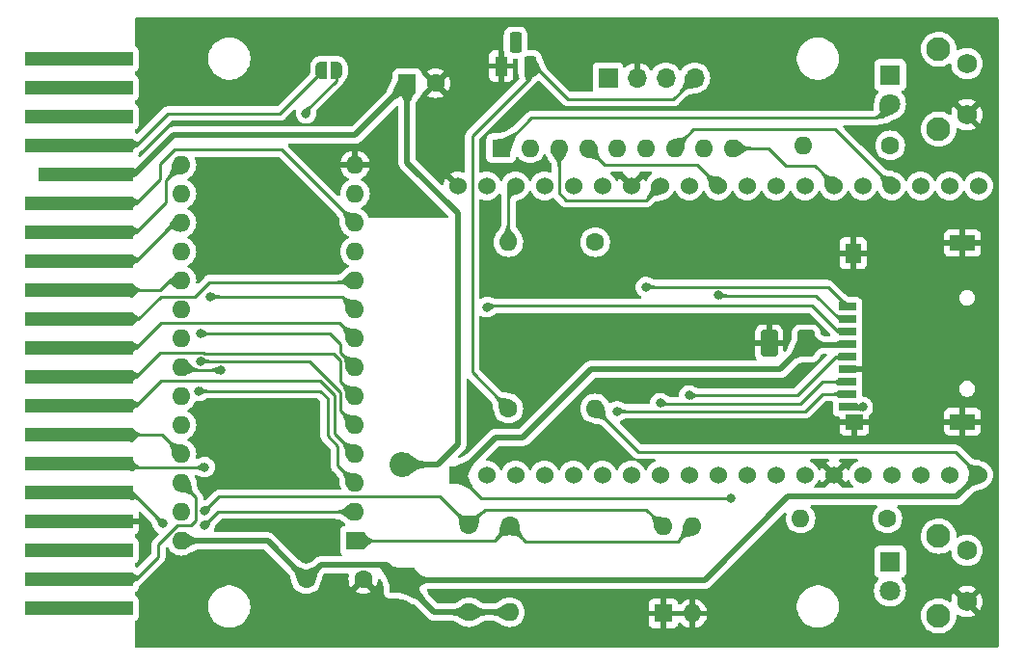
<source format=gbr>
%TF.GenerationSoftware,KiCad,Pcbnew,8.0.4*%
%TF.CreationDate,2024-08-25T21:49:16-05:00*%
%TF.ProjectId,CoCo-FujiNet-Rev0000,436f436f-2d46-4756-9a69-4e65742d5265,Rev 0000*%
%TF.SameCoordinates,Original*%
%TF.FileFunction,Copper,L1,Top*%
%TF.FilePolarity,Positive*%
%FSLAX46Y46*%
G04 Gerber Fmt 4.6, Leading zero omitted, Abs format (unit mm)*
G04 Created by KiCad (PCBNEW 8.0.4) date 2024-08-25 21:49:16*
%MOMM*%
%LPD*%
G01*
G04 APERTURE LIST*
G04 Aperture macros list*
%AMRoundRect*
0 Rectangle with rounded corners*
0 $1 Rounding radius*
0 $2 $3 $4 $5 $6 $7 $8 $9 X,Y pos of 4 corners*
0 Add a 4 corners polygon primitive as box body*
4,1,4,$2,$3,$4,$5,$6,$7,$8,$9,$2,$3,0*
0 Add four circle primitives for the rounded corners*
1,1,$1+$1,$2,$3*
1,1,$1+$1,$4,$5*
1,1,$1+$1,$6,$7*
1,1,$1+$1,$8,$9*
0 Add four rect primitives between the rounded corners*
20,1,$1+$1,$2,$3,$4,$5,0*
20,1,$1+$1,$4,$5,$6,$7,0*
20,1,$1+$1,$6,$7,$8,$9,0*
20,1,$1+$1,$8,$9,$2,$3,0*%
%AMFreePoly0*
4,1,19,0.500000,-0.750000,0.000000,-0.750000,0.000000,-0.744911,-0.071157,-0.744911,-0.207708,-0.704816,-0.327430,-0.627875,-0.420627,-0.520320,-0.479746,-0.390866,-0.500000,-0.250000,-0.500000,0.250000,-0.479746,0.390866,-0.420627,0.520320,-0.327430,0.627875,-0.207708,0.704816,-0.071157,0.744911,0.000000,0.744911,0.000000,0.750000,0.500000,0.750000,0.500000,-0.750000,0.500000,-0.750000,
$1*%
%AMFreePoly1*
4,1,19,0.000000,0.744911,0.071157,0.744911,0.207708,0.704816,0.327430,0.627875,0.420627,0.520320,0.479746,0.390866,0.500000,0.250000,0.500000,-0.250000,0.479746,-0.390866,0.420627,-0.520320,0.327430,-0.627875,0.207708,-0.704816,0.071157,-0.744911,0.000000,-0.744911,0.000000,-0.750000,-0.500000,-0.750000,-0.500000,0.750000,0.000000,0.750000,0.000000,0.744911,0.000000,0.744911,
$1*%
G04 Aperture macros list end*
%TA.AperFunction,ComponentPad*%
%ADD10R,1.600000X1.600000*%
%TD*%
%TA.AperFunction,ComponentPad*%
%ADD11O,1.600000X1.600000*%
%TD*%
%TA.AperFunction,ComponentPad*%
%ADD12R,1.800000X1.800000*%
%TD*%
%TA.AperFunction,ComponentPad*%
%ADD13C,1.800000*%
%TD*%
%TA.AperFunction,ComponentPad*%
%ADD14C,2.100000*%
%TD*%
%TA.AperFunction,ComponentPad*%
%ADD15C,1.750000*%
%TD*%
%TA.AperFunction,ComponentPad*%
%ADD16R,1.700000X1.700000*%
%TD*%
%TA.AperFunction,ComponentPad*%
%ADD17O,1.700000X1.700000*%
%TD*%
%TA.AperFunction,ComponentPad*%
%ADD18C,1.600000*%
%TD*%
%TA.AperFunction,ComponentPad*%
%ADD19R,1.530000X1.530000*%
%TD*%
%TA.AperFunction,ComponentPad*%
%ADD20C,1.530000*%
%TD*%
%TA.AperFunction,ComponentPad*%
%ADD21R,2.200000X2.200000*%
%TD*%
%TA.AperFunction,ComponentPad*%
%ADD22O,2.200000X2.200000*%
%TD*%
%TA.AperFunction,SMDPad,CuDef*%
%ADD23FreePoly0,180.000000*%
%TD*%
%TA.AperFunction,SMDPad,CuDef*%
%ADD24FreePoly1,180.000000*%
%TD*%
%TA.AperFunction,SMDPad,CuDef*%
%ADD25RoundRect,0.250001X0.499999X0.924999X-0.499999X0.924999X-0.499999X-0.924999X0.499999X-0.924999X0*%
%TD*%
%TA.AperFunction,ComponentPad*%
%ADD26R,1.100000X1.800000*%
%TD*%
%TA.AperFunction,ComponentPad*%
%ADD27RoundRect,0.275000X-0.275000X-0.625000X0.275000X-0.625000X0.275000X0.625000X-0.275000X0.625000X0*%
%TD*%
%TA.AperFunction,SMDPad,CuDef*%
%ADD28R,9.525000X1.270000*%
%TD*%
%TA.AperFunction,SMDPad,CuDef*%
%ADD29R,8.342500X1.270000*%
%TD*%
%TA.AperFunction,SMDPad,CuDef*%
%ADD30R,1.600000X0.700000*%
%TD*%
%TA.AperFunction,SMDPad,CuDef*%
%ADD31R,1.600000X1.400000*%
%TD*%
%TA.AperFunction,SMDPad,CuDef*%
%ADD32R,2.200000X1.400000*%
%TD*%
%TA.AperFunction,SMDPad,CuDef*%
%ADD33R,1.400000X1.800000*%
%TD*%
%TA.AperFunction,ViaPad*%
%ADD34C,0.800000*%
%TD*%
%TA.AperFunction,Conductor*%
%ADD35C,0.500000*%
%TD*%
%TA.AperFunction,Conductor*%
%ADD36C,0.250000*%
%TD*%
G04 APERTURE END LIST*
D10*
%TO.P,U1,1,A15*%
%TO.N,/A15*%
X127493000Y-108144500D03*
D11*
%TO.P,U1,2,A12*%
%TO.N,Net-(P1-A12)*%
X127493000Y-105604500D03*
%TO.P,U1,3,A7*%
%TO.N,Net-(P1-A7)*%
X127493000Y-103064500D03*
%TO.P,U1,4,A6*%
%TO.N,Net-(P1-A6)*%
X127493000Y-100524500D03*
%TO.P,U1,5,A5*%
%TO.N,Net-(P1-A5)*%
X127493000Y-97984500D03*
%TO.P,U1,6,A4*%
%TO.N,Net-(P1-A4)*%
X127493000Y-95444500D03*
%TO.P,U1,7,A3*%
%TO.N,Net-(P1-A3)*%
X127493000Y-92904500D03*
%TO.P,U1,8,A2*%
%TO.N,Net-(P1-A2)*%
X127493000Y-90364500D03*
%TO.P,U1,9,A1*%
%TO.N,Net-(P1-A1)*%
X127493000Y-87824500D03*
%TO.P,U1,10,A0*%
%TO.N,Net-(P1-A0)*%
X127493000Y-85284500D03*
%TO.P,U1,11,D0*%
%TO.N,/D0*%
X127493000Y-82744500D03*
%TO.P,U1,12,D1*%
%TO.N,/D1*%
X127493000Y-80204500D03*
%TO.P,U1,13,D2*%
%TO.N,/D2*%
X127493000Y-77664500D03*
%TO.P,U1,14,GND*%
%TO.N,GND*%
X127493000Y-75124500D03*
%TO.P,U1,15,D3*%
%TO.N,/D3*%
X112253000Y-75124500D03*
%TO.P,U1,16,D4*%
%TO.N,/D4*%
X112253000Y-77664500D03*
%TO.P,U1,17,D5*%
%TO.N,/D5*%
X112253000Y-80204500D03*
%TO.P,U1,18,D6*%
%TO.N,/D6*%
X112253000Y-82744500D03*
%TO.P,U1,19,D7*%
%TO.N,/D7*%
X112253000Y-85284500D03*
%TO.P,U1,20,~{CE}*%
%TO.N,/CTS*%
X112253000Y-87824500D03*
%TO.P,U1,21,A10*%
%TO.N,Net-(P1-A10)*%
X112253000Y-90364500D03*
%TO.P,U1,22,~{OE}*%
%TO.N,/CTS*%
X112253000Y-92904500D03*
%TO.P,U1,23,A11*%
%TO.N,Net-(P1-A11)*%
X112253000Y-95444500D03*
%TO.P,U1,24,A9*%
%TO.N,Net-(P1-A9)*%
X112253000Y-97984500D03*
%TO.P,U1,25,A8*%
%TO.N,Net-(P1-A8)*%
X112253000Y-100524500D03*
%TO.P,U1,26,A13*%
%TO.N,Net-(P1-A13)*%
X112253000Y-103064500D03*
%TO.P,U1,27,A14*%
%TO.N,/A14*%
X112253000Y-105604500D03*
%TO.P,U1,28,VCC*%
%TO.N,+5V*%
X112253000Y-108144500D03*
%TD*%
D12*
%TO.P,D2,1,K*%
%TO.N,Net-(D2-K)*%
X174478000Y-109987200D03*
D13*
%TO.P,D2,2,A*%
%TO.N,+3.3V*%
X174478000Y-112527200D03*
%TD*%
D14*
%TO.P,SW2,*%
%TO.N,*%
X178739000Y-107737200D03*
X178739000Y-114747200D03*
D15*
%TO.P,SW2,1,A*%
%TO.N,/IO0{slash}BUTTON_A*%
X181229000Y-108987200D03*
%TO.P,SW2,2,B*%
%TO.N,GND*%
X181229000Y-113487200D03*
%TD*%
D10*
%TO.P,SW1,1*%
%TO.N,GND*%
X154584400Y-114528600D03*
D11*
%TO.P,SW1,2*%
X157124400Y-114528600D03*
%TO.P,SW1,3*%
%TO.N,/A15*%
X157124400Y-106908600D03*
%TO.P,SW1,4*%
%TO.N,/A14*%
X154584400Y-106908600D03*
%TD*%
D16*
%TO.P,J1,1,Pin_1*%
%TO.N,/SER_PIN2_RX*%
X149713000Y-67464500D03*
D17*
%TO.P,J1,2,Pin_2*%
%TO.N,GND*%
X152253000Y-67464500D03*
%TO.P,J1,3,Pin_3*%
%TO.N,/SER_PIN4_TX*%
X154793000Y-67464500D03*
%TO.P,J1,4,Pin_4*%
%TO.N,/SER_PIN1_CD*%
X157333000Y-67464500D03*
%TD*%
D12*
%TO.P,D3,1,K*%
%TO.N,Net-(D3-K)*%
X174478000Y-67214500D03*
D13*
%TO.P,D3,2,A*%
%TO.N,+3.3V*%
X174478000Y-69754500D03*
%TD*%
D18*
%TO.P,R1,1*%
%TO.N,/A14*%
X137515600Y-106807000D03*
D11*
%TO.P,R1,2*%
%TO.N,+5V*%
X137515600Y-114427000D03*
%TD*%
D19*
%TO.P,U2,1,3V3*%
%TO.N,+3.3V*%
X136525000Y-102362000D03*
D20*
%TO.P,U2,2,EN*%
%TO.N,unconnected-(U2-EN-Pad2)*%
X139065000Y-102362000D03*
%TO.P,U2,3,SENSOR_VP*%
%TO.N,/A14*%
X141605000Y-102362000D03*
%TO.P,U2,4,SENSOR_VN*%
%TO.N,/A15*%
X144145000Y-102362000D03*
%TO.P,U2,5,IO34*%
%TO.N,unconnected-(U2-IO34-Pad5)*%
X146685000Y-102362000D03*
%TO.P,U2,6,IO35*%
%TO.N,unconnected-(U2-IO35-Pad6)*%
X149225000Y-102362000D03*
%TO.P,U2,7,IO32*%
%TO.N,unconnected-(U2-IO32-Pad7)*%
X151765000Y-102362000D03*
%TO.P,U2,8,IO33*%
%TO.N,/SER_PIN4_TX*%
X154305000Y-102362000D03*
%TO.P,U2,9,IO25*%
%TO.N,unconnected-(U2-IO25-Pad9)*%
X156845000Y-102362000D03*
%TO.P,U2,10,IO26*%
%TO.N,unconnected-(U2-IO26-Pad10)*%
X159385000Y-102362000D03*
%TO.P,U2,11,IO27*%
%TO.N,unconnected-(U2-IO27-Pad11)*%
X161925000Y-102362000D03*
%TO.P,U2,12,IO14*%
%TO.N,/IO14{slash}SAFE_RESET*%
X164465000Y-102362000D03*
%TO.P,U2,13,IO12*%
%TO.N,unconnected-(U2-IO12-Pad13)*%
X167005000Y-102362000D03*
%TO.P,U2,14,GND1*%
%TO.N,GND*%
X169545000Y-102362000D03*
%TO.P,U2,15,IO13*%
%TO.N,unconnected-(U2-IO13-Pad15)*%
X172085000Y-102362000D03*
%TO.P,U2,16,SD2*%
%TO.N,unconnected-(U2-SD2-Pad16)*%
X174625000Y-102362000D03*
%TO.P,U2,17,SD3*%
%TO.N,unconnected-(U2-SD3-Pad17)*%
X177165000Y-102362000D03*
%TO.P,U2,18,CMD*%
%TO.N,unconnected-(U2-CMD-Pad18)*%
X179705000Y-102362000D03*
%TO.P,U2,19,EXT_5V*%
%TO.N,+5V*%
X182245000Y-102362000D03*
%TO.P,U2,20,CLK*%
%TO.N,unconnected-(U2-CLK-Pad20)*%
X182245000Y-76962000D03*
%TO.P,U2,21,SD0*%
%TO.N,unconnected-(U2-SD0-Pad21)*%
X179705000Y-76962000D03*
%TO.P,U2,22,SD1*%
%TO.N,unconnected-(U2-SD1-Pad22)*%
X177165000Y-76962000D03*
%TO.P,U2,23,IO15*%
%TO.N,/IO15{slash}CD*%
X174625000Y-76962000D03*
%TO.P,U2,24,IO2*%
%TO.N,/IO2{slash}LED_WIFI*%
X172085000Y-76962000D03*
%TO.P,U2,25,IO0*%
%TO.N,/IO0{slash}BUTTON_A*%
X169545000Y-76962000D03*
%TO.P,U2,26,IO4*%
%TO.N,/IO4{slash}LED_BUS*%
X167005000Y-76962000D03*
%TO.P,U2,27,IO16*%
%TO.N,unconnected-(U2-IO16-Pad27)*%
X164465000Y-76962000D03*
%TO.P,U2,28,IO17*%
%TO.N,unconnected-(U2-IO17-Pad28)*%
X161925000Y-76962000D03*
%TO.P,U2,29,IO5*%
%TO.N,/IO5{slash}SPI_CS*%
X159385000Y-76962000D03*
%TO.P,U2,30,IO18*%
%TO.N,/IO18{slash}SPI_CLK*%
X156845000Y-76962000D03*
%TO.P,U2,31,IO19*%
%TO.N,/IO19{slash}SPI_MISO*%
X154305000Y-76962000D03*
%TO.P,U2,32,GND2*%
%TO.N,GND*%
X151765000Y-76962000D03*
%TO.P,U2,33,IO21*%
%TO.N,/SER_PIN2_RX*%
X149225000Y-76962000D03*
%TO.P,U2,34,RXD0*%
%TO.N,unconnected-(U2-RXD0-Pad34)*%
X146685000Y-76962000D03*
%TO.P,U2,35,TXD0*%
%TO.N,unconnected-(U2-TXD0-Pad35)*%
X144145000Y-76962000D03*
%TO.P,U2,36,IO22*%
%TO.N,Net-(U2-IO22)*%
X141605000Y-76962000D03*
%TO.P,U2,37,IO23*%
%TO.N,/IO23{slash}SPI_MOSI*%
X139065000Y-76962000D03*
%TO.P,U2,38,GND3*%
%TO.N,GND*%
X136525000Y-76962000D03*
%TD*%
D18*
%TO.P,R3,1*%
%TO.N,Net-(D2-K)*%
X174244000Y-106172000D03*
D11*
%TO.P,R3,2*%
%TO.N,/IO2{slash}LED_WIFI*%
X166624000Y-106172000D03*
%TD*%
D10*
%TO.P,C2,1*%
%TO.N,/COCO_5V*%
X132080000Y-67945000D03*
D18*
%TO.P,C2,2*%
%TO.N,GND*%
X134580000Y-67945000D03*
%TD*%
D21*
%TO.P,D1,1,K*%
%TO.N,+5V*%
X131648200Y-111607600D03*
D22*
%TO.P,D1,2,A*%
%TO.N,/COCO_5V*%
X131648200Y-101447600D03*
%TD*%
D23*
%TO.P,JP1,1,A*%
%TO.N,/~{CART}*%
X125857000Y-66802000D03*
D24*
%TO.P,JP1,2,B*%
%TO.N,/Q*%
X124557000Y-66802000D03*
%TD*%
D25*
%TO.P,C3,1*%
%TO.N,+3.3V*%
X167106000Y-90805000D03*
%TO.P,C3,2*%
%TO.N,GND*%
X163856000Y-90805000D03*
%TD*%
D18*
%TO.P,R2,1*%
%TO.N,/A15*%
X141097000Y-106807000D03*
D11*
%TO.P,R2,2*%
%TO.N,+5V*%
X141097000Y-114427000D03*
%TD*%
D18*
%TO.P,R4,1*%
%TO.N,Net-(D3-K)*%
X174498000Y-73406000D03*
D11*
%TO.P,R4,2*%
%TO.N,/IO4{slash}LED_BUS*%
X166878000Y-73406000D03*
%TD*%
D18*
%TO.P,R5,1*%
%TO.N,/SER_PIN1_CD*%
X140970000Y-96520000D03*
D11*
%TO.P,R5,2*%
%TO.N,+5V*%
X148590000Y-96520000D03*
%TD*%
D14*
%TO.P,SW3,*%
%TO.N,*%
X178739000Y-64964500D03*
X178739000Y-71974500D03*
D15*
%TO.P,SW3,1,A*%
%TO.N,/IO14{slash}SAFE_RESET*%
X181229000Y-66214500D03*
%TO.P,SW3,2,B*%
%TO.N,GND*%
X181229000Y-70714500D03*
%TD*%
D10*
%TO.P,RN1,1,common*%
%TO.N,+3.3V*%
X140335000Y-73660000D03*
D11*
%TO.P,RN1,2,R1*%
%TO.N,/IO23{slash}SPI_MOSI*%
X142875000Y-73660000D03*
%TO.P,RN1,3,R2*%
%TO.N,/IO19{slash}SPI_MISO*%
X145415000Y-73660000D03*
%TO.P,RN1,4,R3*%
%TO.N,/IO5{slash}SPI_CS*%
X147955000Y-73660000D03*
%TO.P,RN1,5,R4*%
%TO.N,Net-(P2-DAT1)*%
X150495000Y-73660000D03*
%TO.P,RN1,6,R5*%
%TO.N,Net-(P2-DAT2)*%
X153035000Y-73660000D03*
%TO.P,RN1,7,R6*%
%TO.N,/IO15{slash}CD*%
X155575000Y-73660000D03*
%TO.P,RN1,8,R7*%
%TO.N,/IO14{slash}SAFE_RESET*%
X158115000Y-73660000D03*
%TO.P,RN1,9,R8*%
%TO.N,/IO0{slash}BUTTON_A*%
X160655000Y-73660000D03*
%TD*%
D18*
%TO.P,C1,1*%
%TO.N,+5V*%
X123230000Y-111506000D03*
%TO.P,C1,2*%
%TO.N,GND*%
X128230000Y-111506000D03*
%TD*%
D26*
%TO.P,Q1,1,E*%
%TO.N,GND*%
X140335000Y-66440000D03*
D27*
%TO.P,Q1,2,B*%
%TO.N,Net-(Q1-B)*%
X141605000Y-64370000D03*
%TO.P,Q1,3,C*%
%TO.N,/SER_PIN1_CD*%
X142875000Y-66440000D03*
%TD*%
D28*
%TO.P,P1,1,-12V*%
%TO.N,unconnected-(P1--12V-Pad1)*%
X103231000Y-65819750D03*
%TO.P,P1,3,~{HALT}*%
%TO.N,unconnected-(P1-~{HALT}-Pad3)*%
X103231000Y-68359750D03*
%TO.P,P1,5,~{RESET}*%
%TO.N,unconnected-(P1-~{RESET}-Pad5)*%
X103231000Y-70899750D03*
%TO.P,P1,7,Q*%
%TO.N,/Q*%
X103231000Y-73439750D03*
D29*
%TO.P,P1,9,+5V*%
%TO.N,/COCO_5V*%
X103824000Y-75979750D03*
D28*
%TO.P,P1,11,D1*%
%TO.N,/D1*%
X103231000Y-78519750D03*
%TO.P,P1,13,D3*%
%TO.N,/D3*%
X103231000Y-81059750D03*
%TO.P,P1,15,D5*%
%TO.N,/D5*%
X103231000Y-83599750D03*
%TO.P,P1,17,D7*%
%TO.N,/D7*%
X103231000Y-86139750D03*
%TO.P,P1,19,A0*%
%TO.N,Net-(P1-A0)*%
X103231000Y-88679750D03*
%TO.P,P1,21,A2*%
%TO.N,Net-(P1-A2)*%
X103231000Y-91219750D03*
%TO.P,P1,23,A4*%
%TO.N,Net-(P1-A4)*%
X103231000Y-93759750D03*
%TO.P,P1,25,A6*%
%TO.N,Net-(P1-A6)*%
X103231000Y-96299750D03*
%TO.P,P1,27,A8*%
%TO.N,Net-(P1-A8)*%
X103231000Y-98839750D03*
%TO.P,P1,29,A10*%
%TO.N,Net-(P1-A10)*%
X103231000Y-101379750D03*
%TO.P,P1,31,A12*%
%TO.N,Net-(P1-A12)*%
X103231000Y-103919750D03*
%TO.P,P1,33,GND@1*%
%TO.N,GND*%
X103231000Y-106459750D03*
%TO.P,P1,35,SND*%
%TO.N,unconnected-(P1-SND-Pad35)*%
X103231000Y-108999750D03*
%TO.P,P1,37,A13*%
%TO.N,Net-(P1-A13)*%
X103231000Y-111539750D03*
%TO.P,P1,39,A15*%
%TO.N,unconnected-(P1-A15-Pad39)*%
X103231000Y-114079750D03*
%TD*%
D30*
%TO.P,P2,1,DAT2*%
%TO.N,Net-(P2-DAT2)*%
X170748000Y-87586500D03*
%TO.P,P2,2,DAT3*%
%TO.N,/IO5{slash}SPI_CS*%
X170748000Y-88686500D03*
%TO.P,P2,3,CMD*%
%TO.N,/IO23{slash}SPI_MOSI*%
X170748000Y-89786500D03*
%TO.P,P2,4,VDD*%
%TO.N,+3.3V*%
X170748000Y-90886500D03*
%TO.P,P2,5,CLK*%
%TO.N,/IO18{slash}SPI_CLK*%
X170748000Y-91986500D03*
%TO.P,P2,6,VSS*%
%TO.N,GND*%
X170748000Y-93086500D03*
%TO.P,P2,7,DAT0*%
%TO.N,/IO19{slash}SPI_MISO*%
X170748000Y-94186500D03*
%TO.P,P2,8,DAT1*%
%TO.N,Net-(P2-DAT1)*%
X170748000Y-95286500D03*
%TO.P,P2,9,CD*%
%TO.N,/IO15{slash}CD*%
X170748000Y-96386500D03*
D31*
%TO.P,P2,G1,GND*%
%TO.N,GND*%
X171348000Y-97686500D03*
D32*
%TO.P,P2,G2,GND*%
X180848000Y-97686500D03*
%TO.P,P2,G3,GND*%
X180848000Y-81986500D03*
D33*
%TO.P,P2,G4,GND*%
X171248000Y-82886500D03*
%TD*%
D18*
%TO.P,R6,1*%
%TO.N,Net-(Q1-B)*%
X148590000Y-81915000D03*
D11*
%TO.P,R6,2*%
%TO.N,Net-(U2-IO22)*%
X140970000Y-81915000D03*
%TD*%
D34*
%TO.N,+3.3V*%
X160528000Y-104394000D03*
%TO.N,GND*%
X173101000Y-84709000D03*
X119888000Y-97282000D03*
X129921000Y-75184000D03*
X151765000Y-80264000D03*
X120015000Y-80391000D03*
X123190000Y-108331000D03*
X109220000Y-107696000D03*
X146177000Y-99695000D03*
X182626000Y-95758000D03*
X182626000Y-83566000D03*
X152400000Y-90170000D03*
X143891000Y-90170000D03*
X131445000Y-77724000D03*
X108839000Y-106426000D03*
X172339000Y-93091000D03*
%TO.N,/IO5{slash}SPI_CS*%
X159385000Y-86577000D03*
%TO.N,/IO23{slash}SPI_MOSI*%
X139065000Y-87630000D03*
%TO.N,/IO18{slash}SPI_CLK*%
X156845000Y-95377000D03*
%TO.N,/IO19{slash}SPI_MISO*%
X154305000Y-96049000D03*
%TO.N,/IO15{slash}CD*%
X172085000Y-96386498D03*
%TO.N,/~{CART}*%
X123190000Y-70612653D03*
%TO.N,/A14*%
X114300000Y-105537000D03*
%TO.N,/CTS*%
X115677000Y-93158500D03*
%TO.N,Net-(P1-A1)*%
X114808000Y-86699500D03*
%TO.N,Net-(P1-A3)*%
X113899000Y-89946500D03*
%TO.N,Net-(P1-A5)*%
X113899000Y-92359500D03*
%TO.N,Net-(P1-A7)*%
X113772000Y-94996000D03*
%TO.N,Net-(P1-A10)*%
X114280000Y-101667500D03*
%TO.N,Net-(P1-A12)*%
X114300000Y-106807000D03*
X110597000Y-106620500D03*
%TO.N,Net-(P2-DAT2)*%
X153035000Y-85852000D03*
%TO.N,Net-(P2-DAT1)*%
X150495000Y-96774000D03*
%TD*%
D35*
%TO.N,+3.3V*%
X167233000Y-90932000D02*
X170539500Y-90932000D01*
D36*
X143002000Y-70993000D02*
X140335000Y-73660000D01*
D35*
X139827000Y-99060000D02*
X136525000Y-102362000D01*
X167106000Y-90805000D02*
X164820000Y-93091000D01*
D36*
X138557000Y-104394000D02*
X160528000Y-104394000D01*
X136525000Y-102362000D02*
X138557000Y-104394000D01*
D35*
X142240000Y-99060000D02*
X139827000Y-99060000D01*
D36*
X173239500Y-70993000D02*
X143002000Y-70993000D01*
D35*
X148209000Y-93091000D02*
X142240000Y-99060000D01*
X164820000Y-93091000D02*
X148209000Y-93091000D01*
D36*
X174188000Y-70044500D02*
X173239500Y-70993000D01*
%TO.N,+5V*%
X152400000Y-100330000D02*
X148590000Y-96520000D01*
D35*
X131648200Y-111607600D02*
X134467600Y-114427000D01*
D36*
X180213000Y-100330000D02*
X152400000Y-100330000D01*
D35*
X123230000Y-111506000D02*
X124480000Y-110256000D01*
X130296600Y-110256000D02*
X131648200Y-111607600D01*
X165531800Y-104267000D02*
X180340000Y-104267000D01*
X180340000Y-104267000D02*
X182245000Y-102362000D01*
X158191200Y-111607600D02*
X165531800Y-104267000D01*
X137515600Y-114427000D02*
X141097000Y-114427000D01*
X131648200Y-111607600D02*
X158191200Y-111607600D01*
X124480000Y-110256000D02*
X130296600Y-110256000D01*
X134467600Y-114427000D02*
X137515600Y-114427000D01*
X112253000Y-108144500D02*
X119828500Y-108144500D01*
X123190000Y-111506000D02*
X123230000Y-111506000D01*
X119828500Y-108144500D02*
X123190000Y-111506000D01*
D36*
X182245000Y-102362000D02*
X180213000Y-100330000D01*
%TO.N,/IO5{slash}SPI_CS*%
X159385000Y-86577000D02*
X159422000Y-86614000D01*
X157517000Y-75094000D02*
X149389000Y-75094000D01*
X159422000Y-86614000D02*
X167975500Y-86614000D01*
X170048000Y-88686500D02*
X170748000Y-88686500D01*
X167975500Y-86614000D02*
X170048000Y-88686500D01*
X159385000Y-76962000D02*
X157517000Y-75094000D01*
X149389000Y-75094000D02*
X147955000Y-73660000D01*
%TO.N,/IO23{slash}SPI_MOSI*%
X139192000Y-87503000D02*
X167640000Y-87503000D01*
X169923500Y-89786500D02*
X170748000Y-89786500D01*
X167640000Y-87503000D02*
X169923500Y-89786500D01*
X139065000Y-87630000D02*
X139192000Y-87503000D01*
%TO.N,/IO18{slash}SPI_CLK*%
X156845000Y-95377000D02*
X166307500Y-95377000D01*
X169698000Y-91986500D02*
X170748000Y-91986500D01*
X166307500Y-95377000D02*
X169698000Y-91986500D01*
%TO.N,/IO19{slash}SPI_MISO*%
X154305000Y-96049000D02*
X154395000Y-96139000D01*
X166624000Y-96139000D02*
X168576500Y-94186500D01*
X154305000Y-76962000D02*
X153035000Y-78232000D01*
X154395000Y-96139000D02*
X166624000Y-96139000D01*
X168576500Y-94186500D02*
X170748000Y-94186500D01*
X146050000Y-78232000D02*
X145415000Y-77597000D01*
X145415000Y-77597000D02*
X145415000Y-73660000D01*
X153035000Y-78232000D02*
X146050000Y-78232000D01*
%TO.N,/IO15{slash}CD*%
X157226000Y-72009000D02*
X155575000Y-73660000D01*
X174625000Y-76962000D02*
X169672000Y-72009000D01*
X169672000Y-72009000D02*
X157226000Y-72009000D01*
X172084998Y-96386500D02*
X172085000Y-96386498D01*
X170748000Y-96386500D02*
X172084998Y-96386500D01*
%TO.N,Net-(U2-IO22)*%
X140970000Y-77597000D02*
X140970000Y-81915000D01*
X141605000Y-76962000D02*
X140970000Y-77597000D01*
%TO.N,/SER_PIN1_CD*%
X155455500Y-69342000D02*
X157333000Y-67464500D01*
X142875000Y-66040000D02*
X146177000Y-69342000D01*
X140970000Y-96520000D02*
X137795000Y-93345000D01*
X146177000Y-69342000D02*
X155455500Y-69342000D01*
X137795000Y-93345000D02*
X137795000Y-72580500D01*
X142875000Y-67500500D02*
X142875000Y-66040000D01*
X137795000Y-72580500D02*
X142875000Y-67500500D01*
%TO.N,/IO0{slash}BUTTON_A*%
X167894000Y-75184000D02*
X165354000Y-75184000D01*
X169545000Y-76835000D02*
X167894000Y-75184000D01*
X165354000Y-75184000D02*
X163830000Y-73660000D01*
X169545000Y-76962000D02*
X169545000Y-76835000D01*
X163830000Y-73660000D02*
X160655000Y-73660000D01*
%TO.N,/D1*%
X121075500Y-73787000D02*
X127493000Y-80204500D01*
X109453800Y-77309450D02*
X109453800Y-77287304D01*
X109453800Y-77287304D02*
X110363000Y-76378104D01*
X103231000Y-78519750D02*
X108243500Y-78519750D01*
X110363000Y-75057000D02*
X111633000Y-73787000D01*
X108243500Y-78519750D02*
X109453800Y-77309450D01*
X111633000Y-73787000D02*
X121075500Y-73787000D01*
X110363000Y-76378104D02*
X110363000Y-75057000D01*
%TO.N,/D3*%
X110871000Y-78432250D02*
X108243500Y-81059750D01*
X110871000Y-76506500D02*
X110871000Y-78432250D01*
X108243500Y-81059750D02*
X103231000Y-81059750D01*
X112253000Y-75124500D02*
X110871000Y-76506500D01*
%TO.N,/D5*%
X111638750Y-80204500D02*
X108243500Y-83599750D01*
X108243500Y-83599750D02*
X103231000Y-83599750D01*
%TO.N,/D7*%
X111230604Y-85284500D02*
X110375354Y-86139750D01*
X110375354Y-86139750D02*
X103231000Y-86139750D01*
X112253000Y-85284500D02*
X111230604Y-85284500D01*
%TO.N,/Q*%
X124557000Y-66963000D02*
X124557000Y-66802000D01*
X111071250Y-70612000D02*
X120908000Y-70612000D01*
X108243500Y-73439750D02*
X111071250Y-70612000D01*
X103231000Y-73439750D02*
X108243500Y-73439750D01*
X120908000Y-70612000D02*
X124557000Y-66963000D01*
%TO.N,/~{CART}*%
X125857000Y-67713000D02*
X125857000Y-66802000D01*
X123190000Y-70612653D02*
X123190000Y-70380000D01*
X123190000Y-70380000D02*
X125857000Y-67713000D01*
%TO.N,/A14*%
X137515600Y-106807000D02*
X138912600Y-105410000D01*
X134975600Y-104267000D02*
X137515600Y-106807000D01*
X153085800Y-105410000D02*
X154584400Y-106908600D01*
X138912600Y-105410000D02*
X153085800Y-105410000D01*
X114300000Y-105537000D02*
X115570000Y-104267000D01*
X115570000Y-104267000D02*
X134975600Y-104267000D01*
%TO.N,/A15*%
X127493000Y-108144500D02*
X139759500Y-108144500D01*
X155829000Y-108204000D02*
X157124400Y-106908600D01*
X141097000Y-106807000D02*
X142494000Y-108204000D01*
X139759500Y-108144500D02*
X141097000Y-106807000D01*
X142494000Y-108204000D02*
X155829000Y-108204000D01*
%TO.N,/CTS*%
X115677000Y-93158500D02*
X112507000Y-93158500D01*
D35*
%TO.N,/COCO_5V*%
X134740650Y-101447600D02*
X131648200Y-101447600D01*
X136525000Y-79375000D02*
X136525000Y-99663250D01*
X127508000Y-72517000D02*
X132080000Y-67945000D01*
X104374000Y-75979750D02*
X108130500Y-75979750D01*
X111593250Y-72517000D02*
X127508000Y-72517000D01*
X132080000Y-67945000D02*
X132080000Y-74930000D01*
X132080000Y-74930000D02*
X136525000Y-79375000D01*
X136525000Y-99663250D02*
X134740650Y-101447600D01*
X108130500Y-75979750D02*
X111593250Y-72517000D01*
D36*
%TO.N,Net-(P1-A0)*%
X114736745Y-85411500D02*
X113448745Y-86699500D01*
X113448745Y-86699500D02*
X110452000Y-86699500D01*
X110452000Y-86699500D02*
X108471750Y-88679750D01*
X108471750Y-88679750D02*
X103231000Y-88679750D01*
X127366000Y-85411500D02*
X114736745Y-85411500D01*
%TO.N,Net-(P1-A1)*%
X126350000Y-86681500D02*
X127493000Y-87824500D01*
X114808000Y-86699500D02*
X126327000Y-86699500D01*
X126327000Y-86699500D02*
X126345000Y-86681500D01*
X126345000Y-86681500D02*
X126350000Y-86681500D01*
%TO.N,Net-(P1-A2)*%
X108243500Y-91219750D02*
X110436250Y-89027000D01*
X110436250Y-89027000D02*
X126155500Y-89027000D01*
X103231000Y-91219750D02*
X108243500Y-91219750D01*
X126155500Y-89027000D02*
X127493000Y-90364500D01*
%TO.N,Net-(P1-A3)*%
X125292000Y-89946500D02*
X126238000Y-90892500D01*
X113899000Y-89946500D02*
X125292000Y-89946500D01*
X126238000Y-91649500D02*
X127493000Y-92904500D01*
X126238000Y-90892500D02*
X126238000Y-91649500D01*
%TO.N,Net-(P1-A4)*%
X114199305Y-91634500D02*
X114258805Y-91694000D01*
X103231000Y-93759750D02*
X108243500Y-93759750D01*
X126238000Y-92285896D02*
X126238000Y-94189500D01*
X126238000Y-94189500D02*
X127493000Y-95444500D01*
X108243500Y-93759750D02*
X110368750Y-91634500D01*
X125646104Y-91694000D02*
X126238000Y-92285896D01*
X110368750Y-91634500D02*
X114199305Y-91634500D01*
X114258805Y-91694000D02*
X125646104Y-91694000D01*
%TO.N,Net-(P1-A5)*%
X113899000Y-92359500D02*
X123514000Y-92359500D01*
X123514000Y-92359500D02*
X126238000Y-95083500D01*
X126238000Y-96729500D02*
X127493000Y-97984500D01*
X126238000Y-95083500D02*
X126238000Y-96729500D01*
%TO.N,Net-(P1-A6)*%
X103231000Y-96299750D02*
X108243500Y-96299750D01*
X125730000Y-98761500D02*
X127493000Y-100524500D01*
X124460000Y-94107000D02*
X125730000Y-95377000D01*
X125730000Y-95377000D02*
X125730000Y-98761500D01*
X108243500Y-96299750D02*
X110436250Y-94107000D01*
X110436250Y-94107000D02*
X124460000Y-94107000D01*
%TO.N,Net-(P1-A7)*%
X125095000Y-95631000D02*
X125095000Y-98933000D01*
X125964000Y-99802000D02*
X125964000Y-101535500D01*
X125964000Y-101535500D02*
X127493000Y-103064500D01*
X125095000Y-98933000D02*
X125964000Y-99802000D01*
X124460000Y-94996000D02*
X125095000Y-95631000D01*
X113772000Y-94996000D02*
X124460000Y-94996000D01*
%TO.N,Net-(P1-A8)*%
X110568250Y-98839750D02*
X112253000Y-100524500D01*
X103231000Y-98839750D02*
X110568250Y-98839750D01*
%TO.N,Net-(P1-A10)*%
X114220500Y-101727000D02*
X103578250Y-101727000D01*
X114280000Y-101667500D02*
X114220500Y-101727000D01*
%TO.N,Net-(P1-A12)*%
X114300000Y-106807000D02*
X115502500Y-105604500D01*
X103231000Y-103919750D02*
X107896250Y-103919750D01*
X107896250Y-103919750D02*
X110597000Y-106620500D01*
X115502500Y-105604500D02*
X127493000Y-105604500D01*
%TO.N,Net-(P1-A13)*%
X113538000Y-106346500D02*
X113077500Y-106807000D01*
X108243500Y-111539750D02*
X103231000Y-111539750D01*
X111934500Y-106807000D02*
X110236000Y-108505500D01*
X112253000Y-103064500D02*
X113538000Y-104349500D01*
X113077500Y-106807000D02*
X111934500Y-106807000D01*
X110236000Y-108505500D02*
X110236000Y-109547250D01*
X110236000Y-109547250D02*
X108243500Y-111539750D01*
X113538000Y-104349500D02*
X113538000Y-106346500D01*
%TO.N,Net-(P2-DAT2)*%
X169013500Y-85852000D02*
X170748000Y-87586500D01*
X153035000Y-85852000D02*
X169013500Y-85852000D01*
%TO.N,Net-(P2-DAT1)*%
X150495000Y-96774000D02*
X167005000Y-96774000D01*
X168529000Y-95250000D02*
X170711500Y-95250000D01*
X167005000Y-96774000D02*
X168529000Y-95250000D01*
%TD*%
%TA.AperFunction,Conductor*%
%TO.N,/D3*%
G36*
X111525759Y-74823251D02*
G01*
X112249212Y-75121937D01*
X112255551Y-75128262D01*
X112255562Y-75128287D01*
X112554248Y-75851740D01*
X112554237Y-75860695D01*
X112547898Y-75867020D01*
X112546880Y-75867386D01*
X112214346Y-75969919D01*
X112212414Y-75970340D01*
X111944278Y-76005347D01*
X111944264Y-76005348D01*
X111713118Y-76035244D01*
X111481255Y-76126135D01*
X111218199Y-76337679D01*
X111209604Y-76340193D01*
X111202594Y-76336834D01*
X111040665Y-76174905D01*
X111037238Y-76166632D01*
X111039818Y-76159303D01*
X111251362Y-75896243D01*
X111342254Y-75664379D01*
X111372149Y-75433233D01*
X111372156Y-75433221D01*
X111372151Y-75433221D01*
X111407159Y-75165073D01*
X111407576Y-75163161D01*
X111510114Y-74830617D01*
X111515826Y-74823722D01*
X111524741Y-74822885D01*
X111525759Y-74823251D01*
G37*
%TD.AperFunction*%
%TD*%
%TA.AperFunction,Conductor*%
%TO.N,/IO0{slash}BUTTON_A*%
G36*
X160971515Y-72926434D02*
G01*
X160972491Y-72926893D01*
X161280137Y-73089531D01*
X161281790Y-73090592D01*
X161496152Y-73255445D01*
X161496149Y-73255448D01*
X161496161Y-73255452D01*
X161680746Y-73397758D01*
X161908970Y-73497440D01*
X162244563Y-73533867D01*
X162252418Y-73538167D01*
X162255000Y-73545499D01*
X162255000Y-73774500D01*
X162251573Y-73782773D01*
X162244563Y-73786132D01*
X161908971Y-73822558D01*
X161680749Y-73922239D01*
X161496163Y-74064545D01*
X161496151Y-74064554D01*
X161281795Y-74229402D01*
X161280131Y-74230471D01*
X160972493Y-74393105D01*
X160963578Y-74393942D01*
X160956681Y-74388229D01*
X160956221Y-74387251D01*
X160655864Y-73664487D01*
X160655854Y-73655538D01*
X160956222Y-72932746D01*
X160962560Y-72926423D01*
X160971515Y-72926434D01*
G37*
%TD.AperFunction*%
%TD*%
%TA.AperFunction,Conductor*%
%TO.N,Net-(P1-A13)*%
G36*
X112989195Y-102763262D02*
G01*
X112995520Y-102769601D01*
X112995886Y-102770619D01*
X113098419Y-103103151D01*
X113098840Y-103105083D01*
X113133847Y-103373221D01*
X113133845Y-103373228D01*
X113133848Y-103373234D01*
X113163744Y-103604379D01*
X113254635Y-103836242D01*
X113254636Y-103836243D01*
X113466179Y-104099301D01*
X113468693Y-104107895D01*
X113465334Y-104114905D01*
X113303405Y-104276834D01*
X113295132Y-104280261D01*
X113287801Y-104277679D01*
X113024743Y-104066136D01*
X113024742Y-104066135D01*
X112792879Y-103975244D01*
X112561734Y-103945348D01*
X112561728Y-103945344D01*
X112561721Y-103945347D01*
X112293583Y-103910340D01*
X112291651Y-103909919D01*
X111959119Y-103807386D01*
X111952222Y-103801673D01*
X111951385Y-103792758D01*
X111951751Y-103791740D01*
X112029105Y-103604379D01*
X112250438Y-103068285D01*
X112256762Y-103061948D01*
X112256764Y-103061946D01*
X112980240Y-102763251D01*
X112989195Y-102763262D01*
G37*
%TD.AperFunction*%
%TD*%
%TA.AperFunction,Conductor*%
%TO.N,Net-(P1-A8)*%
G36*
X107995789Y-98207901D02*
G01*
X107997633Y-98209660D01*
X108120500Y-98355616D01*
X108247500Y-98482049D01*
X108247504Y-98482052D01*
X108247507Y-98482055D01*
X108374494Y-98584046D01*
X108374499Y-98584049D01*
X108501499Y-98661616D01*
X108501502Y-98661617D01*
X108501507Y-98661620D01*
X108576055Y-98692808D01*
X108621316Y-98711744D01*
X108627625Y-98718098D01*
X108628500Y-98722537D01*
X108628500Y-98956962D01*
X108625073Y-98965235D01*
X108621316Y-98967755D01*
X108501507Y-99017878D01*
X108501491Y-99017887D01*
X108374499Y-99095449D01*
X108374494Y-99095452D01*
X108247507Y-99197443D01*
X108247504Y-99197446D01*
X108120499Y-99323884D01*
X108120494Y-99323889D01*
X107997633Y-99469839D01*
X107989683Y-99473961D01*
X107987136Y-99473901D01*
X103953295Y-98936169D01*
X103316994Y-98851346D01*
X103309247Y-98846857D01*
X103306944Y-98838204D01*
X103311434Y-98830456D01*
X103316994Y-98828153D01*
X107987136Y-98205598D01*
X107995789Y-98207901D01*
G37*
%TD.AperFunction*%
%TD*%
%TA.AperFunction,Conductor*%
%TO.N,/D3*%
G36*
X107996467Y-80427810D02*
G01*
X107997582Y-80428780D01*
X108080262Y-80510418D01*
X108080263Y-80510418D01*
X108080269Y-80510424D01*
X108167038Y-80580699D01*
X108167045Y-80580703D01*
X108167050Y-80580707D01*
X108253803Y-80635571D01*
X108253805Y-80635573D01*
X108297192Y-80655311D01*
X108340577Y-80675049D01*
X108340579Y-80675049D01*
X108340580Y-80675050D01*
X108363794Y-80681491D01*
X108424380Y-80698302D01*
X108429524Y-80701303D01*
X108592917Y-80864696D01*
X108596344Y-80872969D01*
X108592917Y-80881242D01*
X108590114Y-80883312D01*
X108481991Y-80940491D01*
X108359887Y-81030211D01*
X108359878Y-81030218D01*
X108237748Y-81145108D01*
X108237744Y-81145112D01*
X108115624Y-81285142D01*
X107997371Y-81445092D01*
X107989697Y-81449707D01*
X107987009Y-81449797D01*
X103338680Y-81069328D01*
X103330714Y-81065238D01*
X103327973Y-81056713D01*
X103332063Y-81048747D01*
X103338083Y-81046071D01*
X107987815Y-80425508D01*
X107996467Y-80427810D01*
G37*
%TD.AperFunction*%
%TD*%
%TA.AperFunction,Conductor*%
%TO.N,Net-(P1-A7)*%
G36*
X113935604Y-94631591D02*
G01*
X113936197Y-94631858D01*
X114071264Y-94697554D01*
X114081326Y-94702448D01*
X114082319Y-94702992D01*
X114191208Y-94769693D01*
X114286905Y-94823029D01*
X114286910Y-94823031D01*
X114402596Y-94858269D01*
X114402599Y-94858269D01*
X114402601Y-94858270D01*
X114561178Y-94870186D01*
X114569170Y-94874223D01*
X114572000Y-94881853D01*
X114572000Y-95110146D01*
X114568573Y-95118419D01*
X114561177Y-95121813D01*
X114402602Y-95133728D01*
X114402596Y-95133729D01*
X114286910Y-95168967D01*
X114286905Y-95168969D01*
X114191207Y-95222304D01*
X114082319Y-95289005D01*
X114081326Y-95289549D01*
X113936220Y-95360130D01*
X113927281Y-95360667D01*
X113920581Y-95354727D01*
X113920303Y-95354111D01*
X113843114Y-95168970D01*
X113772875Y-95000499D01*
X113772855Y-94991550D01*
X113920303Y-94637887D01*
X113926650Y-94631570D01*
X113935604Y-94631591D01*
G37*
%TD.AperFunction*%
%TD*%
%TA.AperFunction,Conductor*%
%TO.N,Net-(P1-A3)*%
G36*
X126458197Y-91691319D02*
G01*
X126721255Y-91902862D01*
X126953119Y-91993754D01*
X127184264Y-92023649D01*
X127184277Y-92023656D01*
X127184278Y-92023651D01*
X127452421Y-92058659D01*
X127454339Y-92059077D01*
X127786881Y-92161613D01*
X127793777Y-92167326D01*
X127794614Y-92176241D01*
X127794248Y-92177259D01*
X127495562Y-92900712D01*
X127489237Y-92907051D01*
X127489212Y-92907062D01*
X126765759Y-93205748D01*
X126756804Y-93205737D01*
X126750479Y-93199398D01*
X126750117Y-93198391D01*
X126647577Y-92865839D01*
X126647159Y-92863921D01*
X126612151Y-92595778D01*
X126612155Y-92595777D01*
X126612149Y-92595764D01*
X126582254Y-92364619D01*
X126573122Y-92341325D01*
X126564307Y-92318835D01*
X126563500Y-92314565D01*
X126563500Y-92243042D01*
X126563499Y-92243040D01*
X126541319Y-92160259D01*
X126541317Y-92160255D01*
X126498467Y-92086037D01*
X126498463Y-92086032D01*
X126281868Y-91869437D01*
X126278441Y-91861164D01*
X126281867Y-91852892D01*
X126442595Y-91692164D01*
X126450867Y-91688738D01*
X126458197Y-91691319D01*
G37*
%TD.AperFunction*%
%TD*%
%TA.AperFunction,Conductor*%
%TO.N,Net-(P1-A4)*%
G36*
X126458197Y-94231319D02*
G01*
X126721255Y-94442862D01*
X126953119Y-94533754D01*
X127184264Y-94563649D01*
X127184277Y-94563656D01*
X127184278Y-94563651D01*
X127452421Y-94598659D01*
X127454339Y-94599077D01*
X127786881Y-94701613D01*
X127793777Y-94707326D01*
X127794614Y-94716241D01*
X127794248Y-94717259D01*
X127495562Y-95440712D01*
X127489237Y-95447051D01*
X127489212Y-95447062D01*
X126765759Y-95745748D01*
X126756804Y-95745737D01*
X126750479Y-95739398D01*
X126750117Y-95738391D01*
X126647577Y-95405839D01*
X126647159Y-95403921D01*
X126612151Y-95135778D01*
X126612155Y-95135777D01*
X126612149Y-95135764D01*
X126582254Y-94904619D01*
X126491362Y-94672755D01*
X126279819Y-94409697D01*
X126277306Y-94401104D01*
X126280664Y-94394095D01*
X126442595Y-94232164D01*
X126450867Y-94228738D01*
X126458197Y-94231319D01*
G37*
%TD.AperFunction*%
%TD*%
%TA.AperFunction,Conductor*%
%TO.N,/COCO_5V*%
G36*
X132088268Y-67952278D02*
G01*
X132088278Y-67952288D01*
X132871408Y-68736397D01*
X132874830Y-68744672D01*
X132871398Y-68752943D01*
X132871075Y-68753254D01*
X132770003Y-68846747D01*
X132770000Y-68846750D01*
X132715000Y-68912187D01*
X132659997Y-68977628D01*
X132550002Y-69137620D01*
X132549994Y-69137633D01*
X132440004Y-69326740D01*
X132440001Y-69326745D01*
X132333243Y-69538566D01*
X132326459Y-69544411D01*
X132322795Y-69545000D01*
X131837205Y-69545000D01*
X131828932Y-69541573D01*
X131826757Y-69538566D01*
X131719997Y-69326745D01*
X131719994Y-69326740D01*
X131610000Y-69137625D01*
X131499999Y-68977625D01*
X131389999Y-68846750D01*
X131288923Y-68753254D01*
X131285178Y-68745121D01*
X131288280Y-68736721D01*
X131288591Y-68736398D01*
X132071722Y-67952288D01*
X132079993Y-67948856D01*
X132088268Y-67952278D01*
G37*
%TD.AperFunction*%
%TD*%
%TA.AperFunction,Conductor*%
%TO.N,Net-(P1-A12)*%
G36*
X107995251Y-103783783D02*
G01*
X107997072Y-103785978D01*
X108100980Y-103948054D01*
X108208460Y-104091599D01*
X108208462Y-104091601D01*
X108315934Y-104211037D01*
X108315936Y-104211039D01*
X108315940Y-104211043D01*
X108423420Y-104306384D01*
X108518974Y-104369718D01*
X108523976Y-104377144D01*
X108522261Y-104385933D01*
X108520782Y-104387742D01*
X108359060Y-104549464D01*
X108350787Y-104552891D01*
X108347436Y-104552401D01*
X108281999Y-104532833D01*
X108281993Y-104532832D01*
X108281990Y-104532831D01*
X108209875Y-104522084D01*
X108209874Y-104522084D01*
X108209804Y-104522084D01*
X108137751Y-104522153D01*
X108065626Y-104533041D01*
X107995916Y-104554022D01*
X107990996Y-104554415D01*
X103373352Y-103938135D01*
X103365605Y-103933644D01*
X103363303Y-103924990D01*
X103367794Y-103917243D01*
X103374556Y-103914844D01*
X107986883Y-103780598D01*
X107995251Y-103783783D01*
G37*
%TD.AperFunction*%
%TD*%
%TA.AperFunction,Conductor*%
%TO.N,+3.3V*%
G36*
X137287301Y-102049947D02*
G01*
X137293626Y-102056286D01*
X137293929Y-102057104D01*
X137415867Y-102428820D01*
X137541724Y-102774079D01*
X137667598Y-103080987D01*
X137712170Y-103176062D01*
X137793460Y-103349463D01*
X137815308Y-103389401D01*
X137915118Y-103571858D01*
X137916082Y-103580761D01*
X137913126Y-103585746D01*
X137749300Y-103749572D01*
X137741027Y-103752999D01*
X137734579Y-103751062D01*
X137435663Y-103553660D01*
X137435651Y-103553653D01*
X137128792Y-103389401D01*
X137128781Y-103389395D01*
X136821905Y-103263534D01*
X136821902Y-103263533D01*
X136821895Y-103263530D01*
X136515011Y-103176065D01*
X136515004Y-103176063D01*
X136514997Y-103176062D01*
X136222743Y-103129336D01*
X136215114Y-103124646D01*
X136213037Y-103115936D01*
X136213776Y-103113318D01*
X136353844Y-102774094D01*
X136522438Y-102365784D01*
X136528760Y-102359448D01*
X137278348Y-102049937D01*
X137287301Y-102049947D01*
G37*
%TD.AperFunction*%
%TD*%
%TA.AperFunction,Conductor*%
%TO.N,/IO18{slash}SPI_CLK*%
G36*
X169955128Y-91688745D02*
G01*
X170721704Y-91975685D01*
X170728250Y-91981795D01*
X170728560Y-91990745D01*
X170722450Y-91997291D01*
X170722296Y-91997360D01*
X169956087Y-92332957D01*
X169947134Y-92333137D01*
X169942374Y-92329693D01*
X169901535Y-92280278D01*
X169879189Y-92257578D01*
X169855075Y-92233081D01*
X169808601Y-92194893D01*
X169762147Y-92165741D01*
X169762136Y-92165735D01*
X169717720Y-92146484D01*
X169714100Y-92144022D01*
X169551922Y-91981844D01*
X169548495Y-91973571D01*
X169551922Y-91965298D01*
X169556218Y-91962568D01*
X169620720Y-91939273D01*
X169702540Y-91896224D01*
X169784360Y-91839675D01*
X169866180Y-91769626D01*
X169942672Y-91691517D01*
X169950908Y-91688005D01*
X169955128Y-91688745D01*
G37*
%TD.AperFunction*%
%TD*%
%TA.AperFunction,Conductor*%
%TO.N,/IO15{slash}CD*%
G36*
X171936418Y-96027770D02*
G01*
X171936696Y-96028386D01*
X172084123Y-96381996D01*
X172084144Y-96390950D01*
X172084123Y-96391000D01*
X171936696Y-96744609D01*
X171930349Y-96750927D01*
X171921395Y-96750906D01*
X171920789Y-96750632D01*
X171865744Y-96723858D01*
X171775671Y-96680047D01*
X171774678Y-96679503D01*
X171665791Y-96612803D01*
X171570093Y-96559468D01*
X171570089Y-96559466D01*
X171454402Y-96524229D01*
X171454396Y-96524228D01*
X171295823Y-96512313D01*
X171287830Y-96508276D01*
X171285000Y-96500646D01*
X171285000Y-96272353D01*
X171288427Y-96264080D01*
X171295821Y-96260686D01*
X171454398Y-96248770D01*
X171454400Y-96248769D01*
X171454402Y-96248769D01*
X171570088Y-96213530D01*
X171570089Y-96213529D01*
X171570094Y-96213528D01*
X171665784Y-96160196D01*
X171774697Y-96093479D01*
X171775659Y-96092952D01*
X171920782Y-96022366D01*
X171929718Y-96021830D01*
X171936418Y-96027770D01*
G37*
%TD.AperFunction*%
%TD*%
%TA.AperFunction,Conductor*%
%TO.N,/IO5{slash}SPI_CS*%
G36*
X148691195Y-73358762D02*
G01*
X148697520Y-73365101D01*
X148697886Y-73366119D01*
X148800419Y-73698651D01*
X148800840Y-73700583D01*
X148835847Y-73968721D01*
X148835845Y-73968728D01*
X148835848Y-73968734D01*
X148865744Y-74199879D01*
X148956635Y-74431742D01*
X148956636Y-74431743D01*
X149168179Y-74694801D01*
X149170693Y-74703395D01*
X149167334Y-74710405D01*
X149005405Y-74872334D01*
X148997132Y-74875761D01*
X148989801Y-74873179D01*
X148726743Y-74661636D01*
X148726742Y-74661635D01*
X148494879Y-74570744D01*
X148263734Y-74540848D01*
X148263728Y-74540844D01*
X148263721Y-74540847D01*
X147995583Y-74505840D01*
X147993651Y-74505419D01*
X147661119Y-74402886D01*
X147654222Y-74397173D01*
X147653385Y-74388258D01*
X147653751Y-74387240D01*
X147731105Y-74199879D01*
X147952438Y-73663785D01*
X147958762Y-73657448D01*
X147958764Y-73657446D01*
X148682240Y-73358751D01*
X148691195Y-73358762D01*
G37*
%TD.AperFunction*%
%TD*%
%TA.AperFunction,Conductor*%
%TO.N,/D5*%
G36*
X107996467Y-82967810D02*
G01*
X107997582Y-82968780D01*
X108080262Y-83050418D01*
X108080263Y-83050418D01*
X108080269Y-83050424D01*
X108167038Y-83120699D01*
X108167045Y-83120703D01*
X108167050Y-83120707D01*
X108253803Y-83175571D01*
X108253805Y-83175573D01*
X108297192Y-83195311D01*
X108340577Y-83215049D01*
X108340579Y-83215049D01*
X108340580Y-83215050D01*
X108363794Y-83221491D01*
X108424380Y-83238302D01*
X108429524Y-83241303D01*
X108592917Y-83404696D01*
X108596344Y-83412969D01*
X108592917Y-83421242D01*
X108590114Y-83423312D01*
X108481991Y-83480491D01*
X108359887Y-83570211D01*
X108359878Y-83570218D01*
X108237748Y-83685108D01*
X108237744Y-83685112D01*
X108115624Y-83825142D01*
X107997371Y-83985092D01*
X107989697Y-83989707D01*
X107987009Y-83989797D01*
X103338680Y-83609328D01*
X103330714Y-83605238D01*
X103327973Y-83596713D01*
X103332063Y-83588747D01*
X103338083Y-83586071D01*
X107987815Y-82965508D01*
X107996467Y-82967810D01*
G37*
%TD.AperFunction*%
%TD*%
%TA.AperFunction,Conductor*%
%TO.N,/IO5{slash}SPI_CS*%
G36*
X159548498Y-86212846D02*
G01*
X159549339Y-86213236D01*
X159694255Y-86287690D01*
X159695685Y-86288560D01*
X159802024Y-86364316D01*
X159894539Y-86428401D01*
X160007944Y-86472554D01*
X160167070Y-86487975D01*
X160174973Y-86492183D01*
X160177640Y-86499620D01*
X160177640Y-86727933D01*
X160174213Y-86736206D01*
X160166591Y-86739615D01*
X160011840Y-86748233D01*
X159896726Y-86775004D01*
X159800549Y-86817916D01*
X159691856Y-86875417D01*
X159691296Y-86875694D01*
X159549105Y-86941450D01*
X159540157Y-86941813D01*
X159533575Y-86935742D01*
X159533406Y-86935358D01*
X159385875Y-86581499D01*
X159385855Y-86572550D01*
X159533197Y-86219142D01*
X159539544Y-86212825D01*
X159548498Y-86212846D01*
G37*
%TD.AperFunction*%
%TD*%
%TA.AperFunction,Conductor*%
%TO.N,+3.3V*%
G36*
X173659604Y-69415503D02*
G01*
X174474512Y-69752643D01*
X174480846Y-69758972D01*
X174480853Y-69758988D01*
X174818132Y-70575623D01*
X174818123Y-70584577D01*
X174812235Y-70590706D01*
X174430726Y-70767401D01*
X174430716Y-70767406D01*
X174153159Y-70914919D01*
X174152464Y-70915259D01*
X173908646Y-71024830D01*
X173906523Y-71025549D01*
X173615033Y-71093957D01*
X173613017Y-71094248D01*
X173203360Y-71117304D01*
X173194908Y-71114347D01*
X173191021Y-71106279D01*
X173191003Y-71105622D01*
X173191003Y-70876973D01*
X173194430Y-70868700D01*
X173199666Y-70865674D01*
X173503582Y-70784111D01*
X173597092Y-70558019D01*
X173579862Y-70228079D01*
X173560296Y-69834118D01*
X173560519Y-69831198D01*
X173576180Y-69754500D01*
X173643672Y-69423971D01*
X173648683Y-69416554D01*
X173657475Y-69414852D01*
X173659604Y-69415503D01*
G37*
%TD.AperFunction*%
%TD*%
%TA.AperFunction,Conductor*%
%TO.N,/IO19{slash}SPI_MISO*%
G36*
X169955312Y-93839695D02*
G01*
X170724464Y-94175779D01*
X170730673Y-94182232D01*
X170730500Y-94191185D01*
X170724464Y-94197221D01*
X169955312Y-94533304D01*
X169946359Y-94533477D01*
X169942356Y-94530858D01*
X169877999Y-94466534D01*
X169877994Y-94466530D01*
X169807999Y-94409052D01*
X169737999Y-94364051D01*
X169690377Y-94341930D01*
X169668000Y-94331535D01*
X169667998Y-94331534D01*
X169667993Y-94331532D01*
X169667992Y-94331531D01*
X169606481Y-94313927D01*
X169599470Y-94308356D01*
X169598000Y-94302679D01*
X169598000Y-94070320D01*
X169601427Y-94062047D01*
X169606479Y-94059072D01*
X169631760Y-94051836D01*
X169667992Y-94041467D01*
X169667993Y-94041466D01*
X169667992Y-94041466D01*
X169668000Y-94041464D01*
X169738000Y-94008947D01*
X169807999Y-93963947D01*
X169877999Y-93906464D01*
X169942356Y-93842140D01*
X169950630Y-93838716D01*
X169955312Y-93839695D01*
G37*
%TD.AperFunction*%
%TD*%
%TA.AperFunction,Conductor*%
%TO.N,Net-(P1-A6)*%
G36*
X126458197Y-99311319D02*
G01*
X126721255Y-99522862D01*
X126953119Y-99613754D01*
X127184264Y-99643649D01*
X127184277Y-99643656D01*
X127184278Y-99643651D01*
X127452421Y-99678659D01*
X127454339Y-99679077D01*
X127786881Y-99781613D01*
X127793777Y-99787326D01*
X127794614Y-99796241D01*
X127794248Y-99797259D01*
X127495562Y-100520712D01*
X127489237Y-100527051D01*
X127489212Y-100527062D01*
X126765759Y-100825748D01*
X126756804Y-100825737D01*
X126750479Y-100819398D01*
X126750117Y-100818391D01*
X126647577Y-100485839D01*
X126647159Y-100483921D01*
X126612151Y-100215778D01*
X126612155Y-100215777D01*
X126612149Y-100215764D01*
X126582254Y-99984619D01*
X126491362Y-99752755D01*
X126279819Y-99489697D01*
X126277306Y-99481104D01*
X126280664Y-99474095D01*
X126442595Y-99312164D01*
X126450867Y-99308738D01*
X126458197Y-99311319D01*
G37*
%TD.AperFunction*%
%TD*%
%TA.AperFunction,Conductor*%
%TO.N,/IO15{slash}CD*%
G36*
X171553643Y-96042141D02*
G01*
X171617999Y-96106464D01*
X171618004Y-96106468D01*
X171674000Y-96152450D01*
X171688000Y-96163947D01*
X171757999Y-96208947D01*
X171827999Y-96241464D01*
X171828003Y-96241465D01*
X171828005Y-96241466D01*
X171828006Y-96241467D01*
X171868156Y-96252958D01*
X171889520Y-96259072D01*
X171896530Y-96264643D01*
X171898000Y-96270320D01*
X171898000Y-96502679D01*
X171894573Y-96510952D01*
X171889519Y-96513927D01*
X171828006Y-96531531D01*
X171828005Y-96531532D01*
X171757999Y-96564051D01*
X171687999Y-96609052D01*
X171618004Y-96666530D01*
X171617999Y-96666534D01*
X171553643Y-96730858D01*
X171545369Y-96734283D01*
X171540687Y-96733304D01*
X171012884Y-96502679D01*
X170771534Y-96397220D01*
X170765326Y-96390768D01*
X170765499Y-96381815D01*
X170771534Y-96375779D01*
X171540688Y-96039694D01*
X171549640Y-96039522D01*
X171553643Y-96042141D01*
G37*
%TD.AperFunction*%
%TD*%
%TA.AperFunction,Conductor*%
%TO.N,Net-(P1-A0)*%
G36*
X107995546Y-88047933D02*
G01*
X107997626Y-88049982D01*
X108093640Y-88171731D01*
X108193780Y-88278799D01*
X108293920Y-88365953D01*
X108293924Y-88365956D01*
X108293932Y-88365962D01*
X108394060Y-88433194D01*
X108492363Y-88479654D01*
X108495636Y-88481959D01*
X108658841Y-88645164D01*
X108662268Y-88653437D01*
X108658841Y-88661710D01*
X108655246Y-88664161D01*
X108535485Y-88716402D01*
X108535476Y-88716407D01*
X108400000Y-88801850D01*
X108399977Y-88801866D01*
X108264489Y-88913664D01*
X108264486Y-88913667D01*
X108128999Y-89051814D01*
X108128990Y-89051825D01*
X107997534Y-89211427D01*
X107989629Y-89215635D01*
X107987195Y-89215616D01*
X103324843Y-88691094D01*
X103317005Y-88686763D01*
X103314524Y-88678159D01*
X103318855Y-88670321D01*
X103324602Y-88667870D01*
X107986894Y-88045631D01*
X107995546Y-88047933D01*
G37*
%TD.AperFunction*%
%TD*%
%TA.AperFunction,Conductor*%
%TO.N,/IO0{slash}BUTTON_A*%
G36*
X168635862Y-75747810D02*
G01*
X168786118Y-75874738D01*
X168873701Y-75948724D01*
X168980690Y-76001527D01*
X169079496Y-76050293D01*
X169079497Y-76050293D01*
X169079501Y-76050295D01*
X169283284Y-76099374D01*
X169283301Y-76099377D01*
X169283307Y-76099379D01*
X169522613Y-76149613D01*
X169523929Y-76149969D01*
X169825881Y-76251249D01*
X169832634Y-76257129D01*
X169833252Y-76266063D01*
X169832974Y-76266806D01*
X169547562Y-76958211D01*
X169541237Y-76964551D01*
X169541211Y-76964562D01*
X168850394Y-77249732D01*
X168841440Y-77249721D01*
X168835115Y-77243381D01*
X168834669Y-77242094D01*
X168743259Y-76917249D01*
X168742840Y-76914709D01*
X168728567Y-76648225D01*
X168728553Y-76647872D01*
X168723127Y-76415728D01*
X168723127Y-76415726D01*
X168654579Y-76183966D01*
X168654578Y-76183965D01*
X168654578Y-76183964D01*
X168457093Y-75925782D01*
X168454788Y-75917129D01*
X168458112Y-75910402D01*
X168620040Y-75748474D01*
X168628312Y-75745048D01*
X168635862Y-75747810D01*
G37*
%TD.AperFunction*%
%TD*%
%TA.AperFunction,Conductor*%
%TO.N,Net-(P1-A7)*%
G36*
X126458197Y-101851319D02*
G01*
X126721255Y-102062862D01*
X126953119Y-102153754D01*
X127184264Y-102183649D01*
X127184277Y-102183656D01*
X127184278Y-102183651D01*
X127452421Y-102218659D01*
X127454339Y-102219077D01*
X127786881Y-102321613D01*
X127793777Y-102327326D01*
X127794614Y-102336241D01*
X127794248Y-102337259D01*
X127495562Y-103060712D01*
X127489237Y-103067051D01*
X127489212Y-103067062D01*
X126765759Y-103365748D01*
X126756804Y-103365737D01*
X126750479Y-103359398D01*
X126750117Y-103358391D01*
X126647577Y-103025839D01*
X126647159Y-103023921D01*
X126612151Y-102755778D01*
X126612155Y-102755777D01*
X126612149Y-102755764D01*
X126582254Y-102524619D01*
X126491362Y-102292755D01*
X126279819Y-102029697D01*
X126277306Y-102021104D01*
X126280664Y-102014095D01*
X126442595Y-101852164D01*
X126450867Y-101848738D01*
X126458197Y-101851319D01*
G37*
%TD.AperFunction*%
%TD*%
%TA.AperFunction,Conductor*%
%TO.N,/COCO_5V*%
G36*
X107998989Y-75347191D02*
G01*
X108015838Y-75358188D01*
X108057619Y-75385459D01*
X108119989Y-75416298D01*
X108182359Y-75437268D01*
X108244729Y-75448367D01*
X108302389Y-75449504D01*
X108310431Y-75452929D01*
X108648106Y-75790604D01*
X108651533Y-75798877D01*
X108648106Y-75807150D01*
X108644178Y-75809740D01*
X108527579Y-75856382D01*
X108527575Y-75856383D01*
X108394494Y-75932719D01*
X108261404Y-76032161D01*
X108128339Y-76154682D01*
X108128314Y-76154707D01*
X107999096Y-76296116D01*
X107990985Y-76299912D01*
X107989565Y-76299890D01*
X103925299Y-75988277D01*
X103917312Y-75984227D01*
X103914527Y-75975717D01*
X103918577Y-75967730D01*
X103924427Y-75965046D01*
X107990832Y-75345423D01*
X107998989Y-75347191D01*
G37*
%TD.AperFunction*%
%TD*%
%TA.AperFunction,Conductor*%
%TO.N,/IO15{slash}CD*%
G36*
X156625405Y-72447665D02*
G01*
X156787334Y-72609594D01*
X156790761Y-72617867D01*
X156788179Y-72625199D01*
X156576635Y-72888255D01*
X156485744Y-73120118D01*
X156455848Y-73351264D01*
X156455847Y-73351278D01*
X156420840Y-73619414D01*
X156420419Y-73621346D01*
X156317886Y-73953880D01*
X156312173Y-73960777D01*
X156303258Y-73961614D01*
X156302240Y-73961248D01*
X155578787Y-73662562D01*
X155572448Y-73656237D01*
X155572437Y-73656212D01*
X155557650Y-73620397D01*
X155273751Y-72932759D01*
X155273762Y-72923804D01*
X155280101Y-72917479D01*
X155281102Y-72917119D01*
X155613661Y-72814576D01*
X155615573Y-72814159D01*
X155883721Y-72779151D01*
X155883721Y-72779155D01*
X155883733Y-72779149D01*
X156114879Y-72749254D01*
X156346743Y-72658362D01*
X156609803Y-72446819D01*
X156618395Y-72444306D01*
X156625405Y-72447665D01*
G37*
%TD.AperFunction*%
%TD*%
%TA.AperFunction,Conductor*%
%TO.N,Net-(P1-A5)*%
G36*
X126458197Y-96771319D02*
G01*
X126721255Y-96982862D01*
X126953119Y-97073754D01*
X127184264Y-97103649D01*
X127184277Y-97103656D01*
X127184278Y-97103651D01*
X127452421Y-97138659D01*
X127454339Y-97139077D01*
X127786881Y-97241613D01*
X127793777Y-97247326D01*
X127794614Y-97256241D01*
X127794248Y-97257259D01*
X127495562Y-97980712D01*
X127489237Y-97987051D01*
X127489212Y-97987062D01*
X126765759Y-98285748D01*
X126756804Y-98285737D01*
X126750479Y-98279398D01*
X126750117Y-98278391D01*
X126647577Y-97945839D01*
X126647159Y-97943921D01*
X126612151Y-97675778D01*
X126612155Y-97675777D01*
X126612149Y-97675764D01*
X126582254Y-97444619D01*
X126491362Y-97212755D01*
X126279819Y-96949697D01*
X126277306Y-96941104D01*
X126280664Y-96934095D01*
X126442595Y-96772164D01*
X126450867Y-96768738D01*
X126458197Y-96771319D01*
G37*
%TD.AperFunction*%
%TD*%
%TA.AperFunction,Conductor*%
%TO.N,/A15*%
G36*
X128300352Y-107353692D02*
G01*
X128301171Y-107354602D01*
X128453000Y-107542303D01*
X128613000Y-107708704D01*
X128772999Y-107843704D01*
X128773001Y-107843705D01*
X128932993Y-107947300D01*
X128932997Y-107947302D01*
X128932999Y-107947303D01*
X129086113Y-108016392D01*
X129092244Y-108022918D01*
X129093000Y-108027056D01*
X129093000Y-108261943D01*
X129089573Y-108270216D01*
X129086112Y-108272608D01*
X128932993Y-108341698D01*
X128773001Y-108445293D01*
X128772993Y-108445299D01*
X128613000Y-108580294D01*
X128453001Y-108746694D01*
X128301171Y-108934397D01*
X128293303Y-108938674D01*
X128284716Y-108936136D01*
X128283806Y-108935317D01*
X127500288Y-108152778D01*
X127496856Y-108144507D01*
X127500278Y-108136232D01*
X127500288Y-108136222D01*
X128283806Y-107353681D01*
X128292081Y-107350260D01*
X128300352Y-107353692D01*
G37*
%TD.AperFunction*%
%TD*%
%TA.AperFunction,Conductor*%
%TO.N,+5V*%
G36*
X149326195Y-96218762D02*
G01*
X149332520Y-96225101D01*
X149332886Y-96226119D01*
X149435419Y-96558651D01*
X149435840Y-96560583D01*
X149470847Y-96828721D01*
X149470845Y-96828728D01*
X149470848Y-96828734D01*
X149500744Y-97059879D01*
X149591635Y-97291742D01*
X149591636Y-97291743D01*
X149803179Y-97554801D01*
X149805693Y-97563395D01*
X149802334Y-97570405D01*
X149640405Y-97732334D01*
X149632132Y-97735761D01*
X149624801Y-97733179D01*
X149361743Y-97521636D01*
X149361742Y-97521635D01*
X149129879Y-97430744D01*
X148898734Y-97400848D01*
X148898728Y-97400844D01*
X148898721Y-97400847D01*
X148630583Y-97365840D01*
X148628651Y-97365419D01*
X148296119Y-97262886D01*
X148289222Y-97257173D01*
X148288385Y-97248258D01*
X148288751Y-97247240D01*
X148366105Y-97059879D01*
X148587438Y-96523785D01*
X148593762Y-96517448D01*
X148593764Y-96517446D01*
X149317240Y-96218751D01*
X149326195Y-96218762D01*
G37*
%TD.AperFunction*%
%TD*%
%TA.AperFunction,Conductor*%
%TO.N,/CTS*%
G36*
X112826424Y-92347620D02*
G01*
X112826917Y-92348145D01*
X113026443Y-92574280D01*
X113026930Y-92574870D01*
X113175499Y-92767288D01*
X113318674Y-92911600D01*
X113509805Y-93002129D01*
X113509806Y-93002129D01*
X113509808Y-93002130D01*
X113664260Y-93018684D01*
X113792025Y-93032379D01*
X113799885Y-93036668D01*
X113802477Y-93044012D01*
X113802477Y-93272288D01*
X113799050Y-93280561D01*
X113791276Y-93283977D01*
X113482052Y-93297172D01*
X113482048Y-93297172D01*
X113257436Y-93338925D01*
X113068714Y-93409850D01*
X113068712Y-93409851D01*
X112856070Y-93510978D01*
X112855816Y-93511095D01*
X112570112Y-93638705D01*
X112561161Y-93638950D01*
X112554658Y-93632793D01*
X112554552Y-93632547D01*
X112255005Y-92911733D01*
X112254995Y-92902780D01*
X112257542Y-92898967D01*
X112809878Y-92347605D01*
X112818154Y-92344186D01*
X112826424Y-92347620D01*
G37*
%TD.AperFunction*%
%TD*%
%TA.AperFunction,Conductor*%
%TO.N,/COCO_5V*%
G36*
X131290879Y-67618123D02*
G01*
X132076214Y-67942437D01*
X132082553Y-67948762D01*
X132082562Y-67948785D01*
X132406298Y-68732720D01*
X132406289Y-68741675D01*
X132399950Y-68748000D01*
X132398548Y-68748478D01*
X132107320Y-68827490D01*
X132107316Y-68827491D01*
X132107314Y-68827492D01*
X132012966Y-68863328D01*
X131803259Y-68942983D01*
X131499216Y-69091469D01*
X131499205Y-69091475D01*
X131195156Y-69272963D01*
X131195145Y-69272970D01*
X130899142Y-69481783D01*
X130890407Y-69483751D01*
X130884125Y-69480495D01*
X130544113Y-69140483D01*
X130540686Y-69132210D01*
X130542458Y-69126019D01*
X130686030Y-68895852D01*
X130834522Y-68624796D01*
X130983015Y-68320741D01*
X131131507Y-67983685D01*
X131275600Y-67624594D01*
X131281859Y-67618195D01*
X131290813Y-67618096D01*
X131290879Y-67618123D01*
G37*
%TD.AperFunction*%
%TD*%
%TA.AperFunction,Conductor*%
%TO.N,+5V*%
G36*
X124192267Y-110205527D02*
G01*
X124530472Y-110543732D01*
X124533899Y-110552005D01*
X124531069Y-110559635D01*
X124316582Y-110808975D01*
X124202801Y-111022432D01*
X124142897Y-111233181D01*
X124083100Y-111482065D01*
X124082782Y-111483153D01*
X123973156Y-111800417D01*
X123967216Y-111807117D01*
X123958277Y-111807654D01*
X123957633Y-111807411D01*
X123233787Y-111508562D01*
X123227448Y-111502237D01*
X123227437Y-111502212D01*
X122928588Y-110778365D01*
X122928599Y-110769410D01*
X122934938Y-110763085D01*
X122935544Y-110762855D01*
X123252860Y-110653211D01*
X123253915Y-110652902D01*
X123502820Y-110593099D01*
X123713568Y-110533196D01*
X123927025Y-110419416D01*
X124176367Y-110204928D01*
X124184871Y-110202133D01*
X124192267Y-110205527D01*
G37*
%TD.AperFunction*%
%TD*%
%TA.AperFunction,Conductor*%
%TO.N,Net-(P2-DAT1)*%
G36*
X150658604Y-96409591D02*
G01*
X150659197Y-96409858D01*
X150794264Y-96475554D01*
X150804326Y-96480448D01*
X150805319Y-96480992D01*
X150914208Y-96547693D01*
X151009905Y-96601029D01*
X151009910Y-96601031D01*
X151125596Y-96636269D01*
X151125599Y-96636269D01*
X151125601Y-96636270D01*
X151284178Y-96648186D01*
X151292170Y-96652223D01*
X151295000Y-96659853D01*
X151295000Y-96888146D01*
X151291573Y-96896419D01*
X151284177Y-96899813D01*
X151125602Y-96911728D01*
X151125596Y-96911729D01*
X151009910Y-96946967D01*
X151009905Y-96946969D01*
X150914207Y-97000304D01*
X150805319Y-97067005D01*
X150804326Y-97067549D01*
X150659220Y-97138130D01*
X150650281Y-97138667D01*
X150643581Y-97132727D01*
X150643303Y-97132111D01*
X150566114Y-96946970D01*
X150495875Y-96778499D01*
X150495855Y-96769550D01*
X150643303Y-96415887D01*
X150649650Y-96409570D01*
X150658604Y-96409591D01*
G37*
%TD.AperFunction*%
%TD*%
%TA.AperFunction,Conductor*%
%TO.N,Net-(P1-A12)*%
G36*
X127191318Y-104876270D02*
G01*
X127191778Y-104877248D01*
X127492134Y-105600010D01*
X127492144Y-105608963D01*
X127492135Y-105608985D01*
X127492134Y-105608990D01*
X127191778Y-106331751D01*
X127185439Y-106338076D01*
X127176484Y-106338065D01*
X127175506Y-106337605D01*
X127007405Y-106248738D01*
X126867863Y-106174969D01*
X126866204Y-106173904D01*
X126651846Y-106009054D01*
X126651848Y-106009050D01*
X126651834Y-106009045D01*
X126467252Y-105866741D01*
X126467248Y-105866739D01*
X126239027Y-105767058D01*
X125903437Y-105730632D01*
X125895582Y-105726332D01*
X125893000Y-105719000D01*
X125893000Y-105489999D01*
X125896427Y-105481726D01*
X125903436Y-105478367D01*
X126239029Y-105441940D01*
X126467252Y-105342258D01*
X126651836Y-105199952D01*
X126651849Y-105199948D01*
X126651846Y-105199945D01*
X126866212Y-105035088D01*
X126867854Y-105034034D01*
X127175507Y-104871393D01*
X127184421Y-104870557D01*
X127191318Y-104876270D01*
G37*
%TD.AperFunction*%
%TD*%
%TA.AperFunction,Conductor*%
%TO.N,/CTS*%
G36*
X115528418Y-92799773D02*
G01*
X115528696Y-92800388D01*
X115676123Y-93153998D01*
X115676144Y-93162952D01*
X115676123Y-93163002D01*
X115528696Y-93516611D01*
X115522349Y-93522929D01*
X115513395Y-93522908D01*
X115512789Y-93522634D01*
X115367676Y-93452052D01*
X115366682Y-93451508D01*
X115257779Y-93384798D01*
X115162093Y-93331469D01*
X115162088Y-93331467D01*
X115046402Y-93296229D01*
X115046396Y-93296228D01*
X114887823Y-93284313D01*
X114879830Y-93280276D01*
X114877000Y-93272646D01*
X114877000Y-93044353D01*
X114880427Y-93036080D01*
X114887821Y-93032686D01*
X115046398Y-93020770D01*
X115046400Y-93020769D01*
X115046402Y-93020769D01*
X115162088Y-92985531D01*
X115162089Y-92985530D01*
X115162094Y-92985529D01*
X115257784Y-92932197D01*
X115366694Y-92865482D01*
X115367671Y-92864948D01*
X115512781Y-92794368D01*
X115521718Y-92793832D01*
X115528418Y-92799773D01*
G37*
%TD.AperFunction*%
%TD*%
%TA.AperFunction,Conductor*%
%TO.N,/~{CART}*%
G36*
X123531824Y-69876975D02*
G01*
X123693315Y-70038466D01*
X123696742Y-70046739D01*
X123694088Y-70054159D01*
X123610894Y-70155575D01*
X123573614Y-70250481D01*
X123570210Y-70347246D01*
X123581898Y-70462176D01*
X123581941Y-70462732D01*
X123589338Y-70600346D01*
X123586360Y-70608791D01*
X123578283Y-70612657D01*
X123577676Y-70612674D01*
X123194168Y-70613351D01*
X123185889Y-70609939D01*
X122915899Y-70338596D01*
X122912494Y-70330316D01*
X122915942Y-70322051D01*
X122916403Y-70321617D01*
X123049091Y-70204055D01*
X123050390Y-70203060D01*
X123163143Y-70128704D01*
X123163849Y-70128276D01*
X123267698Y-70070521D01*
X123381489Y-69995482D01*
X123515792Y-69876490D01*
X123524257Y-69873569D01*
X123531824Y-69876975D01*
G37*
%TD.AperFunction*%
%TD*%
%TA.AperFunction,Conductor*%
%TO.N,/COCO_5V*%
G36*
X132103744Y-100453344D02*
G01*
X132104653Y-100453797D01*
X132457504Y-100649817D01*
X132458803Y-100650656D01*
X132729125Y-100851775D01*
X132983173Y-101027043D01*
X132983175Y-101027044D01*
X133187263Y-101107428D01*
X133297246Y-101150748D01*
X133737709Y-101196510D01*
X133745584Y-101200773D01*
X133748200Y-101208147D01*
X133748200Y-101687052D01*
X133744773Y-101695325D01*
X133737709Y-101698689D01*
X133297248Y-101744450D01*
X133297244Y-101744451D01*
X132983177Y-101868153D01*
X132729106Y-102043436D01*
X132458803Y-102244541D01*
X132457501Y-102245382D01*
X132104658Y-102441399D01*
X132095762Y-102442421D01*
X132088748Y-102436853D01*
X132088298Y-102435952D01*
X131649326Y-101452365D01*
X131649084Y-101443417D01*
X131649314Y-101442862D01*
X132088294Y-100459258D01*
X132094793Y-100453101D01*
X132103744Y-100453344D01*
G37*
%TD.AperFunction*%
%TD*%
%TA.AperFunction,Conductor*%
%TO.N,+5V*%
G36*
X129668838Y-110013249D02*
G01*
X129852658Y-110094395D01*
X130083530Y-110196312D01*
X130083545Y-110196318D01*
X130083550Y-110196320D01*
X130514685Y-110341640D01*
X130945819Y-110441960D01*
X131376954Y-110497280D01*
X131794903Y-110507284D01*
X131803092Y-110510908D01*
X131806320Y-110519261D01*
X131806203Y-110520654D01*
X131650146Y-111601047D01*
X131645571Y-111608745D01*
X131643096Y-111610162D01*
X130558763Y-112065460D01*
X130549808Y-112065503D01*
X130543543Y-112059427D01*
X130369046Y-111667122D01*
X130339814Y-111608745D01*
X130189886Y-111309337D01*
X130010729Y-110996558D01*
X129831572Y-110728779D01*
X129664201Y-110520654D01*
X129654998Y-110509210D01*
X129652416Y-110501878D01*
X129652416Y-110023953D01*
X129655843Y-110015680D01*
X129664116Y-110012253D01*
X129668838Y-110013249D01*
G37*
%TD.AperFunction*%
%TD*%
%TA.AperFunction,Conductor*%
%TO.N,/A15*%
G36*
X156397159Y-106607351D02*
G01*
X157120612Y-106906037D01*
X157126951Y-106912362D01*
X157126962Y-106912387D01*
X157425648Y-107635840D01*
X157425637Y-107644795D01*
X157419298Y-107651120D01*
X157418280Y-107651486D01*
X157085746Y-107754019D01*
X157083814Y-107754440D01*
X156815678Y-107789447D01*
X156815664Y-107789448D01*
X156584518Y-107819344D01*
X156352655Y-107910235D01*
X156089599Y-108121779D01*
X156081004Y-108124293D01*
X156073994Y-108120934D01*
X155912065Y-107959005D01*
X155908638Y-107950732D01*
X155911218Y-107943403D01*
X156122762Y-107680343D01*
X156213654Y-107448479D01*
X156243549Y-107217333D01*
X156243556Y-107217321D01*
X156243551Y-107217321D01*
X156278559Y-106949173D01*
X156278976Y-106947261D01*
X156381514Y-106614717D01*
X156387226Y-106607822D01*
X156396141Y-106606985D01*
X156397159Y-106607351D01*
G37*
%TD.AperFunction*%
%TD*%
%TA.AperFunction,Conductor*%
%TO.N,/D1*%
G36*
X107996467Y-77887810D02*
G01*
X107997582Y-77888780D01*
X108080262Y-77970418D01*
X108080263Y-77970418D01*
X108080269Y-77970424D01*
X108167038Y-78040699D01*
X108167045Y-78040703D01*
X108167050Y-78040707D01*
X108253803Y-78095571D01*
X108253805Y-78095573D01*
X108297192Y-78115311D01*
X108340577Y-78135049D01*
X108340579Y-78135049D01*
X108340580Y-78135050D01*
X108363794Y-78141491D01*
X108424380Y-78158302D01*
X108429524Y-78161303D01*
X108592917Y-78324696D01*
X108596344Y-78332969D01*
X108592917Y-78341242D01*
X108590114Y-78343312D01*
X108481991Y-78400491D01*
X108359887Y-78490211D01*
X108359878Y-78490218D01*
X108237748Y-78605108D01*
X108237744Y-78605112D01*
X108115624Y-78745142D01*
X107997371Y-78905092D01*
X107989697Y-78909707D01*
X107987009Y-78909797D01*
X103338680Y-78529328D01*
X103330714Y-78525238D01*
X103327973Y-78516713D01*
X103332063Y-78508747D01*
X103338083Y-78506071D01*
X107987815Y-77885508D01*
X107996467Y-77887810D01*
G37*
%TD.AperFunction*%
%TD*%
%TA.AperFunction,Conductor*%
%TO.N,/SER_PIN1_CD*%
G36*
X142877790Y-66062425D02*
G01*
X142883828Y-66069038D01*
X142884110Y-66069925D01*
X143225884Y-67315703D01*
X143224768Y-67324588D01*
X143220434Y-67328940D01*
X143120221Y-67386572D01*
X143120216Y-67386575D01*
X143012156Y-67471635D01*
X143012154Y-67471637D01*
X142904096Y-67579608D01*
X142904093Y-67579611D01*
X142796035Y-67710497D01*
X142796026Y-67710509D01*
X142695973Y-67852915D01*
X142688413Y-67857714D01*
X142679674Y-67855762D01*
X142678127Y-67854462D01*
X142513514Y-67689849D01*
X142510419Y-67684340D01*
X142478141Y-67551488D01*
X142445089Y-67431738D01*
X142412037Y-67328280D01*
X142378985Y-67241113D01*
X142348242Y-67175191D01*
X142347852Y-67166247D01*
X142348242Y-67165306D01*
X142862233Y-66068055D01*
X142868845Y-66062019D01*
X142877790Y-66062425D01*
G37*
%TD.AperFunction*%
%TD*%
%TA.AperFunction,Conductor*%
%TO.N,/A15*%
G36*
X140369759Y-106505751D02*
G01*
X141093212Y-106804437D01*
X141099551Y-106810762D01*
X141099562Y-106810787D01*
X141398248Y-107534240D01*
X141398237Y-107543195D01*
X141391898Y-107549520D01*
X141390880Y-107549886D01*
X141058346Y-107652419D01*
X141056414Y-107652840D01*
X140788278Y-107687847D01*
X140788264Y-107687848D01*
X140557118Y-107717744D01*
X140325255Y-107808635D01*
X140062199Y-108020179D01*
X140053604Y-108022693D01*
X140046594Y-108019334D01*
X139884665Y-107857405D01*
X139881238Y-107849132D01*
X139883818Y-107841803D01*
X140095362Y-107578743D01*
X140186254Y-107346879D01*
X140216149Y-107115733D01*
X140216156Y-107115721D01*
X140216151Y-107115721D01*
X140251159Y-106847573D01*
X140251576Y-106845661D01*
X140354114Y-106513117D01*
X140359826Y-106506222D01*
X140368741Y-106505385D01*
X140369759Y-106505751D01*
G37*
%TD.AperFunction*%
%TD*%
%TA.AperFunction,Conductor*%
%TO.N,/IO23{slash}SPI_MOSI*%
G36*
X169952993Y-89438687D02*
G01*
X170028937Y-89471950D01*
X170628288Y-89734464D01*
X170716239Y-89772986D01*
X170722442Y-89779444D01*
X170722262Y-89788397D01*
X170715804Y-89794600D01*
X170714153Y-89795109D01*
X169955434Y-89968622D01*
X169946605Y-89967125D01*
X169943443Y-89964205D01*
X169879396Y-89878212D01*
X169879393Y-89878208D01*
X169879389Y-89878203D01*
X169810779Y-89799584D01*
X169810771Y-89799576D01*
X169742180Y-89734474D01*
X169742175Y-89734470D01*
X169742169Y-89734464D01*
X169742160Y-89734457D01*
X169673562Y-89682846D01*
X169636235Y-89662108D01*
X169618506Y-89652258D01*
X169612939Y-89645245D01*
X169613961Y-89636349D01*
X169615912Y-89633762D01*
X169777725Y-89471949D01*
X169785997Y-89468523D01*
X169787330Y-89468600D01*
X169814980Y-89471812D01*
X169848235Y-89470598D01*
X169881490Y-89464309D01*
X169914745Y-89452942D01*
X169937304Y-89441788D01*
X169943114Y-89438916D01*
X169952049Y-89438321D01*
X169952993Y-89438687D01*
G37*
%TD.AperFunction*%
%TD*%
%TA.AperFunction,Conductor*%
%TO.N,/D7*%
G36*
X111695461Y-84726941D02*
G01*
X112248162Y-85278262D01*
X112251599Y-85286529D01*
X112250706Y-85291027D01*
X111951800Y-86011675D01*
X111945465Y-86018004D01*
X111936510Y-86017999D01*
X111935468Y-86017505D01*
X111686971Y-85884384D01*
X111685904Y-85883737D01*
X111478071Y-85741988D01*
X111478069Y-85741986D01*
X111296297Y-85645408D01*
X111115630Y-85642478D01*
X111115627Y-85642479D01*
X110918565Y-85775899D01*
X110909794Y-85777700D01*
X110903733Y-85774484D01*
X110742189Y-85612940D01*
X110738762Y-85604667D01*
X110742189Y-85596394D01*
X110742213Y-85596370D01*
X110965319Y-85380052D01*
X110965624Y-85379768D01*
X111135687Y-85226505D01*
X111285415Y-85096847D01*
X111455632Y-84943445D01*
X111679054Y-84726823D01*
X111687379Y-84723525D01*
X111695461Y-84726941D01*
G37*
%TD.AperFunction*%
%TD*%
%TA.AperFunction,Conductor*%
%TO.N,+5V*%
G36*
X137832278Y-113693041D02*
G01*
X137832906Y-113693324D01*
X138134764Y-113840146D01*
X138135750Y-113840685D01*
X138354031Y-113974396D01*
X138354035Y-113974398D01*
X138545410Y-114081059D01*
X138545415Y-114081061D01*
X138776797Y-114151540D01*
X138776800Y-114151540D01*
X138776802Y-114151541D01*
X139104778Y-114176186D01*
X139112770Y-114180223D01*
X139115600Y-114187853D01*
X139115600Y-114666146D01*
X139112173Y-114674419D01*
X139104777Y-114677813D01*
X138776803Y-114702457D01*
X138776797Y-114702458D01*
X138545415Y-114772937D01*
X138545410Y-114772939D01*
X138354024Y-114879606D01*
X138135757Y-115013308D01*
X138134764Y-115013852D01*
X137832906Y-115160675D01*
X137823967Y-115161212D01*
X137817267Y-115155272D01*
X137816991Y-115154661D01*
X137516464Y-114431487D01*
X137516454Y-114422538D01*
X137816985Y-113699353D01*
X137823323Y-113693030D01*
X137832278Y-113693041D01*
G37*
%TD.AperFunction*%
%TD*%
%TA.AperFunction,Conductor*%
%TO.N,+3.3V*%
G36*
X169952854Y-90569821D02*
G01*
X170722942Y-90876135D01*
X170729363Y-90882377D01*
X170729490Y-90891331D01*
X170723303Y-90897728D01*
X169952085Y-91234714D01*
X169943762Y-91235113D01*
X169878011Y-91213602D01*
X169877979Y-91213594D01*
X169808012Y-91196701D01*
X169807990Y-91196697D01*
X169738008Y-91185801D01*
X169737983Y-91185798D01*
X169668015Y-91180900D01*
X169668002Y-91180900D01*
X169668000Y-91180900D01*
X169639887Y-91181341D01*
X169609884Y-91181813D01*
X169601558Y-91178516D01*
X169598001Y-91170298D01*
X169598000Y-91170114D01*
X169598000Y-90692030D01*
X169601427Y-90683757D01*
X169607910Y-90680467D01*
X169668000Y-90671177D01*
X169738000Y-90654355D01*
X169807999Y-90631534D01*
X169877999Y-90602712D01*
X169943320Y-90570217D01*
X169952252Y-90569601D01*
X169952854Y-90569821D01*
G37*
%TD.AperFunction*%
%TD*%
%TA.AperFunction,Conductor*%
%TO.N,/IO23{slash}SPI_MOSI*%
G36*
X139077583Y-87230997D02*
G01*
X139258073Y-87245306D01*
X139260194Y-87245674D01*
X139393956Y-87281949D01*
X139395022Y-87282294D01*
X139510240Y-87325904D01*
X139645585Y-87362608D01*
X139828964Y-87377145D01*
X139836939Y-87381215D01*
X139839738Y-87388808D01*
X139839738Y-87617901D01*
X139836311Y-87626174D01*
X139829747Y-87629475D01*
X139668147Y-87653337D01*
X139668146Y-87653338D01*
X139560832Y-87718872D01*
X139560828Y-87718875D01*
X139477326Y-87808694D01*
X139476951Y-87809080D01*
X139377480Y-87906667D01*
X139375156Y-87908436D01*
X139229609Y-87992860D01*
X139220734Y-87994046D01*
X139213618Y-87988609D01*
X139212940Y-87987241D01*
X139179777Y-87907697D01*
X139064905Y-87632171D01*
X139064005Y-87627648D01*
X139064968Y-87242630D01*
X139068416Y-87234367D01*
X139076697Y-87230961D01*
X139077583Y-87230997D01*
G37*
%TD.AperFunction*%
%TD*%
%TA.AperFunction,Conductor*%
%TO.N,+3.3V*%
G36*
X167098683Y-90800980D02*
G01*
X167105021Y-90807303D01*
X167105861Y-90812932D01*
X166992712Y-91969244D01*
X166988496Y-91977145D01*
X166980856Y-91979803D01*
X166793820Y-91976420D01*
X166793819Y-91976420D01*
X166793817Y-91976420D01*
X166742154Y-91983319D01*
X166595974Y-92002840D01*
X166595968Y-92002842D01*
X166398140Y-92059258D01*
X166398127Y-92059263D01*
X166200291Y-92145682D01*
X166200288Y-92145684D01*
X166010251Y-92257512D01*
X166001383Y-92258754D01*
X165996044Y-92255701D01*
X165655523Y-91915180D01*
X165652096Y-91906907D01*
X165653917Y-91900638D01*
X165790319Y-91685704D01*
X165814911Y-91641734D01*
X165931737Y-91432866D01*
X166073157Y-91150024D01*
X166214578Y-90837181D01*
X166351537Y-90505155D01*
X166357860Y-90498816D01*
X166366811Y-90498803D01*
X167098683Y-90800980D01*
G37*
%TD.AperFunction*%
%TD*%
%TA.AperFunction,Conductor*%
%TO.N,/IO19{slash}SPI_MISO*%
G36*
X146142251Y-73961221D02*
G01*
X146148576Y-73967560D01*
X146148565Y-73976515D01*
X146148105Y-73977493D01*
X145985471Y-74285131D01*
X145984402Y-74286795D01*
X145819554Y-74501151D01*
X145819545Y-74501163D01*
X145677239Y-74685749D01*
X145577558Y-74913971D01*
X145541133Y-75249563D01*
X145536833Y-75257418D01*
X145529501Y-75260000D01*
X145300499Y-75260000D01*
X145292226Y-75256573D01*
X145288867Y-75249563D01*
X145252440Y-74913971D01*
X145152759Y-74685749D01*
X145152758Y-74685746D01*
X145010452Y-74501162D01*
X145010449Y-74501148D01*
X145010445Y-74501152D01*
X144845592Y-74286790D01*
X144844531Y-74285137D01*
X144681893Y-73977492D01*
X144681057Y-73968578D01*
X144686770Y-73961681D01*
X144687735Y-73961227D01*
X145410512Y-73660864D01*
X145419461Y-73660854D01*
X146142251Y-73961221D01*
G37*
%TD.AperFunction*%
%TD*%
%TA.AperFunction,Conductor*%
%TO.N,+5V*%
G36*
X137213932Y-113698727D02*
G01*
X137214215Y-113699355D01*
X137514734Y-114422510D01*
X137514744Y-114431463D01*
X137514735Y-114431485D01*
X137514734Y-114431490D01*
X137214215Y-115154644D01*
X137207876Y-115160969D01*
X137198921Y-115160958D01*
X137198293Y-115160675D01*
X136896434Y-115013852D01*
X136895441Y-115013308D01*
X136677173Y-114879606D01*
X136485787Y-114772939D01*
X136485782Y-114772937D01*
X136254401Y-114702458D01*
X136254395Y-114702457D01*
X135926423Y-114677813D01*
X135918430Y-114673776D01*
X135915600Y-114666146D01*
X135915600Y-114187853D01*
X135919027Y-114179580D01*
X135926421Y-114176186D01*
X136254397Y-114151541D01*
X136254399Y-114151540D01*
X136254401Y-114151540D01*
X136485782Y-114081061D01*
X136485783Y-114081060D01*
X136485788Y-114081059D01*
X136677167Y-113974396D01*
X136895456Y-113840680D01*
X136896427Y-113840149D01*
X137198293Y-113693323D01*
X137207232Y-113692787D01*
X137213932Y-113698727D01*
G37*
%TD.AperFunction*%
%TD*%
%TA.AperFunction,Conductor*%
%TO.N,/SER_PIN1_CD*%
G36*
X143428237Y-65822515D02*
G01*
X143428442Y-65823045D01*
X143519903Y-66078302D01*
X143615494Y-66319590D01*
X143711089Y-66535387D01*
X143711099Y-66535409D01*
X143806696Y-66725711D01*
X143897782Y-66882738D01*
X143898968Y-66891614D01*
X143895934Y-66896882D01*
X143728137Y-67064679D01*
X143721872Y-67067932D01*
X143645971Y-67081154D01*
X143566425Y-67108414D01*
X143566416Y-67108417D01*
X143486874Y-67149074D01*
X143407329Y-67203132D01*
X143407314Y-67203143D01*
X143340540Y-67259772D01*
X143332014Y-67262510D01*
X143324050Y-67258416D01*
X143321995Y-67254895D01*
X142878178Y-66049841D01*
X142878534Y-66040895D01*
X142884678Y-66034991D01*
X143412953Y-65816183D01*
X143421906Y-65816183D01*
X143428237Y-65822515D01*
G37*
%TD.AperFunction*%
%TD*%
%TA.AperFunction,Conductor*%
%TO.N,/IO19{slash}SPI_MISO*%
G36*
X153610072Y-76674134D02*
G01*
X154301211Y-76959437D01*
X154307551Y-76965762D01*
X154307562Y-76965788D01*
X154592863Y-77656923D01*
X154592852Y-77665877D01*
X154586512Y-77672202D01*
X154585512Y-77672562D01*
X154268797Y-77770733D01*
X154266901Y-77771152D01*
X154011370Y-77805717D01*
X153791203Y-77835633D01*
X153791193Y-77835635D01*
X153570271Y-77923554D01*
X153570268Y-77923556D01*
X153319698Y-78125661D01*
X153311107Y-78128188D01*
X153304080Y-78124827D01*
X153142172Y-77962919D01*
X153138745Y-77954646D01*
X153141337Y-77947303D01*
X153343444Y-77696729D01*
X153431365Y-77475800D01*
X153447347Y-77358175D01*
X153461283Y-77255622D01*
X153495846Y-77000096D01*
X153496263Y-76998206D01*
X153594438Y-76681485D01*
X153600159Y-76674599D01*
X153609076Y-76673776D01*
X153610072Y-76674134D01*
G37*
%TD.AperFunction*%
%TD*%
%TA.AperFunction,Conductor*%
%TO.N,/D7*%
G36*
X107995789Y-85507901D02*
G01*
X107997633Y-85509660D01*
X108120500Y-85655616D01*
X108247500Y-85782049D01*
X108247504Y-85782052D01*
X108247507Y-85782055D01*
X108374494Y-85884046D01*
X108374499Y-85884049D01*
X108501499Y-85961616D01*
X108501502Y-85961617D01*
X108501507Y-85961620D01*
X108576055Y-85992808D01*
X108621316Y-86011744D01*
X108627625Y-86018098D01*
X108628500Y-86022537D01*
X108628500Y-86256962D01*
X108625073Y-86265235D01*
X108621316Y-86267755D01*
X108501507Y-86317878D01*
X108501491Y-86317887D01*
X108374499Y-86395449D01*
X108374494Y-86395452D01*
X108247507Y-86497443D01*
X108247504Y-86497446D01*
X108120499Y-86623884D01*
X108120494Y-86623889D01*
X107997633Y-86769839D01*
X107989683Y-86773961D01*
X107987136Y-86773901D01*
X103953295Y-86236169D01*
X103316994Y-86151346D01*
X103309247Y-86146857D01*
X103306944Y-86138204D01*
X103311434Y-86130456D01*
X103316994Y-86128153D01*
X107987136Y-85505598D01*
X107995789Y-85507901D01*
G37*
%TD.AperFunction*%
%TD*%
%TA.AperFunction,Conductor*%
%TO.N,Net-(P1-A12)*%
G36*
X114784971Y-106160600D02*
G01*
X114946399Y-106322028D01*
X114949826Y-106330301D01*
X114946996Y-106337931D01*
X114843290Y-106458487D01*
X114786400Y-106565215D01*
X114756447Y-106670591D01*
X114726615Y-106794756D01*
X114726297Y-106795844D01*
X114673600Y-106948357D01*
X114667660Y-106955057D01*
X114658721Y-106955594D01*
X114658090Y-106955356D01*
X114303804Y-106809563D01*
X114297457Y-106803245D01*
X114297436Y-106803195D01*
X114294190Y-106795307D01*
X114151643Y-106448908D01*
X114151664Y-106439955D01*
X114158011Y-106433637D01*
X114158611Y-106433410D01*
X114311169Y-106380695D01*
X114312224Y-106380386D01*
X114436410Y-106350549D01*
X114541784Y-106320598D01*
X114648512Y-106263707D01*
X114769071Y-106160002D01*
X114777575Y-106157206D01*
X114784971Y-106160600D01*
G37*
%TD.AperFunction*%
%TD*%
%TA.AperFunction,Conductor*%
%TO.N,Net-(P1-A3)*%
G36*
X114062604Y-89582091D02*
G01*
X114063197Y-89582358D01*
X114198264Y-89648054D01*
X114208326Y-89652948D01*
X114209319Y-89653492D01*
X114318208Y-89720193D01*
X114413905Y-89773529D01*
X114413910Y-89773531D01*
X114529596Y-89808769D01*
X114529599Y-89808769D01*
X114529601Y-89808770D01*
X114688178Y-89820686D01*
X114696170Y-89824723D01*
X114699000Y-89832353D01*
X114699000Y-90060646D01*
X114695573Y-90068919D01*
X114688177Y-90072313D01*
X114529602Y-90084228D01*
X114529596Y-90084229D01*
X114413910Y-90119467D01*
X114413905Y-90119469D01*
X114318207Y-90172804D01*
X114209319Y-90239505D01*
X114208326Y-90240049D01*
X114063220Y-90310630D01*
X114054281Y-90311167D01*
X114047581Y-90305227D01*
X114047303Y-90304611D01*
X113970114Y-90119470D01*
X113899875Y-89950999D01*
X113899855Y-89942050D01*
X114047303Y-89588387D01*
X114053650Y-89582070D01*
X114062604Y-89582091D01*
G37*
%TD.AperFunction*%
%TD*%
%TA.AperFunction,Conductor*%
%TO.N,/Q*%
G36*
X107996467Y-72807810D02*
G01*
X107997582Y-72808780D01*
X108080262Y-72890418D01*
X108080263Y-72890418D01*
X108080269Y-72890424D01*
X108167038Y-72960699D01*
X108167045Y-72960703D01*
X108167050Y-72960707D01*
X108253803Y-73015571D01*
X108253805Y-73015573D01*
X108297192Y-73035311D01*
X108340577Y-73055049D01*
X108340579Y-73055049D01*
X108340580Y-73055050D01*
X108363794Y-73061491D01*
X108424380Y-73078302D01*
X108429524Y-73081303D01*
X108592917Y-73244696D01*
X108596344Y-73252969D01*
X108592917Y-73261242D01*
X108590114Y-73263312D01*
X108481991Y-73320491D01*
X108359887Y-73410211D01*
X108359878Y-73410218D01*
X108237748Y-73525108D01*
X108237744Y-73525112D01*
X108115624Y-73665142D01*
X107997371Y-73825092D01*
X107989697Y-73829707D01*
X107987009Y-73829797D01*
X103338680Y-73449328D01*
X103330714Y-73445238D01*
X103327973Y-73436713D01*
X103332063Y-73428747D01*
X103338083Y-73426071D01*
X107987815Y-72805508D01*
X107996467Y-72807810D01*
G37*
%TD.AperFunction*%
%TD*%
%TA.AperFunction,Conductor*%
%TO.N,Net-(P1-A1)*%
G36*
X114971604Y-86335091D02*
G01*
X114972197Y-86335358D01*
X115107264Y-86401054D01*
X115117326Y-86405948D01*
X115118319Y-86406492D01*
X115227208Y-86473193D01*
X115322905Y-86526529D01*
X115322910Y-86526531D01*
X115438596Y-86561769D01*
X115438599Y-86561769D01*
X115438601Y-86561770D01*
X115597178Y-86573686D01*
X115605170Y-86577723D01*
X115608000Y-86585353D01*
X115608000Y-86813646D01*
X115604573Y-86821919D01*
X115597177Y-86825313D01*
X115438602Y-86837228D01*
X115438596Y-86837229D01*
X115322910Y-86872467D01*
X115322905Y-86872469D01*
X115227207Y-86925804D01*
X115118319Y-86992505D01*
X115117326Y-86993049D01*
X114972220Y-87063630D01*
X114963281Y-87064167D01*
X114956581Y-87058227D01*
X114956303Y-87057611D01*
X114879114Y-86872470D01*
X114808875Y-86703999D01*
X114808855Y-86695050D01*
X114956303Y-86341387D01*
X114962650Y-86335070D01*
X114971604Y-86335091D01*
G37*
%TD.AperFunction*%
%TD*%
%TA.AperFunction,Conductor*%
%TO.N,Net-(P1-A0)*%
G36*
X127191297Y-84556336D02*
G01*
X127191956Y-84557675D01*
X127492134Y-85280010D01*
X127492144Y-85288963D01*
X127492135Y-85288985D01*
X127492134Y-85288990D01*
X127191625Y-86012120D01*
X127185286Y-86018445D01*
X127176331Y-86018434D01*
X127175681Y-86018140D01*
X127015585Y-85939846D01*
X126879627Y-85873357D01*
X126878600Y-85872789D01*
X126770159Y-85805341D01*
X126664823Y-85739824D01*
X126477542Y-85633076D01*
X126250839Y-85562196D01*
X126250840Y-85562196D01*
X125929061Y-85537334D01*
X125921076Y-85533280D01*
X125918262Y-85525669D01*
X125918262Y-85296639D01*
X125921689Y-85288366D01*
X125928296Y-85285059D01*
X126267128Y-85236412D01*
X126486692Y-85106593D01*
X126658507Y-84927889D01*
X126658848Y-84927549D01*
X126863802Y-84731399D01*
X126866055Y-84729713D01*
X127175324Y-84552019D01*
X127184204Y-84550870D01*
X127191297Y-84556336D01*
G37*
%TD.AperFunction*%
%TD*%
%TA.AperFunction,Conductor*%
%TO.N,/A14*%
G36*
X114784971Y-104890600D02*
G01*
X114946399Y-105052028D01*
X114949826Y-105060301D01*
X114946996Y-105067931D01*
X114843290Y-105188487D01*
X114786400Y-105295215D01*
X114756447Y-105400591D01*
X114726615Y-105524756D01*
X114726297Y-105525844D01*
X114673600Y-105678357D01*
X114667660Y-105685057D01*
X114658721Y-105685594D01*
X114658090Y-105685356D01*
X114303804Y-105539563D01*
X114297457Y-105533245D01*
X114297436Y-105533195D01*
X114294190Y-105525307D01*
X114151643Y-105178908D01*
X114151664Y-105169955D01*
X114158011Y-105163637D01*
X114158611Y-105163410D01*
X114311169Y-105110695D01*
X114312224Y-105110386D01*
X114436410Y-105080549D01*
X114541784Y-105050598D01*
X114648512Y-104993707D01*
X114769071Y-104890002D01*
X114777575Y-104887206D01*
X114784971Y-104890600D01*
G37*
%TD.AperFunction*%
%TD*%
%TA.AperFunction,Conductor*%
%TO.N,/A14*%
G36*
X138566005Y-105594665D02*
G01*
X138727934Y-105756594D01*
X138731361Y-105764867D01*
X138728779Y-105772199D01*
X138517235Y-106035255D01*
X138426344Y-106267118D01*
X138396448Y-106498264D01*
X138396447Y-106498278D01*
X138361440Y-106766414D01*
X138361019Y-106768346D01*
X138258486Y-107100880D01*
X138252773Y-107107777D01*
X138243858Y-107108614D01*
X138242840Y-107108248D01*
X137519387Y-106809562D01*
X137513048Y-106803237D01*
X137513037Y-106803212D01*
X137498250Y-106767397D01*
X137214351Y-106079759D01*
X137214362Y-106070804D01*
X137220701Y-106064479D01*
X137221702Y-106064119D01*
X137554261Y-105961576D01*
X137556173Y-105961159D01*
X137824321Y-105926151D01*
X137824321Y-105926155D01*
X137824333Y-105926149D01*
X138055479Y-105896254D01*
X138287343Y-105805362D01*
X138550403Y-105593819D01*
X138558995Y-105591306D01*
X138566005Y-105594665D01*
G37*
%TD.AperFunction*%
%TD*%
%TA.AperFunction,Conductor*%
%TO.N,/SER_PIN1_CD*%
G36*
X156559577Y-67144122D02*
G01*
X157329215Y-67461938D01*
X157335552Y-67468261D01*
X157335562Y-67468285D01*
X157653372Y-68237910D01*
X157653363Y-68246865D01*
X157647024Y-68253190D01*
X157645984Y-68253563D01*
X157290835Y-68362329D01*
X157288855Y-68362752D01*
X157002720Y-68398389D01*
X157002679Y-68398394D01*
X156755870Y-68428256D01*
X156755861Y-68428258D01*
X156508379Y-68523393D01*
X156227485Y-68748418D01*
X156218886Y-68750916D01*
X156211897Y-68747560D01*
X156049939Y-68585602D01*
X156046512Y-68577329D01*
X156049080Y-68570016D01*
X156274104Y-68289119D01*
X156369241Y-68041635D01*
X156399107Y-67794789D01*
X156434745Y-67508639D01*
X156435168Y-67506663D01*
X156448298Y-67463793D01*
X156543936Y-67151514D01*
X156549635Y-67144608D01*
X156558549Y-67143754D01*
X156559577Y-67144122D01*
G37*
%TD.AperFunction*%
%TD*%
%TA.AperFunction,Conductor*%
%TO.N,+5V*%
G36*
X132746667Y-111297384D02*
G01*
X132751953Y-111303555D01*
X132924980Y-111772306D01*
X133101752Y-112206204D01*
X133278517Y-112595088D01*
X133455303Y-112939017D01*
X133627463Y-113230118D01*
X133628724Y-113238984D01*
X133625665Y-113244347D01*
X133285404Y-113584608D01*
X133277131Y-113588035D01*
X133270513Y-113585983D01*
X132889633Y-113324713D01*
X132748703Y-113244347D01*
X132500712Y-113102929D01*
X132500709Y-113102927D01*
X132500701Y-113102923D01*
X132111805Y-112926153D01*
X131722894Y-112794375D01*
X131722895Y-112794375D01*
X131346086Y-112710299D01*
X131338758Y-112705153D01*
X131337215Y-112696332D01*
X131337377Y-112695691D01*
X131645709Y-111613155D01*
X131651271Y-111606138D01*
X131653754Y-111605109D01*
X132737774Y-111296355D01*
X132746667Y-111297384D01*
G37*
%TD.AperFunction*%
%TD*%
%TA.AperFunction,Conductor*%
%TO.N,Net-(P1-A2)*%
G36*
X126458197Y-89151319D02*
G01*
X126721255Y-89362862D01*
X126953119Y-89453754D01*
X127184264Y-89483649D01*
X127184277Y-89483656D01*
X127184278Y-89483651D01*
X127452421Y-89518659D01*
X127454339Y-89519077D01*
X127786881Y-89621613D01*
X127793777Y-89627326D01*
X127794614Y-89636241D01*
X127794248Y-89637259D01*
X127495562Y-90360712D01*
X127489237Y-90367051D01*
X127489212Y-90367062D01*
X126765759Y-90665748D01*
X126756804Y-90665737D01*
X126750479Y-90659398D01*
X126750117Y-90658391D01*
X126647577Y-90325839D01*
X126647159Y-90323921D01*
X126612151Y-90055778D01*
X126612155Y-90055777D01*
X126612149Y-90055764D01*
X126582254Y-89824619D01*
X126491362Y-89592755D01*
X126279819Y-89329697D01*
X126277306Y-89321104D01*
X126280664Y-89314095D01*
X126442595Y-89152164D01*
X126450867Y-89148738D01*
X126458197Y-89151319D01*
G37*
%TD.AperFunction*%
%TD*%
%TA.AperFunction,Conductor*%
%TO.N,+5V*%
G36*
X181259697Y-101198337D02*
G01*
X181510270Y-101400444D01*
X181622165Y-101444974D01*
X181731193Y-101488363D01*
X181731194Y-101488363D01*
X181731199Y-101488365D01*
X181841286Y-101503323D01*
X181951370Y-101518282D01*
X182109690Y-101539696D01*
X182206904Y-101552846D01*
X182208793Y-101553264D01*
X182525513Y-101651438D01*
X182532400Y-101657159D01*
X182533223Y-101666076D01*
X182532863Y-101667076D01*
X182247562Y-102358211D01*
X182241237Y-102364551D01*
X182241211Y-102364562D01*
X181550076Y-102649863D01*
X181541122Y-102649852D01*
X181534797Y-102643512D01*
X181534441Y-102642524D01*
X181436264Y-102325793D01*
X181435846Y-102323901D01*
X181401282Y-102068370D01*
X181401282Y-102068369D01*
X181384661Y-101946054D01*
X181371365Y-101848199D01*
X181283444Y-101627270D01*
X181081337Y-101376697D01*
X181078811Y-101368107D01*
X181082171Y-101361081D01*
X181244081Y-101199171D01*
X181252353Y-101195745D01*
X181259697Y-101198337D01*
G37*
%TD.AperFunction*%
%TD*%
%TA.AperFunction,Conductor*%
%TO.N,/A14*%
G36*
X136480797Y-105593819D02*
G01*
X136743855Y-105805362D01*
X136975719Y-105896254D01*
X137206864Y-105926149D01*
X137206877Y-105926156D01*
X137206878Y-105926151D01*
X137475021Y-105961159D01*
X137476939Y-105961577D01*
X137809481Y-106064113D01*
X137816377Y-106069826D01*
X137817214Y-106078741D01*
X137816848Y-106079759D01*
X137518162Y-106803212D01*
X137511837Y-106809551D01*
X137511812Y-106809562D01*
X136788359Y-107108248D01*
X136779404Y-107108237D01*
X136773079Y-107101898D01*
X136772717Y-107100891D01*
X136670177Y-106768339D01*
X136669759Y-106766421D01*
X136634751Y-106498278D01*
X136634755Y-106498277D01*
X136634749Y-106498264D01*
X136604854Y-106267119D01*
X136513962Y-106035255D01*
X136302419Y-105772197D01*
X136299906Y-105763604D01*
X136303264Y-105756595D01*
X136465195Y-105594664D01*
X136473467Y-105591238D01*
X136480797Y-105593819D01*
G37*
%TD.AperFunction*%
%TD*%
%TA.AperFunction,Conductor*%
%TO.N,/A15*%
G36*
X141833195Y-106505762D02*
G01*
X141839520Y-106512101D01*
X141839886Y-106513119D01*
X141942419Y-106845651D01*
X141942840Y-106847583D01*
X141977847Y-107115721D01*
X141977845Y-107115728D01*
X141977848Y-107115734D01*
X142007744Y-107346879D01*
X142098635Y-107578742D01*
X142098636Y-107578743D01*
X142310179Y-107841801D01*
X142312693Y-107850395D01*
X142309334Y-107857405D01*
X142147405Y-108019334D01*
X142139132Y-108022761D01*
X142131801Y-108020179D01*
X141868743Y-107808636D01*
X141868742Y-107808635D01*
X141636879Y-107717744D01*
X141405734Y-107687848D01*
X141405728Y-107687844D01*
X141405721Y-107687847D01*
X141137583Y-107652840D01*
X141135651Y-107652419D01*
X140803119Y-107549886D01*
X140796222Y-107544173D01*
X140795385Y-107535258D01*
X140795751Y-107534240D01*
X140873105Y-107346879D01*
X141094438Y-106810785D01*
X141100762Y-106804448D01*
X141100764Y-106804446D01*
X141824240Y-106505751D01*
X141833195Y-106505762D01*
G37*
%TD.AperFunction*%
%TD*%
%TA.AperFunction,Conductor*%
%TO.N,+5V*%
G36*
X140795332Y-113698727D02*
G01*
X140795615Y-113699355D01*
X141096134Y-114422510D01*
X141096144Y-114431463D01*
X141096135Y-114431485D01*
X141096134Y-114431490D01*
X140795615Y-115154644D01*
X140789276Y-115160969D01*
X140780321Y-115160958D01*
X140779693Y-115160675D01*
X140477834Y-115013852D01*
X140476841Y-115013308D01*
X140258573Y-114879606D01*
X140067187Y-114772939D01*
X140067182Y-114772937D01*
X139835801Y-114702458D01*
X139835795Y-114702457D01*
X139507823Y-114677813D01*
X139499830Y-114673776D01*
X139497000Y-114666146D01*
X139497000Y-114187853D01*
X139500427Y-114179580D01*
X139507821Y-114176186D01*
X139835797Y-114151541D01*
X139835799Y-114151540D01*
X139835801Y-114151540D01*
X140067182Y-114081061D01*
X140067183Y-114081060D01*
X140067188Y-114081059D01*
X140258567Y-113974396D01*
X140476856Y-113840680D01*
X140477827Y-113840149D01*
X140779693Y-113693323D01*
X140788632Y-113692787D01*
X140795332Y-113698727D01*
G37*
%TD.AperFunction*%
%TD*%
%TA.AperFunction,Conductor*%
%TO.N,+5V*%
G36*
X181549664Y-102073966D02*
G01*
X182241211Y-102359437D01*
X182247551Y-102365762D01*
X182247562Y-102365788D01*
X182533033Y-103057335D01*
X182533022Y-103066289D01*
X182526682Y-103072614D01*
X182526074Y-103072845D01*
X182224493Y-103178127D01*
X182223486Y-103178429D01*
X181987212Y-103237754D01*
X181987186Y-103237762D01*
X181787522Y-103297627D01*
X181585050Y-103408422D01*
X181585045Y-103408425D01*
X181348135Y-103613523D01*
X181339637Y-103616347D01*
X181332204Y-103612950D01*
X180994049Y-103274795D01*
X180990622Y-103266522D01*
X180993475Y-103258865D01*
X181198575Y-103021950D01*
X181309371Y-102819475D01*
X181369243Y-102619788D01*
X181428569Y-102383506D01*
X181428870Y-102382504D01*
X181436923Y-102359437D01*
X181534155Y-102080923D01*
X181540116Y-102074243D01*
X181549056Y-102073735D01*
X181549664Y-102073966D01*
G37*
%TD.AperFunction*%
%TD*%
%TA.AperFunction,Conductor*%
%TO.N,/A14*%
G36*
X153549597Y-105695419D02*
G01*
X153812655Y-105906962D01*
X154044519Y-105997854D01*
X154275664Y-106027749D01*
X154275677Y-106027756D01*
X154275678Y-106027751D01*
X154543821Y-106062759D01*
X154545739Y-106063177D01*
X154878281Y-106165713D01*
X154885177Y-106171426D01*
X154886014Y-106180341D01*
X154885648Y-106181359D01*
X154586962Y-106904812D01*
X154580637Y-106911151D01*
X154580612Y-106911162D01*
X153857159Y-107209848D01*
X153848204Y-107209837D01*
X153841879Y-107203498D01*
X153841517Y-107202491D01*
X153738977Y-106869939D01*
X153738559Y-106868021D01*
X153703551Y-106599878D01*
X153703555Y-106599877D01*
X153703549Y-106599864D01*
X153673654Y-106368719D01*
X153582762Y-106136855D01*
X153371219Y-105873797D01*
X153368706Y-105865204D01*
X153372064Y-105858195D01*
X153533995Y-105696264D01*
X153542267Y-105692838D01*
X153549597Y-105695419D01*
G37*
%TD.AperFunction*%
%TD*%
%TA.AperFunction,Conductor*%
%TO.N,Net-(P1-A8)*%
G36*
X111218197Y-99311319D02*
G01*
X111481255Y-99522862D01*
X111713119Y-99613754D01*
X111944264Y-99643649D01*
X111944277Y-99643656D01*
X111944278Y-99643651D01*
X112212421Y-99678659D01*
X112214339Y-99679077D01*
X112546881Y-99781613D01*
X112553777Y-99787326D01*
X112554614Y-99796241D01*
X112554248Y-99797259D01*
X112255562Y-100520712D01*
X112249237Y-100527051D01*
X112249212Y-100527062D01*
X111525759Y-100825748D01*
X111516804Y-100825737D01*
X111510479Y-100819398D01*
X111510117Y-100818391D01*
X111407577Y-100485839D01*
X111407159Y-100483921D01*
X111372151Y-100215778D01*
X111372155Y-100215777D01*
X111372149Y-100215764D01*
X111342254Y-99984619D01*
X111251362Y-99752755D01*
X111039819Y-99489697D01*
X111037306Y-99481104D01*
X111040664Y-99474095D01*
X111202595Y-99312164D01*
X111210867Y-99308738D01*
X111218197Y-99311319D01*
G37*
%TD.AperFunction*%
%TD*%
%TA.AperFunction,Conductor*%
%TO.N,+3.3V*%
G36*
X141619039Y-72212669D02*
G01*
X141782893Y-72376523D01*
X141786320Y-72384796D01*
X141784900Y-72390382D01*
X141658260Y-72623431D01*
X141658259Y-72623433D01*
X141527435Y-72904686D01*
X141396627Y-73226406D01*
X141265819Y-73588620D01*
X141138906Y-73979343D01*
X141133091Y-73986153D01*
X141124164Y-73986857D01*
X141123312Y-73986543D01*
X140338785Y-73662562D01*
X140332447Y-73656238D01*
X140009308Y-72873749D01*
X140009317Y-72864796D01*
X140015656Y-72858471D01*
X140018326Y-72857724D01*
X140325363Y-72810185D01*
X140647096Y-72719870D01*
X140968830Y-72589056D01*
X141290563Y-72417741D01*
X141604333Y-72211169D01*
X141613127Y-72209483D01*
X141619039Y-72212669D01*
G37*
%TD.AperFunction*%
%TD*%
%TA.AperFunction,Conductor*%
%TO.N,/SER_PIN1_CD*%
G36*
X139935197Y-95306819D02*
G01*
X140198255Y-95518362D01*
X140430119Y-95609254D01*
X140661264Y-95639149D01*
X140661277Y-95639156D01*
X140661278Y-95639151D01*
X140929421Y-95674159D01*
X140931339Y-95674577D01*
X141263881Y-95777113D01*
X141270777Y-95782826D01*
X141271614Y-95791741D01*
X141271248Y-95792759D01*
X140972562Y-96516212D01*
X140966237Y-96522551D01*
X140966212Y-96522562D01*
X140242759Y-96821248D01*
X140233804Y-96821237D01*
X140227479Y-96814898D01*
X140227117Y-96813891D01*
X140124577Y-96481339D01*
X140124159Y-96479421D01*
X140089151Y-96211278D01*
X140089155Y-96211277D01*
X140089149Y-96211264D01*
X140059254Y-95980119D01*
X139968362Y-95748255D01*
X139756819Y-95485197D01*
X139754306Y-95476604D01*
X139757664Y-95469595D01*
X139919595Y-95307664D01*
X139927867Y-95304238D01*
X139935197Y-95306819D01*
G37*
%TD.AperFunction*%
%TD*%
%TA.AperFunction,Conductor*%
%TO.N,/D1*%
G36*
X126458197Y-78991319D02*
G01*
X126721255Y-79202862D01*
X126953119Y-79293754D01*
X127184264Y-79323649D01*
X127184277Y-79323656D01*
X127184278Y-79323651D01*
X127452421Y-79358659D01*
X127454339Y-79359077D01*
X127786881Y-79461613D01*
X127793777Y-79467326D01*
X127794614Y-79476241D01*
X127794248Y-79477259D01*
X127495562Y-80200712D01*
X127489237Y-80207051D01*
X127489212Y-80207062D01*
X126765759Y-80505748D01*
X126756804Y-80505737D01*
X126750479Y-80499398D01*
X126750117Y-80498391D01*
X126647577Y-80165839D01*
X126647159Y-80163921D01*
X126612151Y-79895778D01*
X126612155Y-79895777D01*
X126612149Y-79895764D01*
X126582254Y-79664619D01*
X126491362Y-79432755D01*
X126279819Y-79169697D01*
X126277306Y-79161104D01*
X126280664Y-79154095D01*
X126442595Y-78992164D01*
X126450867Y-78988738D01*
X126458197Y-78991319D01*
G37*
%TD.AperFunction*%
%TD*%
%TA.AperFunction,Conductor*%
%TO.N,Net-(P1-A12)*%
G36*
X110127929Y-105973502D02*
G01*
X110248486Y-106077207D01*
X110355214Y-106134098D01*
X110416195Y-106151431D01*
X110460591Y-106164050D01*
X110499478Y-106173393D01*
X110584767Y-106193885D01*
X110585833Y-106194196D01*
X110738358Y-106246900D01*
X110745057Y-106252839D01*
X110745594Y-106261778D01*
X110745356Y-106262409D01*
X110599563Y-106616695D01*
X110593245Y-106623042D01*
X110593195Y-106623063D01*
X110238909Y-106768856D01*
X110229955Y-106768835D01*
X110223637Y-106762488D01*
X110223406Y-106761878D01*
X110170696Y-106609333D01*
X110170385Y-106608267D01*
X110140549Y-106484088D01*
X110110598Y-106378714D01*
X110053707Y-106271986D01*
X109950002Y-106151429D01*
X109947206Y-106142924D01*
X109950599Y-106135529D01*
X110112029Y-105974099D01*
X110120301Y-105970673D01*
X110127929Y-105973502D01*
G37*
%TD.AperFunction*%
%TD*%
%TA.AperFunction,Conductor*%
%TO.N,Net-(U2-IO22)*%
G36*
X141608415Y-76964422D02*
G01*
X141608427Y-76964433D01*
X142135842Y-77492823D01*
X142139261Y-77501100D01*
X142135827Y-77509370D01*
X142134030Y-77510838D01*
X141864757Y-77689530D01*
X141861445Y-77691047D01*
X141581151Y-77769592D01*
X141580674Y-77769715D01*
X141334865Y-77827567D01*
X141160942Y-77951572D01*
X141097138Y-78219981D01*
X141091891Y-78227237D01*
X141085755Y-78228975D01*
X140856681Y-78228975D01*
X140848408Y-78225548D01*
X140844981Y-78217294D01*
X140844480Y-77914786D01*
X140843240Y-77691789D01*
X140843230Y-77690550D01*
X140841760Y-77499198D01*
X140840520Y-77276211D01*
X140840019Y-76973702D01*
X140843432Y-76965425D01*
X140851698Y-76961984D01*
X141600138Y-76961006D01*
X141608415Y-76964422D01*
G37*
%TD.AperFunction*%
%TD*%
%TA.AperFunction,Conductor*%
%TO.N,Net-(P1-A6)*%
G36*
X107996467Y-95667810D02*
G01*
X107997582Y-95668780D01*
X108080262Y-95750418D01*
X108080263Y-95750418D01*
X108080269Y-95750424D01*
X108167038Y-95820699D01*
X108167045Y-95820703D01*
X108167050Y-95820707D01*
X108253803Y-95875571D01*
X108253805Y-95875573D01*
X108297192Y-95895311D01*
X108340577Y-95915049D01*
X108340579Y-95915049D01*
X108340580Y-95915050D01*
X108363794Y-95921491D01*
X108424380Y-95938302D01*
X108429524Y-95941303D01*
X108592917Y-96104696D01*
X108596344Y-96112969D01*
X108592917Y-96121242D01*
X108590114Y-96123312D01*
X108481991Y-96180491D01*
X108359887Y-96270211D01*
X108359878Y-96270218D01*
X108237748Y-96385108D01*
X108237744Y-96385112D01*
X108115624Y-96525142D01*
X107997371Y-96685092D01*
X107989697Y-96689707D01*
X107987009Y-96689797D01*
X103338680Y-96309328D01*
X103330714Y-96305238D01*
X103327973Y-96296713D01*
X103332063Y-96288747D01*
X103338083Y-96286071D01*
X107987815Y-95665508D01*
X107996467Y-95667810D01*
G37*
%TD.AperFunction*%
%TD*%
%TA.AperFunction,Conductor*%
%TO.N,+3.3V*%
G36*
X137661147Y-100886275D02*
G01*
X138001101Y-101226229D01*
X138004528Y-101234502D01*
X138002722Y-101240747D01*
X137864165Y-101460254D01*
X137720635Y-101718538D01*
X137720616Y-101718574D01*
X137577085Y-102007759D01*
X137433536Y-102327877D01*
X137294443Y-102668008D01*
X137288140Y-102674368D01*
X137279185Y-102674408D01*
X137279149Y-102674393D01*
X136528786Y-102364562D01*
X136522447Y-102358237D01*
X136522437Y-102358213D01*
X136213142Y-101609148D01*
X136213152Y-101600194D01*
X136219491Y-101593869D01*
X136220757Y-101593429D01*
X136497332Y-101515257D01*
X136786539Y-101402614D01*
X137075745Y-101259072D01*
X137364952Y-101084629D01*
X137646101Y-100885007D01*
X137654830Y-100883013D01*
X137661147Y-100886275D01*
G37*
%TD.AperFunction*%
%TD*%
%TA.AperFunction,Conductor*%
%TO.N,/D5*%
G36*
X111695599Y-79647116D02*
G01*
X111696177Y-79647655D01*
X112250265Y-80200360D01*
X112253702Y-80208628D01*
X112253702Y-80208653D01*
X112253011Y-80991236D01*
X112249577Y-80999506D01*
X112241301Y-81002926D01*
X112239841Y-81002833D01*
X111927433Y-80963266D01*
X111925299Y-80962790D01*
X111671905Y-80880741D01*
X111456171Y-80819948D01*
X111456169Y-80819948D01*
X111350861Y-80831642D01*
X111245552Y-80843336D01*
X111014582Y-81007766D01*
X111005855Y-81009773D01*
X110999524Y-81006508D01*
X110837467Y-80844451D01*
X110834040Y-80836178D01*
X110836917Y-80828495D01*
X111068941Y-80562135D01*
X111206614Y-80340057D01*
X111310228Y-80135910D01*
X111310694Y-80135082D01*
X111447622Y-79914206D01*
X111448737Y-79912696D01*
X111679094Y-79648251D01*
X111687110Y-79644266D01*
X111695599Y-79647116D01*
G37*
%TD.AperFunction*%
%TD*%
%TA.AperFunction,Conductor*%
%TO.N,+5V*%
G36*
X132755972Y-110616346D02*
G01*
X132756056Y-110616439D01*
X132908361Y-110787782D01*
X132948199Y-110832600D01*
X133111164Y-110985380D01*
X133148204Y-111020105D01*
X133259313Y-111103435D01*
X133348200Y-111170100D01*
X133548200Y-111282600D01*
X133740609Y-111354753D01*
X133747151Y-111360865D01*
X133748200Y-111365707D01*
X133748200Y-111849492D01*
X133744773Y-111857765D01*
X133740608Y-111860447D01*
X133548202Y-111932599D01*
X133548191Y-111932604D01*
X133348201Y-112045099D01*
X133348200Y-112045100D01*
X133148204Y-112195094D01*
X132948193Y-112382606D01*
X132756056Y-112598760D01*
X132747998Y-112602667D01*
X132739538Y-112599732D01*
X132739445Y-112599648D01*
X132500475Y-112382600D01*
X131656734Y-111616259D01*
X131652914Y-111608162D01*
X131655940Y-111599734D01*
X131656727Y-111598946D01*
X132739446Y-110615550D01*
X132747873Y-110612525D01*
X132755972Y-110616346D01*
G37*
%TD.AperFunction*%
%TD*%
%TA.AperFunction,Conductor*%
%TO.N,Net-(P2-DAT1)*%
G36*
X169954819Y-94939479D02*
G01*
X170723541Y-95275376D01*
X170729750Y-95281828D01*
X170729577Y-95290781D01*
X170723252Y-95296939D01*
X169955328Y-95608302D01*
X169946374Y-95608235D01*
X169942510Y-95605580D01*
X169878011Y-95538694D01*
X169878000Y-95538683D01*
X169877999Y-95538682D01*
X169807999Y-95478759D01*
X169805560Y-95477113D01*
X169738004Y-95431506D01*
X169737999Y-95431503D01*
X169700821Y-95413134D01*
X169668000Y-95396918D01*
X169667997Y-95396917D01*
X169667991Y-95396914D01*
X169606204Y-95377568D01*
X169599333Y-95371826D01*
X169598000Y-95366403D01*
X169598000Y-95134612D01*
X169601427Y-95126339D01*
X169607427Y-95123134D01*
X169668000Y-95111151D01*
X169668007Y-95111148D01*
X169668009Y-95111148D01*
X169737995Y-95085379D01*
X169737995Y-95085378D01*
X169738000Y-95085377D01*
X169807999Y-95047677D01*
X169877999Y-94998051D01*
X169942411Y-94941414D01*
X169950885Y-94938525D01*
X169954819Y-94939479D01*
G37*
%TD.AperFunction*%
%TD*%
%TA.AperFunction,Conductor*%
%TO.N,/IO5{slash}SPI_CS*%
G36*
X169795138Y-88251983D02*
G01*
X169991759Y-88294800D01*
X170106112Y-88312091D01*
X170194589Y-88325471D01*
X170194593Y-88325471D01*
X170194617Y-88325475D01*
X170343086Y-88338045D01*
X170397471Y-88342650D01*
X170600316Y-88346325D01*
X170600322Y-88346324D01*
X170600332Y-88346325D01*
X170788861Y-88337194D01*
X170797290Y-88340216D01*
X170801113Y-88348314D01*
X170800988Y-88350676D01*
X170750056Y-88678517D01*
X170745400Y-88686166D01*
X170739985Y-88688326D01*
X169955152Y-88789110D01*
X169946510Y-88786765D01*
X169943968Y-88784055D01*
X169880825Y-88690503D01*
X169813650Y-88604477D01*
X169746474Y-88531952D01*
X169679299Y-88472926D01*
X169679294Y-88472923D01*
X169679291Y-88472920D01*
X169623847Y-88435345D01*
X169618921Y-88427867D01*
X169620726Y-88419096D01*
X169622133Y-88417392D01*
X169784383Y-88255142D01*
X169792655Y-88251716D01*
X169795138Y-88251983D01*
G37*
%TD.AperFunction*%
%TD*%
%TA.AperFunction,Conductor*%
%TO.N,/IO5{slash}SPI_CS*%
G36*
X158399697Y-75798337D02*
G01*
X158650270Y-76000444D01*
X158762165Y-76044974D01*
X158871193Y-76088363D01*
X158871194Y-76088363D01*
X158871199Y-76088365D01*
X158981286Y-76103323D01*
X159091370Y-76118282D01*
X159249690Y-76139696D01*
X159346904Y-76152846D01*
X159348793Y-76153264D01*
X159665513Y-76251438D01*
X159672400Y-76257159D01*
X159673223Y-76266076D01*
X159672863Y-76267076D01*
X159387562Y-76958211D01*
X159381237Y-76964551D01*
X159381211Y-76964562D01*
X158690076Y-77249863D01*
X158681122Y-77249852D01*
X158674797Y-77243512D01*
X158674441Y-77242524D01*
X158576264Y-76925793D01*
X158575846Y-76923901D01*
X158541282Y-76668370D01*
X158541282Y-76668369D01*
X158524661Y-76546054D01*
X158511365Y-76448199D01*
X158423444Y-76227270D01*
X158221337Y-75976697D01*
X158218811Y-75968107D01*
X158222171Y-75961081D01*
X158384081Y-75799171D01*
X158392353Y-75795745D01*
X158399697Y-75798337D01*
G37*
%TD.AperFunction*%
%TD*%
%TA.AperFunction,Conductor*%
%TO.N,Net-(P2-DAT2)*%
G36*
X153198604Y-85487591D02*
G01*
X153199197Y-85487858D01*
X153334264Y-85553554D01*
X153344326Y-85558448D01*
X153345319Y-85558992D01*
X153454208Y-85625693D01*
X153549905Y-85679029D01*
X153549910Y-85679031D01*
X153665596Y-85714269D01*
X153665599Y-85714269D01*
X153665601Y-85714270D01*
X153824178Y-85726186D01*
X153832170Y-85730223D01*
X153835000Y-85737853D01*
X153835000Y-85966146D01*
X153831573Y-85974419D01*
X153824177Y-85977813D01*
X153665602Y-85989728D01*
X153665596Y-85989729D01*
X153549910Y-86024967D01*
X153549905Y-86024969D01*
X153454207Y-86078304D01*
X153345319Y-86145005D01*
X153344326Y-86145549D01*
X153199220Y-86216130D01*
X153190281Y-86216667D01*
X153183581Y-86210727D01*
X153183303Y-86210111D01*
X153106114Y-86024970D01*
X153035875Y-85856499D01*
X153035855Y-85847550D01*
X153183303Y-85493887D01*
X153189650Y-85487570D01*
X153198604Y-85487591D01*
G37*
%TD.AperFunction*%
%TD*%
%TA.AperFunction,Conductor*%
%TO.N,+5V*%
G36*
X122267602Y-110228782D02*
G01*
X122519078Y-110441491D01*
X122519080Y-110441492D01*
X122736142Y-110549223D01*
X122736145Y-110549223D01*
X122736148Y-110549225D01*
X122951046Y-110601636D01*
X123203567Y-110655185D01*
X123204863Y-110655539D01*
X123524284Y-110762908D01*
X123531034Y-110768792D01*
X123531646Y-110777726D01*
X123531371Y-110778463D01*
X123232562Y-111502212D01*
X123226237Y-111508551D01*
X123226212Y-111508562D01*
X122502282Y-111807446D01*
X122493327Y-111807435D01*
X122487002Y-111801096D01*
X122486787Y-111800533D01*
X122383492Y-111508562D01*
X122376113Y-111487704D01*
X122375841Y-111486826D01*
X122311172Y-111243088D01*
X122245345Y-111037672D01*
X122127294Y-110829083D01*
X121913019Y-110583620D01*
X121910161Y-110575135D01*
X121913560Y-110567655D01*
X122251774Y-110229441D01*
X122260046Y-110226015D01*
X122267602Y-110228782D01*
G37*
%TD.AperFunction*%
%TD*%
%TA.AperFunction,Conductor*%
%TO.N,Net-(P1-A1)*%
G36*
X126458197Y-86611319D02*
G01*
X126721255Y-86822862D01*
X126953119Y-86913754D01*
X127184264Y-86943649D01*
X127184277Y-86943656D01*
X127184278Y-86943651D01*
X127452421Y-86978659D01*
X127454339Y-86979077D01*
X127786881Y-87081613D01*
X127793777Y-87087326D01*
X127794614Y-87096241D01*
X127794248Y-87097259D01*
X127495562Y-87820712D01*
X127489237Y-87827051D01*
X127489212Y-87827062D01*
X126765759Y-88125748D01*
X126756804Y-88125737D01*
X126750479Y-88119398D01*
X126750117Y-88118391D01*
X126647577Y-87785839D01*
X126647159Y-87783921D01*
X126612151Y-87515778D01*
X126612155Y-87515777D01*
X126612149Y-87515764D01*
X126582254Y-87284619D01*
X126491362Y-87052755D01*
X126279819Y-86789697D01*
X126277306Y-86781104D01*
X126280664Y-86774095D01*
X126442595Y-86612164D01*
X126450867Y-86608738D01*
X126458197Y-86611319D01*
G37*
%TD.AperFunction*%
%TD*%
%TA.AperFunction,Conductor*%
%TO.N,+3.3V*%
G36*
X167863750Y-90124629D02*
G01*
X167863893Y-90124788D01*
X168005999Y-90285470D01*
X168155999Y-90426889D01*
X168305999Y-90540116D01*
X168455999Y-90625153D01*
X168598446Y-90679137D01*
X168604968Y-90685274D01*
X168606000Y-90690078D01*
X168606000Y-91172757D01*
X168602573Y-91181030D01*
X168597009Y-91184139D01*
X168456003Y-91217693D01*
X168455999Y-91217694D01*
X168306001Y-91279463D01*
X168156005Y-91367306D01*
X168156002Y-91367308D01*
X168155999Y-91367310D01*
X168005999Y-91481229D01*
X168005997Y-91481230D01*
X168005994Y-91481233D01*
X167864613Y-91613182D01*
X167856226Y-91616321D01*
X167848076Y-91612611D01*
X167848020Y-91612550D01*
X167453843Y-91184139D01*
X167112931Y-90813620D01*
X167109852Y-90805213D01*
X167113619Y-90797090D01*
X167847220Y-90123917D01*
X167855631Y-90120850D01*
X167863750Y-90124629D01*
G37*
%TD.AperFunction*%
%TD*%
%TA.AperFunction,Conductor*%
%TO.N,Net-(P1-A4)*%
G36*
X107996467Y-93127810D02*
G01*
X107997582Y-93128780D01*
X108080262Y-93210418D01*
X108080263Y-93210418D01*
X108080269Y-93210424D01*
X108167038Y-93280699D01*
X108167045Y-93280703D01*
X108167050Y-93280707D01*
X108253803Y-93335571D01*
X108253805Y-93335573D01*
X108297192Y-93355311D01*
X108340577Y-93375049D01*
X108340579Y-93375049D01*
X108340580Y-93375050D01*
X108363794Y-93381491D01*
X108424380Y-93398302D01*
X108429524Y-93401303D01*
X108592917Y-93564696D01*
X108596344Y-93572969D01*
X108592917Y-93581242D01*
X108590114Y-93583312D01*
X108481991Y-93640491D01*
X108359887Y-93730211D01*
X108359878Y-93730218D01*
X108237748Y-93845108D01*
X108237744Y-93845112D01*
X108115624Y-93985142D01*
X107997371Y-94145092D01*
X107989697Y-94149707D01*
X107987009Y-94149797D01*
X103338680Y-93769328D01*
X103330714Y-93765238D01*
X103327973Y-93756713D01*
X103332063Y-93748747D01*
X103338083Y-93746071D01*
X107987815Y-93125508D01*
X107996467Y-93127810D01*
G37*
%TD.AperFunction*%
%TD*%
%TA.AperFunction,Conductor*%
%TO.N,Net-(P2-DAT2)*%
G36*
X170246973Y-86906436D02*
G01*
X170369715Y-86994799D01*
X170500530Y-87075474D01*
X170631344Y-87142650D01*
X170631354Y-87142654D01*
X170631356Y-87142655D01*
X170762156Y-87196324D01*
X170762155Y-87196324D01*
X170793211Y-87205861D01*
X170880708Y-87232733D01*
X170887609Y-87238436D01*
X170888456Y-87247351D01*
X170888092Y-87248367D01*
X170753259Y-87576139D01*
X170746943Y-87582486D01*
X170737988Y-87582508D01*
X170737745Y-87582405D01*
X169964828Y-87243870D01*
X169958625Y-87237412D01*
X169958805Y-87228459D01*
X169961796Y-87224367D01*
X169970817Y-87216434D01*
X169970816Y-87216434D01*
X169970825Y-87216427D01*
X169993650Y-87190481D01*
X170016474Y-87158661D01*
X170039299Y-87120968D01*
X170061299Y-87078976D01*
X170063385Y-87076140D01*
X170231867Y-86907658D01*
X170240139Y-86904232D01*
X170246973Y-86906436D01*
G37*
%TD.AperFunction*%
%TD*%
%TA.AperFunction,Conductor*%
%TO.N,Net-(P1-A2)*%
G36*
X107996467Y-90587810D02*
G01*
X107997582Y-90588780D01*
X108080262Y-90670418D01*
X108080263Y-90670418D01*
X108080269Y-90670424D01*
X108167038Y-90740699D01*
X108167045Y-90740703D01*
X108167050Y-90740707D01*
X108253803Y-90795571D01*
X108253805Y-90795573D01*
X108297192Y-90815311D01*
X108340577Y-90835049D01*
X108340579Y-90835049D01*
X108340580Y-90835050D01*
X108363794Y-90841491D01*
X108424380Y-90858302D01*
X108429524Y-90861303D01*
X108592917Y-91024696D01*
X108596344Y-91032969D01*
X108592917Y-91041242D01*
X108590114Y-91043312D01*
X108481991Y-91100491D01*
X108359887Y-91190211D01*
X108359878Y-91190218D01*
X108237748Y-91305108D01*
X108237744Y-91305112D01*
X108115624Y-91445142D01*
X107997371Y-91605092D01*
X107989697Y-91609707D01*
X107987009Y-91609797D01*
X103338680Y-91229328D01*
X103330714Y-91225238D01*
X103327973Y-91216713D01*
X103332063Y-91208747D01*
X103338083Y-91206071D01*
X107987815Y-90585508D01*
X107996467Y-90587810D01*
G37*
%TD.AperFunction*%
%TD*%
%TA.AperFunction,Conductor*%
%TO.N,Net-(P1-A5)*%
G36*
X114062604Y-91995091D02*
G01*
X114063197Y-91995358D01*
X114198264Y-92061054D01*
X114208326Y-92065948D01*
X114209319Y-92066492D01*
X114318208Y-92133193D01*
X114413905Y-92186529D01*
X114413910Y-92186531D01*
X114529596Y-92221769D01*
X114529599Y-92221769D01*
X114529601Y-92221770D01*
X114688178Y-92233686D01*
X114696170Y-92237723D01*
X114699000Y-92245353D01*
X114699000Y-92473646D01*
X114695573Y-92481919D01*
X114688177Y-92485313D01*
X114529602Y-92497228D01*
X114529596Y-92497229D01*
X114413910Y-92532467D01*
X114413905Y-92532469D01*
X114318207Y-92585804D01*
X114209319Y-92652505D01*
X114208326Y-92653049D01*
X114063220Y-92723630D01*
X114054281Y-92724167D01*
X114047581Y-92718227D01*
X114047303Y-92717611D01*
X113970114Y-92532470D01*
X113899875Y-92363999D01*
X113899855Y-92355050D01*
X114047303Y-92001387D01*
X114053650Y-91995070D01*
X114062604Y-91995091D01*
G37*
%TD.AperFunction*%
%TD*%
%TA.AperFunction,Conductor*%
%TO.N,/IO15{slash}CD*%
G36*
X173639697Y-75798337D02*
G01*
X173890270Y-76000444D01*
X174002165Y-76044974D01*
X174111193Y-76088363D01*
X174111194Y-76088363D01*
X174111199Y-76088365D01*
X174221286Y-76103323D01*
X174331370Y-76118282D01*
X174489690Y-76139696D01*
X174586904Y-76152846D01*
X174588793Y-76153264D01*
X174905513Y-76251438D01*
X174912400Y-76257159D01*
X174913223Y-76266076D01*
X174912863Y-76267076D01*
X174627562Y-76958211D01*
X174621237Y-76964551D01*
X174621211Y-76964562D01*
X173930076Y-77249863D01*
X173921122Y-77249852D01*
X173914797Y-77243512D01*
X173914441Y-77242524D01*
X173816264Y-76925793D01*
X173815846Y-76923901D01*
X173781282Y-76668370D01*
X173781282Y-76668369D01*
X173764661Y-76546054D01*
X173751365Y-76448199D01*
X173663444Y-76227270D01*
X173461337Y-75976697D01*
X173458811Y-75968107D01*
X173462171Y-75961081D01*
X173624081Y-75799171D01*
X173632353Y-75795745D01*
X173639697Y-75798337D01*
G37*
%TD.AperFunction*%
%TD*%
%TA.AperFunction,Conductor*%
%TO.N,Net-(P1-A10)*%
G36*
X107995826Y-101053115D02*
G01*
X107997328Y-101054692D01*
X108120483Y-101210742D01*
X108120494Y-101210755D01*
X108120500Y-101210762D01*
X108247500Y-101346439D01*
X108374499Y-101456870D01*
X108501499Y-101542057D01*
X108621795Y-101598835D01*
X108627813Y-101605465D01*
X108628500Y-101609415D01*
X108628500Y-101839658D01*
X108625073Y-101847931D01*
X108616800Y-101851358D01*
X108616176Y-101851341D01*
X108501502Y-101845218D01*
X108501490Y-101845218D01*
X108374506Y-101858102D01*
X108374504Y-101858102D01*
X108374499Y-101858103D01*
X108278488Y-101882710D01*
X108247499Y-101890653D01*
X108120506Y-101942865D01*
X108120493Y-101942871D01*
X107996916Y-102012816D01*
X107989607Y-102014231D01*
X103344620Y-101395029D01*
X103336872Y-101390539D01*
X103334569Y-101381886D01*
X103339059Y-101374138D01*
X103345356Y-101371760D01*
X107987338Y-101050268D01*
X107995826Y-101053115D01*
G37*
%TD.AperFunction*%
%TD*%
%TA.AperFunction,Conductor*%
%TO.N,+5V*%
G36*
X112569678Y-107410541D02*
G01*
X112570306Y-107410824D01*
X112872164Y-107557646D01*
X112873150Y-107558185D01*
X113091431Y-107691896D01*
X113091435Y-107691898D01*
X113282810Y-107798559D01*
X113282815Y-107798561D01*
X113514197Y-107869040D01*
X113514200Y-107869040D01*
X113514202Y-107869041D01*
X113842178Y-107893686D01*
X113850170Y-107897723D01*
X113853000Y-107905353D01*
X113853000Y-108383646D01*
X113849573Y-108391919D01*
X113842177Y-108395313D01*
X113514203Y-108419957D01*
X113514197Y-108419958D01*
X113282815Y-108490437D01*
X113282810Y-108490439D01*
X113091424Y-108597106D01*
X112873157Y-108730808D01*
X112872164Y-108731352D01*
X112570306Y-108878175D01*
X112561367Y-108878712D01*
X112554667Y-108872772D01*
X112554391Y-108872161D01*
X112253864Y-108148987D01*
X112253854Y-108140038D01*
X112554385Y-107416853D01*
X112560723Y-107410530D01*
X112569678Y-107410541D01*
G37*
%TD.AperFunction*%
%TD*%
%TA.AperFunction,Conductor*%
%TO.N,/IO19{slash}SPI_MISO*%
G36*
X154468346Y-95685209D02*
G01*
X154469505Y-95685769D01*
X154614598Y-95765995D01*
X154616595Y-95767388D01*
X154718973Y-95856015D01*
X154719163Y-95856183D01*
X154806574Y-95935498D01*
X154806578Y-95935500D01*
X154806582Y-95935503D01*
X154916480Y-95992292D01*
X154916482Y-95992293D01*
X154916483Y-95992293D01*
X154916486Y-95992294D01*
X155009459Y-96004122D01*
X155076875Y-96012699D01*
X155084649Y-96017142D01*
X155087098Y-96024305D01*
X155087098Y-96252599D01*
X155083671Y-96260872D01*
X155075701Y-96264295D01*
X154954944Y-96267425D01*
X154926038Y-96268175D01*
X154926030Y-96268175D01*
X154926030Y-96268176D01*
X154811947Y-96282706D01*
X154811946Y-96282706D01*
X154715474Y-96310608D01*
X154715468Y-96310610D01*
X154607323Y-96354875D01*
X154498556Y-96401279D01*
X154483596Y-96407663D01*
X154468923Y-96413923D01*
X154459969Y-96414017D01*
X154453570Y-96407752D01*
X154453533Y-96407663D01*
X154413069Y-96310608D01*
X154305875Y-96053499D01*
X154305855Y-96044550D01*
X154453046Y-95691504D01*
X154459392Y-95685188D01*
X154468346Y-95685209D01*
G37*
%TD.AperFunction*%
%TD*%
%TA.AperFunction,Conductor*%
%TO.N,Net-(P1-A10)*%
G36*
X114131404Y-101308817D02*
G01*
X114131867Y-101309797D01*
X114279123Y-101662998D01*
X114279144Y-101671952D01*
X114279123Y-101672002D01*
X114131546Y-102025970D01*
X114125199Y-102032288D01*
X114116245Y-102032267D01*
X114115968Y-102032148D01*
X113975406Y-101969254D01*
X113975137Y-101969129D01*
X113866626Y-101917235D01*
X113866605Y-101917226D01*
X113770272Y-101880686D01*
X113770261Y-101880683D01*
X113655562Y-101859095D01*
X113655563Y-101859095D01*
X113655557Y-101859094D01*
X113655553Y-101859093D01*
X113655547Y-101859093D01*
X113503029Y-101852485D01*
X113494911Y-101848703D01*
X113491835Y-101840796D01*
X113491835Y-101612484D01*
X113495262Y-101604211D01*
X113502255Y-101600854D01*
X113661850Y-101583312D01*
X113706630Y-101563497D01*
X113773795Y-101533778D01*
X113773796Y-101533777D01*
X113773801Y-101533775D01*
X113864254Y-101463176D01*
X113968979Y-101381920D01*
X113970664Y-101380831D01*
X114115586Y-101303962D01*
X114124500Y-101303114D01*
X114131404Y-101308817D01*
G37*
%TD.AperFunction*%
%TD*%
%TA.AperFunction,Conductor*%
%TO.N,/IO18{slash}SPI_CLK*%
G36*
X157008604Y-95012591D02*
G01*
X157009197Y-95012858D01*
X157144264Y-95078554D01*
X157154326Y-95083448D01*
X157155319Y-95083992D01*
X157264208Y-95150693D01*
X157359905Y-95204029D01*
X157359910Y-95204031D01*
X157475596Y-95239269D01*
X157475599Y-95239269D01*
X157475601Y-95239270D01*
X157634178Y-95251186D01*
X157642170Y-95255223D01*
X157645000Y-95262853D01*
X157645000Y-95491146D01*
X157641573Y-95499419D01*
X157634177Y-95502813D01*
X157475602Y-95514728D01*
X157475596Y-95514729D01*
X157359910Y-95549967D01*
X157359905Y-95549969D01*
X157264207Y-95603304D01*
X157155319Y-95670005D01*
X157154326Y-95670549D01*
X157009220Y-95741130D01*
X157000281Y-95741667D01*
X156993581Y-95735727D01*
X156993303Y-95735111D01*
X156916114Y-95549970D01*
X156845875Y-95381499D01*
X156845855Y-95372550D01*
X156993303Y-95018887D01*
X156999650Y-95012570D01*
X157008604Y-95012591D01*
G37*
%TD.AperFunction*%
%TD*%
%TA.AperFunction,Conductor*%
%TO.N,Net-(P1-A13)*%
G36*
X107996467Y-110907810D02*
G01*
X107997582Y-110908780D01*
X108080262Y-110990418D01*
X108080263Y-110990418D01*
X108080269Y-110990424D01*
X108167038Y-111060699D01*
X108167045Y-111060703D01*
X108167050Y-111060707D01*
X108253803Y-111115571D01*
X108253805Y-111115573D01*
X108297192Y-111135311D01*
X108340577Y-111155049D01*
X108340579Y-111155049D01*
X108340580Y-111155050D01*
X108363794Y-111161491D01*
X108424380Y-111178302D01*
X108429524Y-111181303D01*
X108592917Y-111344696D01*
X108596344Y-111352969D01*
X108592917Y-111361242D01*
X108590114Y-111363312D01*
X108481991Y-111420491D01*
X108359887Y-111510211D01*
X108359878Y-111510218D01*
X108237748Y-111625108D01*
X108237744Y-111625112D01*
X108115624Y-111765142D01*
X107997371Y-111925092D01*
X107989697Y-111929707D01*
X107987009Y-111929797D01*
X103338680Y-111549328D01*
X103330714Y-111545238D01*
X103327973Y-111536713D01*
X103332063Y-111528747D01*
X103338083Y-111526071D01*
X107987815Y-110905508D01*
X107996467Y-110907810D01*
G37*
%TD.AperFunction*%
%TD*%
%TA.AperFunction,Conductor*%
%TO.N,Net-(U2-IO22)*%
G36*
X141092774Y-80318427D02*
G01*
X141096133Y-80325437D01*
X141132558Y-80661027D01*
X141132559Y-80661029D01*
X141232241Y-80889252D01*
X141374545Y-81073834D01*
X141374550Y-81073848D01*
X141374554Y-81073846D01*
X141539402Y-81288201D01*
X141540471Y-81289866D01*
X141703105Y-81597506D01*
X141703942Y-81606421D01*
X141698229Y-81613318D01*
X141697251Y-81613778D01*
X140974490Y-81914134D01*
X140965536Y-81914144D01*
X140965510Y-81914134D01*
X140242748Y-81613778D01*
X140236423Y-81607439D01*
X140236434Y-81598484D01*
X140236889Y-81597516D01*
X140399534Y-81289854D01*
X140400588Y-81288212D01*
X140565445Y-81073846D01*
X140565448Y-81073848D01*
X140565451Y-81073837D01*
X140707758Y-80889252D01*
X140807440Y-80661029D01*
X140843867Y-80325436D01*
X140848167Y-80317582D01*
X140855499Y-80315000D01*
X141084501Y-80315000D01*
X141092774Y-80318427D01*
G37*
%TD.AperFunction*%
%TD*%
%TA.AperFunction,Conductor*%
%TO.N,GND*%
G36*
X156804320Y-114282994D02*
G01*
X156751659Y-114374206D01*
X156724400Y-114475939D01*
X156724400Y-114581261D01*
X156751659Y-114682994D01*
X156804320Y-114774206D01*
X156808714Y-114778600D01*
X154900086Y-114778600D01*
X154904480Y-114774206D01*
X154957141Y-114682994D01*
X154984400Y-114581261D01*
X154984400Y-114475939D01*
X154957141Y-114374206D01*
X154904480Y-114282994D01*
X154900086Y-114278600D01*
X156808714Y-114278600D01*
X156804320Y-114282994D01*
G37*
%TD.AperFunction*%
%TA.AperFunction,Conductor*%
G36*
X183946039Y-62190185D02*
G01*
X183991794Y-62242989D01*
X184003000Y-62294500D01*
X184003000Y-117418500D01*
X183983315Y-117485539D01*
X183930511Y-117531294D01*
X183879000Y-117542500D01*
X108308000Y-117542500D01*
X108240961Y-117522815D01*
X108195206Y-117470011D01*
X108184000Y-117418500D01*
X108184000Y-115259416D01*
X108203685Y-115192377D01*
X108233689Y-115160149D01*
X108235829Y-115158546D01*
X108235831Y-115158546D01*
X108351046Y-115072296D01*
X108437296Y-114957081D01*
X108487591Y-114822233D01*
X108494000Y-114762623D01*
X108493999Y-113797711D01*
X114608500Y-113797711D01*
X114608500Y-114040288D01*
X114640161Y-114280785D01*
X114702947Y-114515104D01*
X114770357Y-114677845D01*
X114795776Y-114739212D01*
X114917064Y-114949289D01*
X114917066Y-114949292D01*
X114917067Y-114949293D01*
X115064733Y-115141736D01*
X115064739Y-115141743D01*
X115236256Y-115313260D01*
X115236263Y-115313266D01*
X115264683Y-115335073D01*
X115428711Y-115460936D01*
X115638788Y-115582224D01*
X115862900Y-115675054D01*
X116097211Y-115737838D01*
X116226577Y-115754869D01*
X116337711Y-115769500D01*
X116337712Y-115769500D01*
X116580289Y-115769500D01*
X116628388Y-115763167D01*
X116820789Y-115737838D01*
X117055100Y-115675054D01*
X117279212Y-115582224D01*
X117489289Y-115460936D01*
X117681738Y-115313265D01*
X117853265Y-115141738D01*
X118000936Y-114949289D01*
X118122224Y-114739212D01*
X118215054Y-114515100D01*
X118277838Y-114280789D01*
X118309500Y-114040288D01*
X118309500Y-113797712D01*
X118308634Y-113791137D01*
X118297119Y-113703668D01*
X118277838Y-113557211D01*
X118215054Y-113322900D01*
X118122224Y-113098788D01*
X118000936Y-112888711D01*
X117901026Y-112758505D01*
X117853266Y-112696263D01*
X117853260Y-112696256D01*
X117681743Y-112524739D01*
X117681736Y-112524733D01*
X117489293Y-112377067D01*
X117489292Y-112377066D01*
X117489289Y-112377064D01*
X117279212Y-112255776D01*
X117279205Y-112255773D01*
X117055104Y-112162947D01*
X116820785Y-112100161D01*
X116580289Y-112068500D01*
X116580288Y-112068500D01*
X116337712Y-112068500D01*
X116337711Y-112068500D01*
X116097214Y-112100161D01*
X115862895Y-112162947D01*
X115638794Y-112255773D01*
X115638785Y-112255777D01*
X115428706Y-112377067D01*
X115236263Y-112524733D01*
X115236256Y-112524739D01*
X115064739Y-112696256D01*
X115064733Y-112696263D01*
X114917067Y-112888706D01*
X114795777Y-113098785D01*
X114795773Y-113098794D01*
X114702947Y-113322895D01*
X114640161Y-113557214D01*
X114608500Y-113797711D01*
X108493999Y-113797711D01*
X108493999Y-113396878D01*
X108487591Y-113337267D01*
X108482232Y-113322900D01*
X108437297Y-113202421D01*
X108437293Y-113202414D01*
X108351047Y-113087205D01*
X108233688Y-112999349D01*
X108191818Y-112943415D01*
X108184000Y-112900083D01*
X108184000Y-112719416D01*
X108203685Y-112652377D01*
X108233689Y-112620149D01*
X108235829Y-112618546D01*
X108235831Y-112618546D01*
X108351046Y-112532296D01*
X108437296Y-112417081D01*
X108487591Y-112282233D01*
X108488618Y-112272684D01*
X108493999Y-112222636D01*
X108493999Y-112222632D01*
X108494000Y-112222623D01*
X108493999Y-112190936D01*
X108513682Y-112123899D01*
X108549104Y-112087835D01*
X108603899Y-112051222D01*
X108642233Y-112025608D01*
X108729358Y-111938483D01*
X108729358Y-111938481D01*
X108739566Y-111928274D01*
X108739567Y-111928271D01*
X110721858Y-109945983D01*
X110790312Y-109843535D01*
X110823914Y-109762412D01*
X110837463Y-109729702D01*
X110843989Y-109696891D01*
X110861501Y-109608856D01*
X110861501Y-109485643D01*
X110861501Y-109480533D01*
X110861500Y-109480507D01*
X110861500Y-108815952D01*
X110881185Y-108748913D01*
X110897819Y-108728271D01*
X110903849Y-108722241D01*
X110965172Y-108688756D01*
X111034864Y-108693740D01*
X111090797Y-108735612D01*
X111103910Y-108757514D01*
X111104283Y-108758313D01*
X111122431Y-108797232D01*
X111122432Y-108797234D01*
X111252954Y-108983641D01*
X111413858Y-109144545D01*
X111413861Y-109144547D01*
X111600266Y-109275068D01*
X111806504Y-109371239D01*
X112026308Y-109430135D01*
X112188230Y-109444301D01*
X112252998Y-109449968D01*
X112253000Y-109449968D01*
X112253002Y-109449968D01*
X112309796Y-109444999D01*
X112479692Y-109430135D01*
X112699496Y-109371239D01*
X112754350Y-109345659D01*
X112768919Y-109339956D01*
X112791412Y-109332754D01*
X113093270Y-109185931D01*
X113115037Y-109174684D01*
X113116030Y-109174140D01*
X113137205Y-109161864D01*
X113344463Y-109034904D01*
X113348826Y-109032354D01*
X113470182Y-108964717D01*
X113494413Y-108954414D01*
X113594787Y-108923839D01*
X113621609Y-108918810D01*
X113880054Y-108899392D01*
X113913111Y-108895746D01*
X113926699Y-108895000D01*
X119466270Y-108895000D01*
X119533309Y-108914685D01*
X119553951Y-108931319D01*
X121511016Y-110888384D01*
X121527403Y-110908642D01*
X121532200Y-110916047D01*
X121704389Y-111113298D01*
X121718890Y-111133768D01*
X121773538Y-111230328D01*
X121783705Y-111253558D01*
X121824910Y-111382141D01*
X121826678Y-111388182D01*
X121887248Y-111616472D01*
X121892970Y-111636378D01*
X121893268Y-111637339D01*
X121899548Y-111656275D01*
X121899556Y-111656297D01*
X121906935Y-111677155D01*
X121906937Y-111677160D01*
X121998252Y-111935271D01*
X122001125Y-111944526D01*
X122003260Y-111952495D01*
X122003265Y-111952508D01*
X122005239Y-111956741D01*
X122009744Y-111967755D01*
X122010203Y-111969053D01*
X122014559Y-111980896D01*
X122014766Y-111981438D01*
X122043064Y-112042859D01*
X122046392Y-112048453D01*
X122046194Y-112048570D01*
X122054670Y-112062744D01*
X122099433Y-112158736D01*
X122229954Y-112345141D01*
X122390858Y-112506045D01*
X122428349Y-112532296D01*
X122577266Y-112636568D01*
X122783504Y-112732739D01*
X123003308Y-112791635D01*
X123165230Y-112805801D01*
X123229998Y-112811468D01*
X123230000Y-112811468D01*
X123230002Y-112811468D01*
X123286673Y-112806509D01*
X123456692Y-112791635D01*
X123676496Y-112732739D01*
X123882734Y-112636568D01*
X124069139Y-112506047D01*
X124230047Y-112345139D01*
X124360568Y-112158734D01*
X124447090Y-111973185D01*
X124449217Y-111968848D01*
X124450938Y-111965508D01*
X124450940Y-111965499D01*
X124452681Y-111961430D01*
X124452801Y-111961481D01*
X124454424Y-111957457D01*
X124456739Y-111952496D01*
X124460105Y-111939931D01*
X124462680Y-111931523D01*
X124463805Y-111928268D01*
X124560564Y-111648244D01*
X124567982Y-111624967D01*
X124568300Y-111623879D01*
X124568576Y-111622844D01*
X124574609Y-111600171D01*
X124574613Y-111600156D01*
X124631393Y-111363822D01*
X124632664Y-111358973D01*
X124670660Y-111225301D01*
X124680502Y-111200894D01*
X124729868Y-111108282D01*
X124745274Y-111085767D01*
X124776359Y-111049631D01*
X124834999Y-111011649D01*
X124870360Y-111006500D01*
X126856381Y-111006500D01*
X126923420Y-111026185D01*
X126969175Y-111078989D01*
X126979119Y-111148147D01*
X126976156Y-111162593D01*
X126944860Y-111279390D01*
X126944858Y-111279400D01*
X126925034Y-111505997D01*
X126925034Y-111506002D01*
X126944858Y-111732599D01*
X126944860Y-111732610D01*
X127003730Y-111952317D01*
X127003735Y-111952331D01*
X127099863Y-112158478D01*
X127150974Y-112231472D01*
X127830000Y-111552446D01*
X127830000Y-111558661D01*
X127857259Y-111660394D01*
X127909920Y-111751606D01*
X127984394Y-111826080D01*
X128075606Y-111878741D01*
X128177339Y-111906000D01*
X128183553Y-111906000D01*
X127504526Y-112585025D01*
X127577513Y-112636132D01*
X127577521Y-112636136D01*
X127783668Y-112732264D01*
X127783682Y-112732269D01*
X128003389Y-112791139D01*
X128003400Y-112791141D01*
X128229998Y-112810966D01*
X128230002Y-112810966D01*
X128456599Y-112791141D01*
X128456610Y-112791139D01*
X128676317Y-112732269D01*
X128676331Y-112732264D01*
X128882478Y-112636136D01*
X128955471Y-112585024D01*
X128276447Y-111906000D01*
X128282661Y-111906000D01*
X128384394Y-111878741D01*
X128475606Y-111826080D01*
X128550080Y-111751606D01*
X128602741Y-111660394D01*
X128630000Y-111558661D01*
X128630000Y-111552447D01*
X129309024Y-112231471D01*
X129360136Y-112158478D01*
X129456264Y-111952331D01*
X129456269Y-111952317D01*
X129515139Y-111732610D01*
X129515141Y-111732600D01*
X129524743Y-111622844D01*
X129550195Y-111557776D01*
X129606785Y-111516797D01*
X129676547Y-111512918D01*
X129737332Y-111547371D01*
X129759147Y-111578130D01*
X129910597Y-111880576D01*
X129913019Y-111885702D01*
X129975249Y-112025607D01*
X130030448Y-112149707D01*
X130036998Y-112164431D01*
X130047700Y-112214826D01*
X130047700Y-112755470D01*
X130047701Y-112755476D01*
X130054108Y-112815083D01*
X130104402Y-112949928D01*
X130104406Y-112949935D01*
X130190652Y-113065144D01*
X130190655Y-113065147D01*
X130305864Y-113151393D01*
X130305871Y-113151397D01*
X130350818Y-113168161D01*
X130440717Y-113201691D01*
X130500327Y-113208100D01*
X131242202Y-113208099D01*
X131269205Y-113211075D01*
X131579856Y-113280389D01*
X131592646Y-113283972D01*
X131707533Y-113322900D01*
X131919767Y-113394813D01*
X131931280Y-113399367D01*
X132265254Y-113551173D01*
X132275369Y-113556342D01*
X132498292Y-113683466D01*
X132498293Y-113683466D01*
X132616533Y-113750893D01*
X132625237Y-113756347D01*
X132967168Y-113990899D01*
X132984699Y-114005467D01*
X133989184Y-115009952D01*
X134037906Y-115042506D01*
X134037908Y-115042508D01*
X134037909Y-115042508D01*
X134112105Y-115092084D01*
X134112106Y-115092084D01*
X134112107Y-115092085D01*
X134168679Y-115115518D01*
X134168680Y-115115518D01*
X134248688Y-115148659D01*
X134364841Y-115171763D01*
X134384068Y-115175587D01*
X134393681Y-115177500D01*
X134393682Y-115177500D01*
X134393683Y-115177500D01*
X134541518Y-115177500D01*
X135855146Y-115177500D01*
X135881939Y-115180429D01*
X135888546Y-115181892D01*
X135888560Y-115181893D01*
X135888566Y-115181894D01*
X136026330Y-115192245D01*
X136146980Y-115201310D01*
X136173815Y-115206341D01*
X136244303Y-115227812D01*
X136274178Y-115236912D01*
X136298406Y-115247214D01*
X136419796Y-115314869D01*
X136424154Y-115317417D01*
X136631394Y-115444364D01*
X136652568Y-115456640D01*
X136653561Y-115457184D01*
X136675328Y-115468432D01*
X136977187Y-115615255D01*
X136990610Y-115621541D01*
X136991238Y-115621824D01*
X137018252Y-115631841D01*
X137032535Y-115637138D01*
X137041826Y-115641020D01*
X137069098Y-115653737D01*
X137069104Y-115653739D01*
X137288908Y-115712635D01*
X137450830Y-115726801D01*
X137515598Y-115732468D01*
X137515600Y-115732468D01*
X137515602Y-115732468D01*
X137572273Y-115727509D01*
X137742292Y-115712635D01*
X137962096Y-115653739D01*
X138016950Y-115628159D01*
X138031519Y-115622456D01*
X138054012Y-115615254D01*
X138355870Y-115468431D01*
X138377637Y-115457184D01*
X138378630Y-115456640D01*
X138399805Y-115444364D01*
X138607063Y-115317404D01*
X138611426Y-115314854D01*
X138732782Y-115247217D01*
X138757013Y-115236914D01*
X138857387Y-115206339D01*
X138884209Y-115201310D01*
X139142654Y-115181892D01*
X139175711Y-115178246D01*
X139189299Y-115177500D01*
X139436546Y-115177500D01*
X139463339Y-115180429D01*
X139469946Y-115181892D01*
X139469960Y-115181893D01*
X139469966Y-115181894D01*
X139607730Y-115192245D01*
X139728380Y-115201310D01*
X139755215Y-115206341D01*
X139825703Y-115227812D01*
X139855578Y-115236912D01*
X139879806Y-115247214D01*
X140001196Y-115314869D01*
X140005554Y-115317417D01*
X140212794Y-115444364D01*
X140233968Y-115456640D01*
X140234961Y-115457184D01*
X140256728Y-115468432D01*
X140558587Y-115615255D01*
X140572010Y-115621541D01*
X140572638Y-115621824D01*
X140599652Y-115631841D01*
X140613935Y-115637138D01*
X140623226Y-115641020D01*
X140650498Y-115653737D01*
X140650504Y-115653739D01*
X140870308Y-115712635D01*
X141032230Y-115726801D01*
X141096998Y-115732468D01*
X141097000Y-115732468D01*
X141097002Y-115732468D01*
X141153673Y-115727509D01*
X141323692Y-115712635D01*
X141543496Y-115653739D01*
X141749734Y-115557568D01*
X141936139Y-115427047D01*
X142097047Y-115266139D01*
X142227568Y-115079734D01*
X142323739Y-114873496D01*
X142382635Y-114653692D01*
X142402468Y-114427000D01*
X142382635Y-114200308D01*
X142330428Y-114005467D01*
X142323741Y-113980511D01*
X142323738Y-113980502D01*
X142275062Y-113876117D01*
X142227568Y-113774266D01*
X142162091Y-113680755D01*
X153284400Y-113680755D01*
X153284400Y-114278600D01*
X154268714Y-114278600D01*
X154264320Y-114282994D01*
X154211659Y-114374206D01*
X154184400Y-114475939D01*
X154184400Y-114581261D01*
X154211659Y-114682994D01*
X154264320Y-114774206D01*
X154268714Y-114778600D01*
X153284400Y-114778600D01*
X153284400Y-115376444D01*
X153290801Y-115435972D01*
X153290803Y-115435979D01*
X153341045Y-115570686D01*
X153341049Y-115570693D01*
X153427209Y-115685787D01*
X153427212Y-115685790D01*
X153542306Y-115771950D01*
X153542313Y-115771954D01*
X153677020Y-115822196D01*
X153677027Y-115822198D01*
X153736555Y-115828599D01*
X153736572Y-115828600D01*
X154334400Y-115828600D01*
X154334400Y-114844286D01*
X154338794Y-114848680D01*
X154430006Y-114901341D01*
X154531739Y-114928600D01*
X154637061Y-114928600D01*
X154738794Y-114901341D01*
X154830006Y-114848680D01*
X154834400Y-114844286D01*
X154834400Y-115828600D01*
X155432228Y-115828600D01*
X155432244Y-115828599D01*
X155491772Y-115822198D01*
X155491779Y-115822196D01*
X155626486Y-115771954D01*
X155626493Y-115771950D01*
X155741587Y-115685790D01*
X155741590Y-115685787D01*
X155827750Y-115570693D01*
X155827754Y-115570686D01*
X155877996Y-115435979D01*
X155881905Y-115399624D01*
X155908643Y-115335073D01*
X155966035Y-115295224D01*
X156035860Y-115292729D01*
X156095949Y-115328381D01*
X156106769Y-115341753D01*
X156124740Y-115367418D01*
X156285579Y-115528257D01*
X156471917Y-115658734D01*
X156678073Y-115754865D01*
X156678082Y-115754869D01*
X156874399Y-115807472D01*
X156874400Y-115807471D01*
X156874400Y-114844286D01*
X156878794Y-114848680D01*
X156970006Y-114901341D01*
X157071739Y-114928600D01*
X157177061Y-114928600D01*
X157278794Y-114901341D01*
X157370006Y-114848680D01*
X157374400Y-114844286D01*
X157374400Y-115807472D01*
X157570717Y-115754869D01*
X157570726Y-115754865D01*
X157776882Y-115658734D01*
X157963220Y-115528257D01*
X158124057Y-115367420D01*
X158254534Y-115181082D01*
X158350665Y-114974926D01*
X158350669Y-114974917D01*
X158403272Y-114778600D01*
X157440086Y-114778600D01*
X157444480Y-114774206D01*
X157497141Y-114682994D01*
X157524400Y-114581261D01*
X157524400Y-114475939D01*
X157497141Y-114374206D01*
X157444480Y-114282994D01*
X157440086Y-114278600D01*
X158403272Y-114278600D01*
X158403272Y-114278599D01*
X158350669Y-114082282D01*
X158350665Y-114082273D01*
X158254534Y-113876117D01*
X158199633Y-113797711D01*
X166297500Y-113797711D01*
X166297500Y-114040288D01*
X166329161Y-114280785D01*
X166391947Y-114515104D01*
X166459357Y-114677845D01*
X166484776Y-114739212D01*
X166606064Y-114949289D01*
X166606066Y-114949292D01*
X166606067Y-114949293D01*
X166753733Y-115141736D01*
X166753739Y-115141743D01*
X166925256Y-115313260D01*
X166925263Y-115313266D01*
X166953683Y-115335073D01*
X167117711Y-115460936D01*
X167327788Y-115582224D01*
X167551900Y-115675054D01*
X167786211Y-115737838D01*
X167915577Y-115754869D01*
X168026711Y-115769500D01*
X168026712Y-115769500D01*
X168269289Y-115769500D01*
X168317388Y-115763167D01*
X168509789Y-115737838D01*
X168744100Y-115675054D01*
X168968212Y-115582224D01*
X169178289Y-115460936D01*
X169370738Y-115313265D01*
X169542265Y-115141738D01*
X169689936Y-114949289D01*
X169806612Y-114747200D01*
X177183706Y-114747200D01*
X177202853Y-114990497D01*
X177202853Y-114990500D01*
X177202854Y-114990502D01*
X177254673Y-115206342D01*
X177259830Y-115227819D01*
X177353222Y-115453289D01*
X177480737Y-115661373D01*
X177480738Y-115661376D01*
X177501587Y-115685787D01*
X177639241Y-115846959D01*
X177782897Y-115969653D01*
X177824823Y-116005461D01*
X177824826Y-116005462D01*
X178032910Y-116132977D01*
X178258381Y-116226369D01*
X178258378Y-116226369D01*
X178258384Y-116226370D01*
X178258388Y-116226372D01*
X178495698Y-116283346D01*
X178739000Y-116302494D01*
X178982302Y-116283346D01*
X179219612Y-116226372D01*
X179445089Y-116132977D01*
X179653179Y-116005459D01*
X179838759Y-115846959D01*
X179997259Y-115661379D01*
X180124777Y-115453289D01*
X180218172Y-115227812D01*
X180275146Y-114990502D01*
X180294294Y-114747200D01*
X180294293Y-114747193D01*
X180294613Y-114743134D01*
X180319497Y-114677845D01*
X180375727Y-114636374D01*
X180445453Y-114631887D01*
X180477248Y-114643807D01*
X180674769Y-114750699D01*
X180674780Y-114750704D01*
X180890298Y-114824692D01*
X181115065Y-114862200D01*
X181342935Y-114862200D01*
X181567701Y-114824692D01*
X181783219Y-114750704D01*
X181783230Y-114750699D01*
X181983627Y-114642250D01*
X181983633Y-114642246D01*
X182009983Y-114621737D01*
X182009984Y-114621736D01*
X181354327Y-113966080D01*
X181420063Y-113948466D01*
X181532937Y-113883298D01*
X181625098Y-113791137D01*
X181690266Y-113678263D01*
X181707880Y-113612527D01*
X182362123Y-114266771D01*
X182442419Y-114143871D01*
X182533954Y-113935193D01*
X182589894Y-113714293D01*
X182589896Y-113714285D01*
X182608712Y-113487206D01*
X182608712Y-113487193D01*
X182589896Y-113260114D01*
X182589894Y-113260106D01*
X182533954Y-113039206D01*
X182442421Y-112830533D01*
X182362123Y-112707627D01*
X181707879Y-113361871D01*
X181690266Y-113296137D01*
X181625098Y-113183263D01*
X181532937Y-113091102D01*
X181420063Y-113025934D01*
X181354327Y-113008319D01*
X182009983Y-112352662D01*
X181983626Y-112332148D01*
X181783230Y-112223700D01*
X181783219Y-112223695D01*
X181567701Y-112149707D01*
X181342935Y-112112200D01*
X181115065Y-112112200D01*
X180890298Y-112149707D01*
X180674780Y-112223695D01*
X180674769Y-112223700D01*
X180474366Y-112332152D01*
X180448015Y-112352661D01*
X180448015Y-112352663D01*
X181103672Y-113008319D01*
X181037937Y-113025934D01*
X180925063Y-113091102D01*
X180832902Y-113183263D01*
X180767734Y-113296137D01*
X180750119Y-113361872D01*
X180095874Y-112707627D01*
X180015579Y-112830530D01*
X179924045Y-113039206D01*
X179868105Y-113260106D01*
X179868103Y-113260115D01*
X179856185Y-113403950D01*
X179831032Y-113469135D01*
X179774630Y-113510373D01*
X179704886Y-113514571D01*
X179657788Y-113490874D01*
X179657115Y-113491801D01*
X179653173Y-113488937D01*
X179445089Y-113361422D01*
X179219618Y-113268030D01*
X179219621Y-113268030D01*
X179082047Y-113235001D01*
X178982302Y-113211054D01*
X178982300Y-113211053D01*
X178982297Y-113211053D01*
X178739000Y-113191906D01*
X178495702Y-113211053D01*
X178422615Y-113228600D01*
X178291348Y-113260115D01*
X178258380Y-113268030D01*
X178032910Y-113361422D01*
X177824826Y-113488937D01*
X177824823Y-113488938D01*
X177639241Y-113647441D01*
X177480738Y-113833023D01*
X177480737Y-113833026D01*
X177353222Y-114041110D01*
X177259830Y-114266580D01*
X177202853Y-114503902D01*
X177183706Y-114747200D01*
X169806612Y-114747200D01*
X169811224Y-114739212D01*
X169904054Y-114515100D01*
X169966838Y-114280789D01*
X169998500Y-114040288D01*
X169998500Y-113797712D01*
X169997634Y-113791137D01*
X169986119Y-113703668D01*
X169966838Y-113557211D01*
X169904054Y-113322900D01*
X169811224Y-113098788D01*
X169689936Y-112888711D01*
X169590026Y-112758505D01*
X169542266Y-112696263D01*
X169542260Y-112696256D01*
X169373197Y-112527193D01*
X173072700Y-112527193D01*
X173072700Y-112527206D01*
X173091864Y-112758497D01*
X173091866Y-112758508D01*
X173148842Y-112983500D01*
X173242075Y-113196048D01*
X173369016Y-113390347D01*
X173369019Y-113390351D01*
X173369021Y-113390353D01*
X173526216Y-113561113D01*
X173526219Y-113561115D01*
X173526222Y-113561118D01*
X173709365Y-113703664D01*
X173709371Y-113703668D01*
X173709374Y-113703670D01*
X173913497Y-113814136D01*
X173968522Y-113833026D01*
X174133015Y-113889497D01*
X174133017Y-113889497D01*
X174133019Y-113889498D01*
X174361951Y-113927700D01*
X174361952Y-113927700D01*
X174594048Y-113927700D01*
X174594049Y-113927700D01*
X174822981Y-113889498D01*
X175042503Y-113814136D01*
X175246626Y-113703670D01*
X175264470Y-113689782D01*
X175312129Y-113652687D01*
X175429784Y-113561113D01*
X175586979Y-113390353D01*
X175590107Y-113385566D01*
X175631051Y-113322895D01*
X175713924Y-113196049D01*
X175807157Y-112983500D01*
X175864134Y-112758505D01*
X175864385Y-112755476D01*
X175883300Y-112527206D01*
X175883300Y-112527193D01*
X175864135Y-112295902D01*
X175864133Y-112295891D01*
X175807157Y-112070899D01*
X175713924Y-111858351D01*
X175586983Y-111664052D01*
X175586980Y-111664049D01*
X175586979Y-111664047D01*
X175492195Y-111561084D01*
X175461275Y-111498432D01*
X175469135Y-111429006D01*
X175513283Y-111374851D01*
X175540095Y-111360922D01*
X175620326Y-111330998D01*
X175620326Y-111330997D01*
X175620331Y-111330996D01*
X175735546Y-111244746D01*
X175821796Y-111129531D01*
X175872091Y-110994683D01*
X175878500Y-110935073D01*
X175878499Y-109039328D01*
X175872091Y-108979717D01*
X175867561Y-108967572D01*
X175821797Y-108844871D01*
X175821793Y-108844864D01*
X175735547Y-108729655D01*
X175735544Y-108729652D01*
X175620335Y-108643406D01*
X175620328Y-108643402D01*
X175485482Y-108593108D01*
X175485483Y-108593108D01*
X175425883Y-108586701D01*
X175425881Y-108586700D01*
X175425873Y-108586700D01*
X175425864Y-108586700D01*
X173530129Y-108586700D01*
X173530123Y-108586701D01*
X173470516Y-108593108D01*
X173335671Y-108643402D01*
X173335664Y-108643406D01*
X173220455Y-108729652D01*
X173220452Y-108729655D01*
X173134206Y-108844864D01*
X173134202Y-108844871D01*
X173083908Y-108979717D01*
X173077974Y-109034917D01*
X173077501Y-109039323D01*
X173077500Y-109039335D01*
X173077500Y-110935070D01*
X173077501Y-110935076D01*
X173083908Y-110994683D01*
X173134202Y-111129528D01*
X173134206Y-111129535D01*
X173220452Y-111244744D01*
X173220455Y-111244747D01*
X173335664Y-111330993D01*
X173335673Y-111330998D01*
X173415904Y-111360922D01*
X173471838Y-111402793D01*
X173496256Y-111468257D01*
X173481405Y-111536530D01*
X173463802Y-111561086D01*
X173369019Y-111664049D01*
X173242075Y-111858351D01*
X173148842Y-112070899D01*
X173091866Y-112295891D01*
X173091864Y-112295902D01*
X173072700Y-112527193D01*
X169373197Y-112527193D01*
X169370743Y-112524739D01*
X169370736Y-112524733D01*
X169178293Y-112377067D01*
X169178292Y-112377066D01*
X169178289Y-112377064D01*
X168968212Y-112255776D01*
X168968205Y-112255773D01*
X168744104Y-112162947D01*
X168509785Y-112100161D01*
X168269289Y-112068500D01*
X168269288Y-112068500D01*
X168026712Y-112068500D01*
X168026711Y-112068500D01*
X167786214Y-112100161D01*
X167551895Y-112162947D01*
X167327794Y-112255773D01*
X167327785Y-112255777D01*
X167117706Y-112377067D01*
X166925263Y-112524733D01*
X166925256Y-112524739D01*
X166753739Y-112696256D01*
X166753733Y-112696263D01*
X166606067Y-112888706D01*
X166484777Y-113098785D01*
X166484773Y-113098794D01*
X166391947Y-113322895D01*
X166329161Y-113557214D01*
X166297500Y-113797711D01*
X158199633Y-113797711D01*
X158124057Y-113689779D01*
X157963220Y-113528942D01*
X157776882Y-113398465D01*
X157570728Y-113302334D01*
X157374400Y-113249727D01*
X157374400Y-114212914D01*
X157370006Y-114208520D01*
X157278794Y-114155859D01*
X157177061Y-114128600D01*
X157071739Y-114128600D01*
X156970006Y-114155859D01*
X156878794Y-114208520D01*
X156874400Y-114212914D01*
X156874400Y-113249727D01*
X156678071Y-113302334D01*
X156471917Y-113398465D01*
X156285579Y-113528942D01*
X156124739Y-113689782D01*
X156106768Y-113715447D01*
X156052190Y-113759071D01*
X155982691Y-113766262D01*
X155920337Y-113734738D01*
X155884925Y-113674507D01*
X155881905Y-113657575D01*
X155877996Y-113621220D01*
X155827754Y-113486513D01*
X155827750Y-113486506D01*
X155741590Y-113371412D01*
X155741587Y-113371409D01*
X155626493Y-113285249D01*
X155626486Y-113285245D01*
X155491779Y-113235003D01*
X155491772Y-113235001D01*
X155432244Y-113228600D01*
X154834400Y-113228600D01*
X154834400Y-114212914D01*
X154830006Y-114208520D01*
X154738794Y-114155859D01*
X154637061Y-114128600D01*
X154531739Y-114128600D01*
X154430006Y-114155859D01*
X154338794Y-114208520D01*
X154334400Y-114212914D01*
X154334400Y-113228600D01*
X153736555Y-113228600D01*
X153677027Y-113235001D01*
X153677020Y-113235003D01*
X153542313Y-113285245D01*
X153542306Y-113285249D01*
X153427212Y-113371409D01*
X153427209Y-113371412D01*
X153341049Y-113486506D01*
X153341045Y-113486513D01*
X153290803Y-113621220D01*
X153290801Y-113621227D01*
X153284400Y-113680755D01*
X142162091Y-113680755D01*
X142097047Y-113587861D01*
X142097045Y-113587858D01*
X141936141Y-113426954D01*
X141749734Y-113296432D01*
X141749732Y-113296431D01*
X141543497Y-113200261D01*
X141543488Y-113200258D01*
X141323697Y-113141366D01*
X141323693Y-113141365D01*
X141323692Y-113141365D01*
X141323691Y-113141364D01*
X141323686Y-113141364D01*
X141097002Y-113121532D01*
X141096998Y-113121532D01*
X140870313Y-113141364D01*
X140870302Y-113141366D01*
X140650511Y-113200258D01*
X140650497Y-113200263D01*
X140595683Y-113225824D01*
X140581098Y-113231534D01*
X140558587Y-113238742D01*
X140256746Y-113385556D01*
X140235300Y-113396627D01*
X140234289Y-113397181D01*
X140212820Y-113409616D01*
X140005542Y-113536586D01*
X140001139Y-113539160D01*
X139879815Y-113606779D01*
X139855578Y-113617085D01*
X139755218Y-113647654D01*
X139728379Y-113652686D01*
X139469941Y-113672107D01*
X139436899Y-113675752D01*
X139423303Y-113676500D01*
X139176063Y-113676500D01*
X139149277Y-113673572D01*
X139142656Y-113672107D01*
X139142652Y-113672106D01*
X139142635Y-113672104D01*
X138884222Y-113652687D01*
X138857381Y-113647655D01*
X138856678Y-113647441D01*
X138757016Y-113617083D01*
X138732781Y-113606778D01*
X138611432Y-113539145D01*
X138607029Y-113536571D01*
X138399817Y-113409641D01*
X138399816Y-113409640D01*
X138399799Y-113409630D01*
X138378219Y-113397132D01*
X138378210Y-113397127D01*
X138378184Y-113397112D01*
X138377241Y-113396597D01*
X138365132Y-113390347D01*
X138355869Y-113385566D01*
X138355859Y-113385561D01*
X138355851Y-113385557D01*
X138053998Y-113238737D01*
X138040628Y-113232476D01*
X138040611Y-113232468D01*
X138040589Y-113232458D01*
X138040356Y-113232353D01*
X138039969Y-113232178D01*
X138039953Y-113232172D01*
X137998654Y-113216857D01*
X137989364Y-113212976D01*
X137962095Y-113200260D01*
X137742297Y-113141366D01*
X137742293Y-113141365D01*
X137742292Y-113141365D01*
X137742291Y-113141364D01*
X137742286Y-113141364D01*
X137515602Y-113121532D01*
X137515598Y-113121532D01*
X137288913Y-113141364D01*
X137288902Y-113141366D01*
X137069111Y-113200258D01*
X137069097Y-113200263D01*
X137014283Y-113225824D01*
X136999698Y-113231534D01*
X136977187Y-113238742D01*
X136675346Y-113385556D01*
X136653900Y-113396627D01*
X136652889Y-113397181D01*
X136631420Y-113409616D01*
X136424142Y-113536586D01*
X136419739Y-113539160D01*
X136298415Y-113606779D01*
X136274178Y-113617085D01*
X136173818Y-113647654D01*
X136146979Y-113652686D01*
X135888541Y-113672107D01*
X135855499Y-113675752D01*
X135841903Y-113676500D01*
X134829830Y-113676500D01*
X134762791Y-113656815D01*
X134742149Y-113640181D01*
X134055990Y-112954022D01*
X134036940Y-112929463D01*
X133899909Y-112697761D01*
X133896365Y-112691343D01*
X133817947Y-112538786D01*
X133804808Y-112470165D01*
X133830853Y-112405331D01*
X133887816Y-112364871D01*
X133928232Y-112358100D01*
X158265120Y-112358100D01*
X158395584Y-112332148D01*
X158410113Y-112329258D01*
X158546695Y-112272684D01*
X158607055Y-112232353D01*
X158607055Y-112232352D01*
X158607057Y-112232352D01*
X158638335Y-112211452D01*
X158669616Y-112190552D01*
X163122967Y-107737200D01*
X177183706Y-107737200D01*
X177202853Y-107980497D01*
X177202853Y-107980500D01*
X177202854Y-107980502D01*
X177259550Y-108216656D01*
X177259830Y-108217819D01*
X177353222Y-108443289D01*
X177480737Y-108651373D01*
X177480738Y-108651376D01*
X177521253Y-108698813D01*
X177639241Y-108836959D01*
X177740967Y-108923841D01*
X177824823Y-108995461D01*
X177824826Y-108995462D01*
X178032910Y-109122977D01*
X178184867Y-109185919D01*
X178253576Y-109214379D01*
X178258381Y-109216369D01*
X178258378Y-109216369D01*
X178258384Y-109216370D01*
X178258388Y-109216372D01*
X178495698Y-109273346D01*
X178739000Y-109292494D01*
X178982302Y-109273346D01*
X179219612Y-109216372D01*
X179445089Y-109122977D01*
X179653179Y-108995459D01*
X179653189Y-108995449D01*
X179657115Y-108992599D01*
X179657896Y-108993674D01*
X179716111Y-108967572D01*
X179785200Y-108977990D01*
X179837688Y-109024107D01*
X179856490Y-109080188D01*
X179867608Y-109214367D01*
X179867610Y-109214379D01*
X179923569Y-109435355D01*
X180015137Y-109644108D01*
X180139814Y-109834942D01*
X180147730Y-109843541D01*
X180285046Y-109992706D01*
X180294208Y-110002658D01*
X180294212Y-110002661D01*
X180435175Y-110112377D01*
X180474094Y-110142669D01*
X180474096Y-110142670D01*
X180474099Y-110142672D01*
X180487740Y-110150054D01*
X180674574Y-110251163D01*
X180786529Y-110289597D01*
X180890173Y-110325179D01*
X180890175Y-110325179D01*
X180890177Y-110325180D01*
X181115023Y-110362700D01*
X181115024Y-110362700D01*
X181342976Y-110362700D01*
X181342977Y-110362700D01*
X181567823Y-110325180D01*
X181783426Y-110251163D01*
X181983906Y-110142669D01*
X182163794Y-110002656D01*
X182318183Y-109834945D01*
X182442862Y-109644109D01*
X182534430Y-109435355D01*
X182590390Y-109214376D01*
X182592672Y-109186835D01*
X182609214Y-108987206D01*
X182609214Y-108987193D01*
X182590391Y-108760031D01*
X182590389Y-108760020D01*
X182534430Y-108539044D01*
X182442862Y-108330291D01*
X182318185Y-108139457D01*
X182196437Y-108007204D01*
X182163794Y-107971744D01*
X182163793Y-107971743D01*
X182163791Y-107971741D01*
X182163787Y-107971738D01*
X181983909Y-107831733D01*
X181983900Y-107831727D01*
X181783432Y-107723240D01*
X181783429Y-107723239D01*
X181783426Y-107723237D01*
X181783420Y-107723235D01*
X181783418Y-107723234D01*
X181567826Y-107649220D01*
X181399188Y-107621080D01*
X181342977Y-107611700D01*
X181115023Y-107611700D01*
X181070053Y-107619204D01*
X180890173Y-107649220D01*
X180674581Y-107723234D01*
X180674567Y-107723240D01*
X180476451Y-107830455D01*
X180408123Y-107845050D01*
X180342751Y-107820387D01*
X180301090Y-107764296D01*
X180293816Y-107731129D01*
X180281804Y-107578500D01*
X180275146Y-107493898D01*
X180218172Y-107256588D01*
X180218169Y-107256580D01*
X180124777Y-107031110D01*
X179998309Y-106824734D01*
X179997261Y-106823025D01*
X179997261Y-106823023D01*
X179935656Y-106750893D01*
X179838759Y-106637441D01*
X179689261Y-106509758D01*
X179653176Y-106478938D01*
X179653173Y-106478937D01*
X179445089Y-106351422D01*
X179219618Y-106258030D01*
X179219621Y-106258030D01*
X179065198Y-106220956D01*
X178982302Y-106201054D01*
X178982300Y-106201053D01*
X178982297Y-106201053D01*
X178739000Y-106181906D01*
X178495702Y-106201053D01*
X178495698Y-106201054D01*
X178261696Y-106257234D01*
X178258380Y-106258030D01*
X178032910Y-106351422D01*
X177824826Y-106478937D01*
X177824823Y-106478938D01*
X177639241Y-106637441D01*
X177480738Y-106823023D01*
X177480737Y-106823026D01*
X177353222Y-107031110D01*
X177259830Y-107256580D01*
X177259828Y-107256587D01*
X177259828Y-107256588D01*
X177239990Y-107339216D01*
X177202853Y-107493902D01*
X177183706Y-107737200D01*
X163122967Y-107737200D01*
X165166149Y-105694018D01*
X165227470Y-105660535D01*
X165297162Y-105665519D01*
X165353095Y-105707391D01*
X165377512Y-105772855D01*
X165373603Y-105813794D01*
X165338366Y-105945302D01*
X165338364Y-105945313D01*
X165318532Y-106171998D01*
X165318532Y-106172001D01*
X165338364Y-106398686D01*
X165338366Y-106398697D01*
X165397258Y-106618488D01*
X165397261Y-106618497D01*
X165493431Y-106824732D01*
X165493432Y-106824734D01*
X165623954Y-107011141D01*
X165784858Y-107172045D01*
X165784861Y-107172047D01*
X165971266Y-107302568D01*
X166177504Y-107398739D01*
X166177509Y-107398740D01*
X166177511Y-107398741D01*
X166199568Y-107404651D01*
X166397308Y-107457635D01*
X166554643Y-107471400D01*
X166623998Y-107477468D01*
X166624000Y-107477468D01*
X166624002Y-107477468D01*
X166693357Y-107471400D01*
X166850692Y-107457635D01*
X167070496Y-107398739D01*
X167276734Y-107302568D01*
X167463139Y-107172047D01*
X167624047Y-107011139D01*
X167754568Y-106824734D01*
X167850739Y-106618496D01*
X167909635Y-106398692D01*
X167929468Y-106172000D01*
X167927916Y-106154266D01*
X167920497Y-106069458D01*
X167909635Y-105945308D01*
X167850739Y-105725504D01*
X167754568Y-105519266D01*
X167624047Y-105332861D01*
X167624045Y-105332858D01*
X167520368Y-105229181D01*
X167486883Y-105167858D01*
X167491867Y-105098166D01*
X167533739Y-105042233D01*
X167599203Y-105017816D01*
X167608049Y-105017500D01*
X173259951Y-105017500D01*
X173326990Y-105037185D01*
X173372745Y-105089989D01*
X173382689Y-105159147D01*
X173353664Y-105222703D01*
X173347632Y-105229181D01*
X173243954Y-105332858D01*
X173113432Y-105519265D01*
X173113431Y-105519267D01*
X173017261Y-105725502D01*
X173017258Y-105725511D01*
X172958366Y-105945302D01*
X172958364Y-105945313D01*
X172938532Y-106171998D01*
X172938532Y-106172001D01*
X172958364Y-106398686D01*
X172958366Y-106398697D01*
X173017258Y-106618488D01*
X173017261Y-106618497D01*
X173113431Y-106824732D01*
X173113432Y-106824734D01*
X173243954Y-107011141D01*
X173404858Y-107172045D01*
X173404861Y-107172047D01*
X173591266Y-107302568D01*
X173797504Y-107398739D01*
X173797509Y-107398740D01*
X173797511Y-107398741D01*
X173819568Y-107404651D01*
X174017308Y-107457635D01*
X174174643Y-107471400D01*
X174243998Y-107477468D01*
X174244000Y-107477468D01*
X174244002Y-107477468D01*
X174313357Y-107471400D01*
X174470692Y-107457635D01*
X174690496Y-107398739D01*
X174896734Y-107302568D01*
X175083139Y-107172047D01*
X175244047Y-107011139D01*
X175374568Y-106824734D01*
X175470739Y-106618496D01*
X175529635Y-106398692D01*
X175549468Y-106172000D01*
X175547916Y-106154266D01*
X175540497Y-106069458D01*
X175529635Y-105945308D01*
X175470739Y-105725504D01*
X175374568Y-105519266D01*
X175244047Y-105332861D01*
X175244045Y-105332858D01*
X175140368Y-105229181D01*
X175106883Y-105167858D01*
X175111867Y-105098166D01*
X175153739Y-105042233D01*
X175219203Y-105017816D01*
X175228049Y-105017500D01*
X180413920Y-105017500D01*
X180524703Y-104995463D01*
X180558913Y-104988658D01*
X180695495Y-104932084D01*
X180754737Y-104892500D01*
X180754737Y-104892499D01*
X180754739Y-104892499D01*
X180786576Y-104871226D01*
X180818416Y-104849952D01*
X181651864Y-104016502D01*
X181672552Y-103999839D01*
X181678996Y-103995703D01*
X181865068Y-103834615D01*
X181886696Y-103819591D01*
X181972157Y-103772826D01*
X181996053Y-103762835D01*
X182118755Y-103726045D01*
X182124115Y-103724570D01*
X182346589Y-103668711D01*
X182358334Y-103665476D01*
X182368675Y-103662629D01*
X182368683Y-103662626D01*
X182368696Y-103662623D01*
X182369703Y-103662321D01*
X182369711Y-103662318D01*
X182369729Y-103662313D01*
X182376994Y-103659956D01*
X182391103Y-103655381D01*
X182662636Y-103560587D01*
X182671418Y-103557883D01*
X182679476Y-103555724D01*
X182679475Y-103555724D01*
X182679480Y-103555723D01*
X182682548Y-103554291D01*
X182692496Y-103550167D01*
X182692649Y-103550110D01*
X182692684Y-103550099D01*
X182705609Y-103545388D01*
X182706217Y-103545157D01*
X182768417Y-103516567D01*
X182768420Y-103516564D01*
X182768426Y-103516562D01*
X182774040Y-103513227D01*
X182774159Y-103513427D01*
X182788232Y-103505011D01*
X182880167Y-103462142D01*
X183061555Y-103335132D01*
X183218132Y-103178555D01*
X183345142Y-102997167D01*
X183438723Y-102796480D01*
X183496035Y-102582591D01*
X183515142Y-102364195D01*
X183515334Y-102362001D01*
X183515334Y-102361998D01*
X183505213Y-102246315D01*
X183496035Y-102141409D01*
X183438723Y-101927520D01*
X183429099Y-101906882D01*
X183375699Y-101792363D01*
X183345142Y-101726833D01*
X183218132Y-101545445D01*
X183061555Y-101388868D01*
X182880167Y-101261858D01*
X182880163Y-101261856D01*
X182679487Y-101168279D01*
X182679475Y-101168275D01*
X182642343Y-101158325D01*
X182637728Y-101156992D01*
X182358445Y-101070424D01*
X182318007Y-101059702D01*
X182316136Y-101059288D01*
X182316123Y-101059285D01*
X182316120Y-101059285D01*
X182274665Y-101051908D01*
X182274663Y-101051907D01*
X182274659Y-101051907D01*
X182177451Y-101038758D01*
X182177446Y-101038757D01*
X182068000Y-101023953D01*
X182019201Y-101017353D01*
X182019171Y-101017339D01*
X182019127Y-101017343D01*
X181905218Y-101001864D01*
X181905188Y-101001861D01*
X181892923Y-101000194D01*
X181875640Y-100997846D01*
X181846488Y-100990187D01*
X181809079Y-100975300D01*
X181809079Y-100975299D01*
X181809075Y-100975299D01*
X181798265Y-100970997D01*
X181785573Y-100965945D01*
X181753579Y-100947253D01*
X181655395Y-100868060D01*
X181577053Y-100804871D01*
X181564266Y-100795114D01*
X181551807Y-100784217D01*
X180703198Y-99935608D01*
X180703178Y-99935586D01*
X180611733Y-99844141D01*
X180560509Y-99809915D01*
X180549918Y-99802838D01*
X180509286Y-99775688D01*
X180424077Y-99740394D01*
X180416289Y-99737168D01*
X180395453Y-99728537D01*
X180385427Y-99726543D01*
X180335029Y-99716518D01*
X180274610Y-99704500D01*
X180274607Y-99704500D01*
X180274606Y-99704500D01*
X152710453Y-99704500D01*
X152643414Y-99684815D01*
X152622772Y-99668181D01*
X151388935Y-98434344D01*
X170048000Y-98434344D01*
X170054401Y-98493872D01*
X170054403Y-98493879D01*
X170104645Y-98628586D01*
X170104649Y-98628593D01*
X170190809Y-98743687D01*
X170190812Y-98743690D01*
X170305906Y-98829850D01*
X170305913Y-98829854D01*
X170440620Y-98880096D01*
X170440627Y-98880098D01*
X170500155Y-98886499D01*
X170500172Y-98886500D01*
X171098000Y-98886500D01*
X171598000Y-98886500D01*
X172195828Y-98886500D01*
X172195844Y-98886499D01*
X172255372Y-98880098D01*
X172255379Y-98880096D01*
X172390086Y-98829854D01*
X172390093Y-98829850D01*
X172505187Y-98743690D01*
X172505190Y-98743687D01*
X172591350Y-98628593D01*
X172591354Y-98628586D01*
X172641596Y-98493879D01*
X172641598Y-98493872D01*
X172647999Y-98434344D01*
X179248000Y-98434344D01*
X179254401Y-98493872D01*
X179254403Y-98493879D01*
X179304645Y-98628586D01*
X179304649Y-98628593D01*
X179390809Y-98743687D01*
X179390812Y-98743690D01*
X179505906Y-98829850D01*
X179505913Y-98829854D01*
X179640620Y-98880096D01*
X179640627Y-98880098D01*
X179700155Y-98886499D01*
X179700172Y-98886500D01*
X180598000Y-98886500D01*
X181098000Y-98886500D01*
X181995828Y-98886500D01*
X181995844Y-98886499D01*
X182055372Y-98880098D01*
X182055379Y-98880096D01*
X182190086Y-98829854D01*
X182190093Y-98829850D01*
X182305187Y-98743690D01*
X182305190Y-98743687D01*
X182391350Y-98628593D01*
X182391354Y-98628586D01*
X182441596Y-98493879D01*
X182441598Y-98493872D01*
X182447999Y-98434344D01*
X182448000Y-98434327D01*
X182448000Y-97936500D01*
X181098000Y-97936500D01*
X181098000Y-98886500D01*
X180598000Y-98886500D01*
X180598000Y-97936500D01*
X179248000Y-97936500D01*
X179248000Y-98434344D01*
X172647999Y-98434344D01*
X172648000Y-98434327D01*
X172648000Y-97936500D01*
X171598000Y-97936500D01*
X171598000Y-98886500D01*
X171098000Y-98886500D01*
X171098000Y-97936500D01*
X170048000Y-97936500D01*
X170048000Y-98434344D01*
X151388935Y-98434344D01*
X150774325Y-97819734D01*
X150740840Y-97758411D01*
X150745824Y-97688719D01*
X150787696Y-97632786D01*
X150811561Y-97618777D01*
X150837787Y-97607100D01*
X150850380Y-97602298D01*
X150880331Y-97592707D01*
X151025437Y-97522126D01*
X151047199Y-97510881D01*
X151048192Y-97510337D01*
X151069368Y-97498060D01*
X151167246Y-97438102D01*
X151171575Y-97435571D01*
X151189982Y-97425312D01*
X151241051Y-97409977D01*
X151322052Y-97403892D01*
X151355112Y-97400246D01*
X151368698Y-97399500D01*
X167066608Y-97399500D01*
X167066608Y-97399499D01*
X167135010Y-97385894D01*
X167135011Y-97385894D01*
X167148210Y-97383268D01*
X167187452Y-97375463D01*
X167226861Y-97359139D01*
X167301286Y-97328312D01*
X167363115Y-97286998D01*
X167403733Y-97259858D01*
X167490858Y-97172733D01*
X167490858Y-97172731D01*
X167501066Y-97162524D01*
X167501067Y-97162521D01*
X168751772Y-95911819D01*
X168813095Y-95878334D01*
X168839453Y-95875500D01*
X169323500Y-95875500D01*
X169390539Y-95895185D01*
X169436294Y-95947989D01*
X169447500Y-95999500D01*
X169447500Y-96784370D01*
X169447501Y-96784376D01*
X169453908Y-96843983D01*
X169504202Y-96978828D01*
X169504206Y-96978835D01*
X169590452Y-97094044D01*
X169590455Y-97094047D01*
X169705664Y-97180293D01*
X169705671Y-97180297D01*
X169750618Y-97197061D01*
X169840517Y-97230591D01*
X169900127Y-97237000D01*
X169923998Y-97236999D01*
X169991036Y-97256681D01*
X170036792Y-97309483D01*
X170048000Y-97360999D01*
X170048000Y-97436500D01*
X172648000Y-97436500D01*
X172648000Y-97153195D01*
X172667685Y-97086156D01*
X172689032Y-97061042D01*
X172690866Y-97059389D01*
X172690871Y-97059386D01*
X172799578Y-96938655D01*
X179248000Y-96938655D01*
X179248000Y-97436500D01*
X180598000Y-97436500D01*
X181098000Y-97436500D01*
X182448000Y-97436500D01*
X182448000Y-96938672D01*
X182447999Y-96938655D01*
X182441598Y-96879127D01*
X182441596Y-96879120D01*
X182391354Y-96744413D01*
X182391350Y-96744406D01*
X182305190Y-96629312D01*
X182305187Y-96629309D01*
X182190093Y-96543149D01*
X182190086Y-96543145D01*
X182055379Y-96492903D01*
X182055372Y-96492901D01*
X181995844Y-96486500D01*
X181098000Y-96486500D01*
X181098000Y-97436500D01*
X180598000Y-97436500D01*
X180598000Y-96486500D01*
X179700155Y-96486500D01*
X179640627Y-96492901D01*
X179640620Y-96492903D01*
X179505913Y-96543145D01*
X179505906Y-96543149D01*
X179390812Y-96629309D01*
X179390809Y-96629312D01*
X179304649Y-96744406D01*
X179304645Y-96744413D01*
X179254403Y-96879120D01*
X179254401Y-96879127D01*
X179248000Y-96938655D01*
X172799578Y-96938655D01*
X172817533Y-96918714D01*
X172912179Y-96754782D01*
X172970674Y-96574754D01*
X172990460Y-96386498D01*
X172970674Y-96198242D01*
X172912179Y-96018214D01*
X172817533Y-95854282D01*
X172690871Y-95713610D01*
X172645792Y-95680858D01*
X172537734Y-95602349D01*
X172537729Y-95602346D01*
X172364807Y-95525355D01*
X172364802Y-95525353D01*
X172219001Y-95494363D01*
X172179646Y-95485998D01*
X172179645Y-95485998D01*
X172172500Y-95485998D01*
X172105461Y-95466313D01*
X172059706Y-95413509D01*
X172048500Y-95361998D01*
X172048499Y-94888629D01*
X172048498Y-94888623D01*
X172044937Y-94855495D01*
X180547499Y-94855495D01*
X180574418Y-94990822D01*
X180574421Y-94990832D01*
X180627221Y-95118304D01*
X180627228Y-95118317D01*
X180703885Y-95233041D01*
X180703888Y-95233045D01*
X180801454Y-95330611D01*
X180801458Y-95330614D01*
X180916182Y-95407271D01*
X180916195Y-95407278D01*
X181007905Y-95445265D01*
X181043672Y-95460080D01*
X181043676Y-95460080D01*
X181043677Y-95460081D01*
X181179004Y-95487000D01*
X181179007Y-95487000D01*
X181316995Y-95487000D01*
X181420993Y-95466313D01*
X181452328Y-95460080D01*
X181579811Y-95407275D01*
X181694542Y-95330614D01*
X181792114Y-95233042D01*
X181868775Y-95118311D01*
X181921580Y-94990828D01*
X181941910Y-94888623D01*
X181948500Y-94855495D01*
X181948500Y-94717504D01*
X181921581Y-94582177D01*
X181921580Y-94582176D01*
X181921580Y-94582172D01*
X181921578Y-94582167D01*
X181868778Y-94454695D01*
X181868771Y-94454682D01*
X181792114Y-94339958D01*
X181792111Y-94339954D01*
X181694545Y-94242388D01*
X181694541Y-94242385D01*
X181579817Y-94165728D01*
X181579804Y-94165721D01*
X181452332Y-94112921D01*
X181452322Y-94112918D01*
X181316995Y-94086000D01*
X181316993Y-94086000D01*
X181179007Y-94086000D01*
X181179005Y-94086000D01*
X181043677Y-94112918D01*
X181043667Y-94112921D01*
X180916195Y-94165721D01*
X180916182Y-94165728D01*
X180801458Y-94242385D01*
X180801454Y-94242388D01*
X180703888Y-94339954D01*
X180703885Y-94339958D01*
X180627228Y-94454682D01*
X180627221Y-94454695D01*
X180574421Y-94582167D01*
X180574418Y-94582177D01*
X180547500Y-94717504D01*
X180547500Y-94717507D01*
X180547500Y-94855493D01*
X180547500Y-94855495D01*
X180547499Y-94855495D01*
X172044937Y-94855495D01*
X172044937Y-94855493D01*
X172042091Y-94829017D01*
X172023747Y-94779834D01*
X172018762Y-94710143D01*
X172023747Y-94693165D01*
X172042089Y-94643988D01*
X172042091Y-94643983D01*
X172048500Y-94584373D01*
X172048499Y-93788628D01*
X172042091Y-93729017D01*
X172023480Y-93679118D01*
X172018495Y-93609427D01*
X172023480Y-93592449D01*
X172041597Y-93543875D01*
X172041598Y-93543872D01*
X172047999Y-93484344D01*
X172048000Y-93484327D01*
X172048000Y-93336500D01*
X171607167Y-93336500D01*
X171599188Y-93336072D01*
X171599183Y-93336178D01*
X171595879Y-93336000D01*
X171595873Y-93336000D01*
X171595866Y-93336000D01*
X170622000Y-93336000D01*
X170554961Y-93316315D01*
X170509206Y-93263511D01*
X170498000Y-93212000D01*
X170498000Y-92960999D01*
X170517685Y-92893960D01*
X170570489Y-92848205D01*
X170622000Y-92836999D01*
X171595871Y-92836999D01*
X171595872Y-92836999D01*
X171595872Y-92836998D01*
X171599196Y-92836821D01*
X171599201Y-92836926D01*
X171607163Y-92836500D01*
X172048000Y-92836500D01*
X172048000Y-92688672D01*
X172047999Y-92688655D01*
X172041598Y-92629127D01*
X172023479Y-92580548D01*
X172018495Y-92510856D01*
X172023476Y-92493891D01*
X172042091Y-92443983D01*
X172048500Y-92384373D01*
X172048499Y-91588628D01*
X172042091Y-91529017D01*
X172033619Y-91506302D01*
X172023747Y-91479834D01*
X172018762Y-91410143D01*
X172023747Y-91393165D01*
X172042089Y-91343988D01*
X172042091Y-91343983D01*
X172048500Y-91284373D01*
X172048499Y-90488628D01*
X172042091Y-90429017D01*
X172042090Y-90429014D01*
X172023747Y-90379834D01*
X172018762Y-90310143D01*
X172023747Y-90293165D01*
X172042089Y-90243988D01*
X172042091Y-90243983D01*
X172048500Y-90184373D01*
X172048499Y-89388628D01*
X172042091Y-89329017D01*
X172026675Y-89287684D01*
X172023747Y-89279834D01*
X172018762Y-89210143D01*
X172023747Y-89193165D01*
X172042089Y-89143988D01*
X172042091Y-89143983D01*
X172048500Y-89084373D01*
X172048499Y-88288628D01*
X172042091Y-88229017D01*
X172040803Y-88225563D01*
X172023747Y-88179834D01*
X172018762Y-88110143D01*
X172023747Y-88093165D01*
X172042091Y-88043983D01*
X172048500Y-87984373D01*
X172048499Y-87188628D01*
X172043118Y-87138571D01*
X172042091Y-87129016D01*
X171991797Y-86994171D01*
X171991793Y-86994164D01*
X171905547Y-86878955D01*
X171905544Y-86878952D01*
X171874210Y-86855495D01*
X180547499Y-86855495D01*
X180574418Y-86990822D01*
X180574421Y-86990832D01*
X180627221Y-87118304D01*
X180627228Y-87118317D01*
X180703885Y-87233041D01*
X180703888Y-87233045D01*
X180801454Y-87330611D01*
X180801458Y-87330614D01*
X180916182Y-87407271D01*
X180916195Y-87407278D01*
X181013605Y-87447626D01*
X181043672Y-87460080D01*
X181043676Y-87460080D01*
X181043677Y-87460081D01*
X181179004Y-87487000D01*
X181179007Y-87487000D01*
X181316995Y-87487000D01*
X181408041Y-87468889D01*
X181452328Y-87460080D01*
X181550924Y-87419240D01*
X181579804Y-87407278D01*
X181579804Y-87407277D01*
X181579811Y-87407275D01*
X181694542Y-87330614D01*
X181792114Y-87233042D01*
X181868775Y-87118311D01*
X181921580Y-86990828D01*
X181943833Y-86878955D01*
X181948500Y-86855495D01*
X181948500Y-86717504D01*
X181921581Y-86582177D01*
X181921580Y-86582176D01*
X181921580Y-86582172D01*
X181909233Y-86552363D01*
X181868778Y-86454695D01*
X181868771Y-86454682D01*
X181792114Y-86339958D01*
X181792111Y-86339954D01*
X181694545Y-86242388D01*
X181694541Y-86242385D01*
X181579817Y-86165728D01*
X181579804Y-86165721D01*
X181452332Y-86112921D01*
X181452322Y-86112918D01*
X181316995Y-86086000D01*
X181316993Y-86086000D01*
X181179007Y-86086000D01*
X181179005Y-86086000D01*
X181043677Y-86112918D01*
X181043667Y-86112921D01*
X180916195Y-86165721D01*
X180916182Y-86165728D01*
X180801458Y-86242385D01*
X180801454Y-86242388D01*
X180703888Y-86339954D01*
X180703885Y-86339958D01*
X180627228Y-86454682D01*
X180627221Y-86454695D01*
X180574421Y-86582167D01*
X180574418Y-86582177D01*
X180547500Y-86717504D01*
X180547500Y-86717507D01*
X180547500Y-86855493D01*
X180547500Y-86855495D01*
X180547499Y-86855495D01*
X171874210Y-86855495D01*
X171790335Y-86792706D01*
X171790328Y-86792702D01*
X171655482Y-86742408D01*
X171655483Y-86742408D01*
X171595883Y-86736001D01*
X171595881Y-86736000D01*
X171595873Y-86736000D01*
X171595865Y-86736000D01*
X171003742Y-86736000D01*
X170967338Y-86730536D01*
X170941618Y-86722637D01*
X170941606Y-86722633D01*
X170938063Y-86721544D01*
X170927412Y-86717732D01*
X170848010Y-86685152D01*
X170838436Y-86680740D01*
X170753359Y-86637051D01*
X170744915Y-86632289D01*
X170692787Y-86600142D01*
X170654167Y-86576325D01*
X170646810Y-86571416D01*
X170550327Y-86501956D01*
X170535094Y-86489003D01*
X169506428Y-85460338D01*
X169506425Y-85460334D01*
X169506425Y-85460335D01*
X169499358Y-85453268D01*
X169499358Y-85453267D01*
X169412233Y-85366142D01*
X169412232Y-85366141D01*
X169412231Y-85366140D01*
X169361009Y-85331915D01*
X169309786Y-85297688D01*
X169309783Y-85297686D01*
X169309780Y-85297685D01*
X169224638Y-85262419D01*
X169195955Y-85250538D01*
X169195953Y-85250537D01*
X169195952Y-85250537D01*
X169135529Y-85238518D01*
X169075110Y-85226500D01*
X169075107Y-85226500D01*
X169075106Y-85226500D01*
X153895463Y-85226500D01*
X153868677Y-85223572D01*
X153862056Y-85222107D01*
X153862052Y-85222106D01*
X153862035Y-85222104D01*
X153781058Y-85216020D01*
X153729980Y-85200681D01*
X153711606Y-85190440D01*
X153707204Y-85187867D01*
X153632292Y-85141979D01*
X153623253Y-85131991D01*
X153420326Y-85033289D01*
X153406703Y-85026911D01*
X153406140Y-85026658D01*
X153406126Y-85026652D01*
X153358568Y-85008996D01*
X153344059Y-85003609D01*
X153336788Y-85000644D01*
X153314808Y-84990857D01*
X153314802Y-84990855D01*
X153169001Y-84959865D01*
X153129646Y-84951500D01*
X152940354Y-84951500D01*
X152907897Y-84958398D01*
X152755197Y-84990855D01*
X152755192Y-84990857D01*
X152582270Y-85067848D01*
X152582265Y-85067851D01*
X152429129Y-85179111D01*
X152302466Y-85319785D01*
X152207821Y-85483715D01*
X152207818Y-85483722D01*
X152190149Y-85538103D01*
X152149326Y-85663744D01*
X152129540Y-85852000D01*
X152149326Y-86040256D01*
X152149327Y-86040259D01*
X152207818Y-86220277D01*
X152207821Y-86220284D01*
X152302467Y-86384216D01*
X152421235Y-86516121D01*
X152429129Y-86524888D01*
X152582265Y-86636148D01*
X152582267Y-86636149D01*
X152582270Y-86636151D01*
X152591412Y-86640221D01*
X152644649Y-86685472D01*
X152664969Y-86752322D01*
X152645923Y-86819545D01*
X152593556Y-86865800D01*
X152540975Y-86877500D01*
X139901668Y-86877500D01*
X139874376Y-86874459D01*
X139868911Y-86873226D01*
X139743969Y-86863321D01*
X139721315Y-86859387D01*
X139706963Y-86855495D01*
X139672034Y-86846022D01*
X139660605Y-86842319D01*
X139573994Y-86809537D01*
X139573965Y-86809526D01*
X139550673Y-86801354D01*
X139550666Y-86801351D01*
X139550644Y-86801344D01*
X139549627Y-86801015D01*
X139526259Y-86794069D01*
X139392527Y-86757802D01*
X139392473Y-86757789D01*
X139346642Y-86747622D01*
X139346629Y-86747619D01*
X139346609Y-86747615D01*
X139344488Y-86747247D01*
X139344487Y-86747246D01*
X139344482Y-86747246D01*
X139298008Y-86741385D01*
X139297986Y-86741383D01*
X139174584Y-86731600D01*
X139161391Y-86729683D01*
X139159648Y-86729500D01*
X139159646Y-86729500D01*
X139159643Y-86729500D01*
X139152990Y-86729500D01*
X139143189Y-86729112D01*
X139141015Y-86728939D01*
X139117518Y-86727076D01*
X139098144Y-86725916D01*
X139098129Y-86725915D01*
X139098106Y-86725914D01*
X139097220Y-86725878D01*
X139097196Y-86725877D01*
X139023917Y-86728223D01*
X139023441Y-86728291D01*
X139006169Y-86729500D01*
X138970354Y-86729500D01*
X138940465Y-86735853D01*
X138785197Y-86768855D01*
X138785192Y-86768857D01*
X138612270Y-86845848D01*
X138606637Y-86849101D01*
X138605145Y-86846517D01*
X138551483Y-86865617D01*
X138483441Y-86849739D01*
X138434785Y-86799595D01*
X138420500Y-86741814D01*
X138420500Y-83834344D01*
X170048000Y-83834344D01*
X170054401Y-83893872D01*
X170054403Y-83893879D01*
X170104645Y-84028586D01*
X170104649Y-84028593D01*
X170190809Y-84143687D01*
X170190812Y-84143690D01*
X170305906Y-84229850D01*
X170305913Y-84229854D01*
X170440620Y-84280096D01*
X170440627Y-84280098D01*
X170500155Y-84286499D01*
X170500172Y-84286500D01*
X170998000Y-84286500D01*
X171498000Y-84286500D01*
X171995828Y-84286500D01*
X171995844Y-84286499D01*
X172055372Y-84280098D01*
X172055379Y-84280096D01*
X172190086Y-84229854D01*
X172190093Y-84229850D01*
X172305187Y-84143690D01*
X172305190Y-84143687D01*
X172391350Y-84028593D01*
X172391354Y-84028586D01*
X172441596Y-83893879D01*
X172441598Y-83893872D01*
X172447999Y-83834344D01*
X172448000Y-83834327D01*
X172448000Y-83136500D01*
X171498000Y-83136500D01*
X171498000Y-84286500D01*
X170998000Y-84286500D01*
X170998000Y-83136500D01*
X170048000Y-83136500D01*
X170048000Y-83834344D01*
X138420500Y-83834344D01*
X138420500Y-78252430D01*
X138440185Y-78185391D01*
X138492989Y-78139636D01*
X138562147Y-78129692D01*
X138596904Y-78140048D01*
X138630513Y-78155720D01*
X138630515Y-78155720D01*
X138630520Y-78155723D01*
X138844409Y-78213035D01*
X139001974Y-78226820D01*
X139064998Y-78232334D01*
X139065000Y-78232334D01*
X139065002Y-78232334D01*
X139120147Y-78227509D01*
X139285591Y-78213035D01*
X139499480Y-78155723D01*
X139700167Y-78062142D01*
X139881555Y-77935132D01*
X140038132Y-77778555D01*
X140112443Y-77672427D01*
X140167019Y-77628804D01*
X140236517Y-77621610D01*
X140298872Y-77653133D01*
X140334286Y-77713363D01*
X140338015Y-77742862D01*
X140338980Y-77916334D01*
X140338982Y-77916818D01*
X140339482Y-78218120D01*
X140339482Y-78218142D01*
X140342423Y-78271751D01*
X140343056Y-78275862D01*
X140344500Y-78294730D01*
X140344500Y-80242837D01*
X140341526Y-80266420D01*
X140342110Y-80266526D01*
X140341320Y-80270880D01*
X140341319Y-80270885D01*
X140341319Y-80270887D01*
X140336554Y-80314786D01*
X140315286Y-80510714D01*
X140305644Y-80546963D01*
X140275533Y-80615904D01*
X140260102Y-80641984D01*
X140167301Y-80762355D01*
X140167242Y-80762427D01*
X140165524Y-80764661D01*
X140165466Y-80764737D01*
X140164230Y-80766340D01*
X140164172Y-80766418D01*
X139999887Y-80980040D01*
X139975193Y-81015136D01*
X139974130Y-81016793D01*
X139952639Y-81053600D01*
X139854867Y-81238545D01*
X139846823Y-81251708D01*
X139839434Y-81262261D01*
X139839432Y-81262265D01*
X139819070Y-81305929D01*
X139816314Y-81311472D01*
X139790002Y-81361246D01*
X139779410Y-81382474D01*
X139778957Y-81383436D01*
X139778954Y-81383442D01*
X139778952Y-81383448D01*
X139763092Y-81425189D01*
X139759561Y-81433546D01*
X139743261Y-81468502D01*
X139684366Y-81688302D01*
X139684364Y-81688313D01*
X139664532Y-81914998D01*
X139664532Y-81915001D01*
X139684364Y-82141686D01*
X139684366Y-82141697D01*
X139743258Y-82361488D01*
X139743261Y-82361497D01*
X139839431Y-82567732D01*
X139839432Y-82567734D01*
X139969954Y-82754141D01*
X140130858Y-82915045D01*
X140150197Y-82928586D01*
X140317266Y-83045568D01*
X140523504Y-83141739D01*
X140743308Y-83200635D01*
X140905230Y-83214801D01*
X140969998Y-83220468D01*
X140970000Y-83220468D01*
X140970002Y-83220468D01*
X141026673Y-83215509D01*
X141196692Y-83200635D01*
X141416496Y-83141739D01*
X141622734Y-83045568D01*
X141809139Y-82915047D01*
X141970047Y-82754139D01*
X142100568Y-82567734D01*
X142196739Y-82361496D01*
X142255635Y-82141692D01*
X142275468Y-81915000D01*
X142275468Y-81914998D01*
X147284532Y-81914998D01*
X147284532Y-81915001D01*
X147304364Y-82141686D01*
X147304366Y-82141697D01*
X147363258Y-82361488D01*
X147363261Y-82361497D01*
X147459431Y-82567732D01*
X147459432Y-82567734D01*
X147589954Y-82754141D01*
X147750858Y-82915045D01*
X147770197Y-82928586D01*
X147937266Y-83045568D01*
X148143504Y-83141739D01*
X148363308Y-83200635D01*
X148525230Y-83214801D01*
X148589998Y-83220468D01*
X148590000Y-83220468D01*
X148590002Y-83220468D01*
X148646673Y-83215509D01*
X148816692Y-83200635D01*
X149036496Y-83141739D01*
X149242734Y-83045568D01*
X149429139Y-82915047D01*
X149590047Y-82754139D01*
X149603907Y-82734344D01*
X179248000Y-82734344D01*
X179254401Y-82793872D01*
X179254403Y-82793879D01*
X179304645Y-82928586D01*
X179304649Y-82928593D01*
X179390809Y-83043687D01*
X179390812Y-83043690D01*
X179505906Y-83129850D01*
X179505913Y-83129854D01*
X179640620Y-83180096D01*
X179640627Y-83180098D01*
X179700155Y-83186499D01*
X179700172Y-83186500D01*
X180598000Y-83186500D01*
X181098000Y-83186500D01*
X181995828Y-83186500D01*
X181995844Y-83186499D01*
X182055372Y-83180098D01*
X182055379Y-83180096D01*
X182190086Y-83129854D01*
X182190093Y-83129850D01*
X182305187Y-83043690D01*
X182305190Y-83043687D01*
X182391350Y-82928593D01*
X182391354Y-82928586D01*
X182441596Y-82793879D01*
X182441598Y-82793872D01*
X182447999Y-82734344D01*
X182448000Y-82734327D01*
X182448000Y-82236500D01*
X181098000Y-82236500D01*
X181098000Y-83186500D01*
X180598000Y-83186500D01*
X180598000Y-82236500D01*
X179248000Y-82236500D01*
X179248000Y-82734344D01*
X149603907Y-82734344D01*
X149720568Y-82567734D01*
X149816739Y-82361496D01*
X149875635Y-82141692D01*
X149893398Y-81938655D01*
X170048000Y-81938655D01*
X170048000Y-82636500D01*
X170998000Y-82636500D01*
X171498000Y-82636500D01*
X172448000Y-82636500D01*
X172448000Y-81938672D01*
X172447999Y-81938655D01*
X172441598Y-81879127D01*
X172441596Y-81879120D01*
X172391354Y-81744413D01*
X172391350Y-81744406D01*
X172305190Y-81629312D01*
X172305187Y-81629309D01*
X172190093Y-81543149D01*
X172190086Y-81543145D01*
X172055379Y-81492903D01*
X172055372Y-81492901D01*
X171995844Y-81486500D01*
X171498000Y-81486500D01*
X171498000Y-82636500D01*
X170998000Y-82636500D01*
X170998000Y-81486500D01*
X170500155Y-81486500D01*
X170440627Y-81492901D01*
X170440620Y-81492903D01*
X170305913Y-81543145D01*
X170305906Y-81543149D01*
X170190812Y-81629309D01*
X170190809Y-81629312D01*
X170104649Y-81744406D01*
X170104645Y-81744413D01*
X170054403Y-81879120D01*
X170054401Y-81879127D01*
X170048000Y-81938655D01*
X149893398Y-81938655D01*
X149895468Y-81915000D01*
X149894624Y-81905358D01*
X149880547Y-81744453D01*
X149875635Y-81688308D01*
X149816739Y-81468504D01*
X149720568Y-81262266D01*
X149704036Y-81238655D01*
X179248000Y-81238655D01*
X179248000Y-81736500D01*
X180598000Y-81736500D01*
X181098000Y-81736500D01*
X182448000Y-81736500D01*
X182448000Y-81238672D01*
X182447999Y-81238655D01*
X182441598Y-81179127D01*
X182441596Y-81179120D01*
X182391354Y-81044413D01*
X182391350Y-81044406D01*
X182305190Y-80929312D01*
X182305187Y-80929309D01*
X182190093Y-80843149D01*
X182190086Y-80843145D01*
X182055379Y-80792903D01*
X182055372Y-80792901D01*
X181995844Y-80786500D01*
X181098000Y-80786500D01*
X181098000Y-81736500D01*
X180598000Y-81736500D01*
X180598000Y-80786500D01*
X179700155Y-80786500D01*
X179640627Y-80792901D01*
X179640620Y-80792903D01*
X179505913Y-80843145D01*
X179505906Y-80843149D01*
X179390812Y-80929309D01*
X179390809Y-80929312D01*
X179304649Y-81044406D01*
X179304645Y-81044413D01*
X179254403Y-81179120D01*
X179254401Y-81179127D01*
X179248000Y-81238655D01*
X149704036Y-81238655D01*
X149590047Y-81075861D01*
X149590045Y-81075858D01*
X149429141Y-80914954D01*
X149242734Y-80784432D01*
X149242732Y-80784431D01*
X149036497Y-80688261D01*
X149036488Y-80688258D01*
X148816697Y-80629366D01*
X148816693Y-80629365D01*
X148816692Y-80629365D01*
X148816691Y-80629364D01*
X148816686Y-80629364D01*
X148590002Y-80609532D01*
X148589998Y-80609532D01*
X148363313Y-80629364D01*
X148363302Y-80629366D01*
X148143511Y-80688258D01*
X148143502Y-80688261D01*
X147937267Y-80784431D01*
X147937265Y-80784432D01*
X147750858Y-80914954D01*
X147589954Y-81075858D01*
X147459432Y-81262265D01*
X147459431Y-81262267D01*
X147363261Y-81468502D01*
X147363258Y-81468511D01*
X147304366Y-81688302D01*
X147304364Y-81688313D01*
X147284532Y-81914998D01*
X142275468Y-81914998D01*
X142274624Y-81905358D01*
X142260547Y-81744453D01*
X142255635Y-81688308D01*
X142196739Y-81468504D01*
X142163208Y-81396599D01*
X142158840Y-81385971D01*
X142150000Y-81361255D01*
X142149997Y-81361249D01*
X142149994Y-81361242D01*
X142123699Y-81311504D01*
X142120939Y-81305953D01*
X142100568Y-81262267D01*
X142100568Y-81262266D01*
X142100564Y-81262261D01*
X142100564Y-81262260D01*
X142093169Y-81251697D01*
X142085123Y-81238532D01*
X141987371Y-81053625D01*
X141987366Y-81053615D01*
X141965844Y-81016758D01*
X141964775Y-81015093D01*
X141940110Y-80980040D01*
X141890056Y-80914954D01*
X141777540Y-80768646D01*
X141777463Y-80768538D01*
X141774826Y-80765118D01*
X141774718Y-80764977D01*
X141773172Y-80762966D01*
X141773096Y-80762873D01*
X141679894Y-80641982D01*
X141664464Y-80615904D01*
X141634352Y-80546963D01*
X141624711Y-80510715D01*
X141598681Y-80270890D01*
X141596623Y-80255701D01*
X141595500Y-80239052D01*
X141595500Y-78383741D01*
X141615185Y-78316702D01*
X141667989Y-78270947D01*
X141691096Y-78263038D01*
X141696481Y-78261771D01*
X141706894Y-78259203D01*
X141707371Y-78259080D01*
X141717550Y-78256342D01*
X141997844Y-78177797D01*
X142071949Y-78150632D01*
X142075261Y-78149115D01*
X142144266Y-78110725D01*
X142156105Y-78102867D01*
X142172268Y-78093802D01*
X142240167Y-78062142D01*
X142421555Y-77935132D01*
X142578132Y-77778555D01*
X142705142Y-77597167D01*
X142762618Y-77473907D01*
X142808790Y-77421468D01*
X142875983Y-77402316D01*
X142942864Y-77422531D01*
X142987381Y-77473907D01*
X143044858Y-77597167D01*
X143171868Y-77778555D01*
X143328445Y-77935132D01*
X143509833Y-78062142D01*
X143619054Y-78113072D01*
X143710513Y-78155720D01*
X143710515Y-78155720D01*
X143710520Y-78155723D01*
X143924409Y-78213035D01*
X144081974Y-78226820D01*
X144144998Y-78232334D01*
X144145000Y-78232334D01*
X144145002Y-78232334D01*
X144200147Y-78227509D01*
X144365591Y-78213035D01*
X144579480Y-78155723D01*
X144780167Y-78062142D01*
X144821614Y-78033119D01*
X144887819Y-78010791D01*
X144955587Y-78027800D01*
X144980419Y-78047011D01*
X145023332Y-78089923D01*
X145023338Y-78089928D01*
X145651263Y-78717855D01*
X145651267Y-78717858D01*
X145753710Y-78786309D01*
X145753711Y-78786309D01*
X145753715Y-78786312D01*
X145820396Y-78813931D01*
X145820398Y-78813933D01*
X145861556Y-78830981D01*
X145867548Y-78833463D01*
X145887597Y-78837451D01*
X145921196Y-78844134D01*
X145988392Y-78857501D01*
X145988394Y-78857501D01*
X146117721Y-78857501D01*
X146117741Y-78857500D01*
X153096607Y-78857500D01*
X153157029Y-78845481D01*
X153217452Y-78833463D01*
X153259524Y-78816036D01*
X153331286Y-78786312D01*
X153388806Y-78747877D01*
X153433733Y-78717858D01*
X153520858Y-78630733D01*
X153520859Y-78630731D01*
X153527925Y-78623665D01*
X153527928Y-78623661D01*
X153614755Y-78536833D01*
X153633721Y-78522099D01*
X153633414Y-78521657D01*
X153637053Y-78519127D01*
X153637053Y-78519126D01*
X153637058Y-78519124D01*
X153813582Y-78376742D01*
X153845574Y-78358051D01*
X153906491Y-78333808D01*
X153935633Y-78326152D01*
X154078289Y-78306768D01*
X154079130Y-78306654D01*
X154079131Y-78306655D01*
X154334662Y-78272090D01*
X154375980Y-78264743D01*
X154377876Y-78264324D01*
X154418460Y-78253570D01*
X154697754Y-78166997D01*
X154702311Y-78165681D01*
X154739480Y-78155723D01*
X154746885Y-78152269D01*
X154757297Y-78147978D01*
X154757735Y-78147821D01*
X154828247Y-78116155D01*
X154828251Y-78116151D01*
X154834115Y-78112703D01*
X154834332Y-78113072D01*
X154846307Y-78105908D01*
X154940167Y-78062142D01*
X155121555Y-77935132D01*
X155278132Y-77778555D01*
X155405142Y-77597167D01*
X155462618Y-77473907D01*
X155508790Y-77421468D01*
X155575983Y-77402316D01*
X155642864Y-77422531D01*
X155687381Y-77473907D01*
X155744858Y-77597167D01*
X155871868Y-77778555D01*
X156028445Y-77935132D01*
X156209833Y-78062142D01*
X156319054Y-78113072D01*
X156410513Y-78155720D01*
X156410515Y-78155720D01*
X156410520Y-78155723D01*
X156624409Y-78213035D01*
X156781974Y-78226820D01*
X156844998Y-78232334D01*
X156845000Y-78232334D01*
X156845002Y-78232334D01*
X156900147Y-78227509D01*
X157065591Y-78213035D01*
X157279480Y-78155723D01*
X157480167Y-78062142D01*
X157661555Y-77935132D01*
X157818132Y-77778555D01*
X157945142Y-77597167D01*
X158001781Y-77475701D01*
X158047950Y-77423267D01*
X158115144Y-77404114D01*
X158182025Y-77424329D01*
X158227270Y-77477293D01*
X158230842Y-77485244D01*
X158234292Y-77491107D01*
X158233925Y-77491322D01*
X158241097Y-77503321D01*
X158284857Y-77597166D01*
X158362596Y-77708188D01*
X158411868Y-77778555D01*
X158568445Y-77935132D01*
X158749833Y-78062142D01*
X158859054Y-78113072D01*
X158950513Y-78155720D01*
X158950515Y-78155720D01*
X158950520Y-78155723D01*
X159164409Y-78213035D01*
X159321974Y-78226820D01*
X159384998Y-78232334D01*
X159385000Y-78232334D01*
X159385002Y-78232334D01*
X159440147Y-78227509D01*
X159605591Y-78213035D01*
X159819480Y-78155723D01*
X160020167Y-78062142D01*
X160201555Y-77935132D01*
X160358132Y-77778555D01*
X160485142Y-77597167D01*
X160542618Y-77473907D01*
X160588790Y-77421468D01*
X160655983Y-77402316D01*
X160722864Y-77422531D01*
X160767381Y-77473907D01*
X160824858Y-77597167D01*
X160951868Y-77778555D01*
X161108445Y-77935132D01*
X161289833Y-78062142D01*
X161399054Y-78113072D01*
X161490513Y-78155720D01*
X161490515Y-78155720D01*
X161490520Y-78155723D01*
X161704409Y-78213035D01*
X161861974Y-78226820D01*
X161924998Y-78232334D01*
X161925000Y-78232334D01*
X161925002Y-78232334D01*
X161980147Y-78227509D01*
X162145591Y-78213035D01*
X162359480Y-78155723D01*
X162560167Y-78062142D01*
X162741555Y-77935132D01*
X162898132Y-77778555D01*
X163025142Y-77597167D01*
X163082618Y-77473907D01*
X163128790Y-77421468D01*
X163195983Y-77402316D01*
X163262864Y-77422531D01*
X163307381Y-77473907D01*
X163364858Y-77597167D01*
X163491868Y-77778555D01*
X163648445Y-77935132D01*
X163829833Y-78062142D01*
X163939054Y-78113072D01*
X164030513Y-78155720D01*
X164030515Y-78155720D01*
X164030520Y-78155723D01*
X164244409Y-78213035D01*
X164401974Y-78226820D01*
X164464998Y-78232334D01*
X164465000Y-78232334D01*
X164465002Y-78232334D01*
X164520147Y-78227509D01*
X164685591Y-78213035D01*
X164899480Y-78155723D01*
X165100167Y-78062142D01*
X165281555Y-77935132D01*
X165438132Y-77778555D01*
X165565142Y-77597167D01*
X165622618Y-77473907D01*
X165668790Y-77421468D01*
X165735983Y-77402316D01*
X165802864Y-77422531D01*
X165847381Y-77473907D01*
X165904858Y-77597167D01*
X166031868Y-77778555D01*
X166188445Y-77935132D01*
X166369833Y-78062142D01*
X166479054Y-78113072D01*
X166570513Y-78155720D01*
X166570515Y-78155720D01*
X166570520Y-78155723D01*
X166784409Y-78213035D01*
X166941974Y-78226820D01*
X167004998Y-78232334D01*
X167005000Y-78232334D01*
X167005002Y-78232334D01*
X167060147Y-78227509D01*
X167225591Y-78213035D01*
X167439480Y-78155723D01*
X167640167Y-78062142D01*
X167821555Y-77935132D01*
X167978132Y-77778555D01*
X168105142Y-77597167D01*
X168162003Y-77475226D01*
X168208172Y-77422791D01*
X168275366Y-77403638D01*
X168342247Y-77423853D01*
X168387582Y-77477018D01*
X168387802Y-77477512D01*
X168391164Y-77485120D01*
X168394689Y-77491153D01*
X168394192Y-77491442D01*
X168400406Y-77501839D01*
X168403000Y-77507401D01*
X168444858Y-77597167D01*
X168571868Y-77778555D01*
X168728445Y-77935132D01*
X168909833Y-78062142D01*
X169019054Y-78113072D01*
X169110513Y-78155720D01*
X169110515Y-78155720D01*
X169110520Y-78155723D01*
X169324409Y-78213035D01*
X169481974Y-78226820D01*
X169544998Y-78232334D01*
X169545000Y-78232334D01*
X169545002Y-78232334D01*
X169600147Y-78227509D01*
X169765591Y-78213035D01*
X169979480Y-78155723D01*
X170180167Y-78062142D01*
X170361555Y-77935132D01*
X170518132Y-77778555D01*
X170645142Y-77597167D01*
X170702618Y-77473907D01*
X170748790Y-77421468D01*
X170815983Y-77402316D01*
X170882864Y-77422531D01*
X170927381Y-77473907D01*
X170984858Y-77597167D01*
X171111868Y-77778555D01*
X171268445Y-77935132D01*
X171449833Y-78062142D01*
X171559054Y-78113072D01*
X171650513Y-78155720D01*
X171650515Y-78155720D01*
X171650520Y-78155723D01*
X171864409Y-78213035D01*
X172021974Y-78226820D01*
X172084998Y-78232334D01*
X172085000Y-78232334D01*
X172085002Y-78232334D01*
X172140147Y-78227509D01*
X172305591Y-78213035D01*
X172519480Y-78155723D01*
X172720167Y-78062142D01*
X172901555Y-77935132D01*
X173058132Y-77778555D01*
X173185142Y-77597167D01*
X173241781Y-77475701D01*
X173287950Y-77423267D01*
X173355144Y-77404114D01*
X173422025Y-77424329D01*
X173467270Y-77477293D01*
X173470842Y-77485244D01*
X173474292Y-77491107D01*
X173473925Y-77491322D01*
X173481097Y-77503321D01*
X173524857Y-77597166D01*
X173602596Y-77708188D01*
X173651868Y-77778555D01*
X173808445Y-77935132D01*
X173989833Y-78062142D01*
X174099054Y-78113072D01*
X174190513Y-78155720D01*
X174190515Y-78155720D01*
X174190520Y-78155723D01*
X174404409Y-78213035D01*
X174561974Y-78226820D01*
X174624998Y-78232334D01*
X174625000Y-78232334D01*
X174625002Y-78232334D01*
X174680147Y-78227509D01*
X174845591Y-78213035D01*
X175059480Y-78155723D01*
X175260167Y-78062142D01*
X175441555Y-77935132D01*
X175598132Y-77778555D01*
X175725142Y-77597167D01*
X175782618Y-77473907D01*
X175828790Y-77421468D01*
X175895983Y-77402316D01*
X175962864Y-77422531D01*
X176007381Y-77473907D01*
X176064858Y-77597167D01*
X176191868Y-77778555D01*
X176348445Y-77935132D01*
X176529833Y-78062142D01*
X176639054Y-78113072D01*
X176730513Y-78155720D01*
X176730515Y-78155720D01*
X176730520Y-78155723D01*
X176944409Y-78213035D01*
X177101974Y-78226820D01*
X177164998Y-78232334D01*
X177165000Y-78232334D01*
X177165002Y-78232334D01*
X177220147Y-78227509D01*
X177385591Y-78213035D01*
X177599480Y-78155723D01*
X177800167Y-78062142D01*
X177981555Y-77935132D01*
X178138132Y-77778555D01*
X178265142Y-77597167D01*
X178322618Y-77473907D01*
X178368790Y-77421468D01*
X178435983Y-77402316D01*
X178502864Y-77422531D01*
X178547381Y-77473907D01*
X178604858Y-77597167D01*
X178731868Y-77778555D01*
X178888445Y-77935132D01*
X179069833Y-78062142D01*
X179179054Y-78113072D01*
X179270513Y-78155720D01*
X179270515Y-78155720D01*
X179270520Y-78155723D01*
X179484409Y-78213035D01*
X179641974Y-78226820D01*
X179704998Y-78232334D01*
X179705000Y-78232334D01*
X179705002Y-78232334D01*
X179760147Y-78227509D01*
X179925591Y-78213035D01*
X180139480Y-78155723D01*
X180340167Y-78062142D01*
X180521555Y-77935132D01*
X180678132Y-77778555D01*
X180805142Y-77597167D01*
X180862618Y-77473907D01*
X180908790Y-77421468D01*
X180975983Y-77402316D01*
X181042864Y-77422531D01*
X181087381Y-77473907D01*
X181144858Y-77597167D01*
X181271868Y-77778555D01*
X181428445Y-77935132D01*
X181609833Y-78062142D01*
X181719054Y-78113072D01*
X181810513Y-78155720D01*
X181810515Y-78155720D01*
X181810520Y-78155723D01*
X182024409Y-78213035D01*
X182181974Y-78226820D01*
X182244998Y-78232334D01*
X182245000Y-78232334D01*
X182245002Y-78232334D01*
X182300147Y-78227509D01*
X182465591Y-78213035D01*
X182679480Y-78155723D01*
X182880167Y-78062142D01*
X183061555Y-77935132D01*
X183218132Y-77778555D01*
X183345142Y-77597167D01*
X183438723Y-77396480D01*
X183496035Y-77182591D01*
X183514433Y-76972296D01*
X183515334Y-76962001D01*
X183515334Y-76961998D01*
X183506155Y-76857081D01*
X183496035Y-76741409D01*
X183438723Y-76527520D01*
X183426574Y-76501467D01*
X183377025Y-76395207D01*
X183345142Y-76326833D01*
X183218132Y-76145445D01*
X183061555Y-75988868D01*
X182880167Y-75861858D01*
X182880163Y-75861856D01*
X182679486Y-75768279D01*
X182679475Y-75768275D01*
X182465592Y-75710965D01*
X182465585Y-75710964D01*
X182245002Y-75691666D01*
X182244998Y-75691666D01*
X182024414Y-75710964D01*
X182024407Y-75710965D01*
X181810524Y-75768275D01*
X181810513Y-75768279D01*
X181609836Y-75861856D01*
X181609834Y-75861857D01*
X181428444Y-75988868D01*
X181271868Y-76145444D01*
X181144857Y-76326834D01*
X181144856Y-76326836D01*
X181087382Y-76450091D01*
X181041210Y-76502531D01*
X180974017Y-76521683D01*
X180907135Y-76501467D01*
X180862618Y-76450091D01*
X180820156Y-76359032D01*
X180805142Y-76326833D01*
X180678132Y-76145445D01*
X180521555Y-75988868D01*
X180340167Y-75861858D01*
X180340163Y-75861856D01*
X180139486Y-75768279D01*
X180139475Y-75768275D01*
X179925592Y-75710965D01*
X179925585Y-75710964D01*
X179705002Y-75691666D01*
X179704998Y-75691666D01*
X179484414Y-75710964D01*
X179484407Y-75710965D01*
X179270524Y-75768275D01*
X179270513Y-75768279D01*
X179069836Y-75861856D01*
X179069834Y-75861857D01*
X178888444Y-75988868D01*
X178731868Y-76145444D01*
X178604857Y-76326834D01*
X178604856Y-76326836D01*
X178547382Y-76450091D01*
X178501210Y-76502531D01*
X178434017Y-76521683D01*
X178367135Y-76501467D01*
X178322618Y-76450091D01*
X178280156Y-76359032D01*
X178265142Y-76326833D01*
X178138132Y-76145445D01*
X177981555Y-75988868D01*
X177800167Y-75861858D01*
X177800163Y-75861856D01*
X177599486Y-75768279D01*
X177599475Y-75768275D01*
X177385592Y-75710965D01*
X177385585Y-75710964D01*
X177165002Y-75691666D01*
X177164998Y-75691666D01*
X176944414Y-75710964D01*
X176944407Y-75710965D01*
X176730524Y-75768275D01*
X176730513Y-75768279D01*
X176529836Y-75861856D01*
X176529834Y-75861857D01*
X176348444Y-75988868D01*
X176191868Y-76145444D01*
X176064857Y-76326834D01*
X176064856Y-76326836D01*
X176007382Y-76450091D01*
X175961210Y-76502531D01*
X175894017Y-76521683D01*
X175827135Y-76501467D01*
X175782618Y-76450091D01*
X175740156Y-76359032D01*
X175725142Y-76326833D01*
X175598132Y-76145445D01*
X175441555Y-75988868D01*
X175260167Y-75861858D01*
X175260163Y-75861856D01*
X175059487Y-75768279D01*
X175059475Y-75768275D01*
X175022343Y-75758325D01*
X175017728Y-75756992D01*
X174738445Y-75670424D01*
X174698007Y-75659702D01*
X174696136Y-75659288D01*
X174696123Y-75659285D01*
X174696120Y-75659285D01*
X174654665Y-75651908D01*
X174654663Y-75651907D01*
X174654659Y-75651907D01*
X174557451Y-75638758D01*
X174557446Y-75638757D01*
X174448000Y-75623953D01*
X174399201Y-75617353D01*
X174399171Y-75617339D01*
X174399127Y-75617343D01*
X174285218Y-75601864D01*
X174285188Y-75601861D01*
X174272923Y-75600194D01*
X174255640Y-75597846D01*
X174226488Y-75590187D01*
X174189079Y-75575300D01*
X174189079Y-75575299D01*
X174189075Y-75575299D01*
X174178265Y-75570997D01*
X174165573Y-75565945D01*
X174133579Y-75547253D01*
X173993313Y-75434118D01*
X173957053Y-75404871D01*
X173944266Y-75395114D01*
X173931807Y-75384217D01*
X171953588Y-73405998D01*
X173192532Y-73405998D01*
X173192532Y-73406001D01*
X173212364Y-73632686D01*
X173212366Y-73632697D01*
X173271258Y-73852488D01*
X173271261Y-73852497D01*
X173367431Y-74058732D01*
X173367432Y-74058734D01*
X173497954Y-74245141D01*
X173658858Y-74406045D01*
X173658861Y-74406047D01*
X173845266Y-74536568D01*
X174051504Y-74632739D01*
X174271308Y-74691635D01*
X174433230Y-74705801D01*
X174497998Y-74711468D01*
X174498000Y-74711468D01*
X174498002Y-74711468D01*
X174554673Y-74706509D01*
X174724692Y-74691635D01*
X174944496Y-74632739D01*
X175150734Y-74536568D01*
X175337139Y-74406047D01*
X175498047Y-74245139D01*
X175628568Y-74058734D01*
X175724739Y-73852496D01*
X175783635Y-73632692D01*
X175803468Y-73406000D01*
X175800054Y-73366983D01*
X175791351Y-73267500D01*
X175783635Y-73179308D01*
X175724739Y-72959504D01*
X175628568Y-72753266D01*
X175498047Y-72566861D01*
X175498045Y-72566858D01*
X175337141Y-72405954D01*
X175150734Y-72275432D01*
X175150732Y-72275431D01*
X174944497Y-72179261D01*
X174944488Y-72179258D01*
X174724697Y-72120366D01*
X174724693Y-72120365D01*
X174724692Y-72120365D01*
X174724691Y-72120364D01*
X174724686Y-72120364D01*
X174498002Y-72100532D01*
X174497998Y-72100532D01*
X174271313Y-72120364D01*
X174271302Y-72120366D01*
X174051511Y-72179258D01*
X174051502Y-72179261D01*
X173845267Y-72275431D01*
X173845265Y-72275432D01*
X173658858Y-72405954D01*
X173497954Y-72566858D01*
X173367432Y-72753265D01*
X173367431Y-72753267D01*
X173271261Y-72959502D01*
X173271258Y-72959511D01*
X173212366Y-73179302D01*
X173212364Y-73179313D01*
X173192532Y-73405998D01*
X171953588Y-73405998D01*
X170522090Y-71974500D01*
X177183706Y-71974500D01*
X177202853Y-72217797D01*
X177202853Y-72217800D01*
X177202854Y-72217802D01*
X177257929Y-72447204D01*
X177259830Y-72455119D01*
X177353222Y-72680589D01*
X177480737Y-72888673D01*
X177480738Y-72888676D01*
X177480741Y-72888679D01*
X177639241Y-73074259D01*
X177779530Y-73194077D01*
X177824823Y-73232761D01*
X177824826Y-73232762D01*
X178032910Y-73360277D01*
X178258381Y-73453669D01*
X178258378Y-73453669D01*
X178258384Y-73453670D01*
X178258388Y-73453672D01*
X178495698Y-73510646D01*
X178739000Y-73529794D01*
X178982302Y-73510646D01*
X179219612Y-73453672D01*
X179445089Y-73360277D01*
X179653179Y-73232759D01*
X179838759Y-73074259D01*
X179997259Y-72888679D01*
X180124777Y-72680589D01*
X180218172Y-72455112D01*
X180275146Y-72217802D01*
X180294294Y-71974500D01*
X180294293Y-71974493D01*
X180294613Y-71970434D01*
X180319497Y-71905145D01*
X180375727Y-71863674D01*
X180445453Y-71859187D01*
X180477248Y-71871107D01*
X180674769Y-71977999D01*
X180674780Y-71978004D01*
X180890298Y-72051992D01*
X181115065Y-72089500D01*
X181342935Y-72089500D01*
X181567701Y-72051992D01*
X181783219Y-71978004D01*
X181783230Y-71977999D01*
X181983627Y-71869550D01*
X181983633Y-71869546D01*
X182009983Y-71849037D01*
X182009984Y-71849036D01*
X181354327Y-71193380D01*
X181420063Y-71175766D01*
X181532937Y-71110598D01*
X181625098Y-71018437D01*
X181690266Y-70905563D01*
X181707880Y-70839827D01*
X182362123Y-71494071D01*
X182442419Y-71371171D01*
X182533954Y-71162493D01*
X182589894Y-70941593D01*
X182589896Y-70941585D01*
X182608712Y-70714506D01*
X182608712Y-70714493D01*
X182589896Y-70487414D01*
X182589894Y-70487406D01*
X182533954Y-70266506D01*
X182442421Y-70057833D01*
X182362123Y-69934927D01*
X181707879Y-70589171D01*
X181690266Y-70523437D01*
X181625098Y-70410563D01*
X181532937Y-70318402D01*
X181420063Y-70253234D01*
X181354327Y-70235619D01*
X182009983Y-69579962D01*
X181983626Y-69559448D01*
X181783230Y-69451000D01*
X181783219Y-69450995D01*
X181567701Y-69377007D01*
X181342935Y-69339500D01*
X181115065Y-69339500D01*
X180890298Y-69377007D01*
X180674780Y-69450995D01*
X180674769Y-69451000D01*
X180474366Y-69559452D01*
X180448015Y-69579961D01*
X180448015Y-69579963D01*
X181103672Y-70235619D01*
X181037937Y-70253234D01*
X180925063Y-70318402D01*
X180832902Y-70410563D01*
X180767734Y-70523437D01*
X180750119Y-70589172D01*
X180095874Y-69934927D01*
X180015579Y-70057830D01*
X179924045Y-70266506D01*
X179868105Y-70487406D01*
X179868103Y-70487415D01*
X179856185Y-70631250D01*
X179831032Y-70696435D01*
X179774630Y-70737673D01*
X179704886Y-70741871D01*
X179657788Y-70718174D01*
X179657115Y-70719101D01*
X179653173Y-70716237D01*
X179445089Y-70588722D01*
X179219618Y-70495330D01*
X179219621Y-70495330D01*
X179113992Y-70469970D01*
X178982302Y-70438354D01*
X178982300Y-70438353D01*
X178982297Y-70438353D01*
X178739000Y-70419206D01*
X178495702Y-70438353D01*
X178495698Y-70438354D01*
X178291348Y-70487415D01*
X178258380Y-70495330D01*
X178032910Y-70588722D01*
X177824826Y-70716237D01*
X177824823Y-70716238D01*
X177639241Y-70874741D01*
X177480738Y-71060323D01*
X177480737Y-71060326D01*
X177353222Y-71268410D01*
X177259830Y-71493880D01*
X177259828Y-71493887D01*
X177259828Y-71493888D01*
X177238526Y-71582614D01*
X177202853Y-71731202D01*
X177183706Y-71974500D01*
X170522090Y-71974500D01*
X170377771Y-71830181D01*
X170344286Y-71768858D01*
X170349270Y-71699166D01*
X170391142Y-71643233D01*
X170456606Y-71618816D01*
X170465452Y-71618500D01*
X173177893Y-71618500D01*
X173186006Y-71618500D01*
X173196727Y-71618963D01*
X173231765Y-71622005D01*
X173290560Y-71618696D01*
X173297528Y-71618500D01*
X173301107Y-71618500D01*
X173307174Y-71617902D01*
X173307198Y-71618147D01*
X173312584Y-71617455D01*
X173641422Y-71598949D01*
X173685235Y-71594563D01*
X173687251Y-71594272D01*
X173730528Y-71586086D01*
X174022018Y-71517678D01*
X174068675Y-71504336D01*
X174070798Y-71503617D01*
X174115854Y-71485910D01*
X174359672Y-71376339D01*
X174374602Y-71369335D01*
X174375297Y-71368995D01*
X174390393Y-71361293D01*
X174652764Y-71221849D01*
X174658774Y-71218864D01*
X175024677Y-71049398D01*
X175024679Y-71049397D01*
X175027235Y-71048077D01*
X175037830Y-71043549D01*
X175037807Y-71043496D01*
X175042494Y-71041440D01*
X175042498Y-71041437D01*
X175042503Y-71041436D01*
X175246626Y-70930970D01*
X175429784Y-70788413D01*
X175586979Y-70617653D01*
X175713924Y-70423349D01*
X175807157Y-70210800D01*
X175864134Y-69985805D01*
X175864135Y-69985797D01*
X175883300Y-69754506D01*
X175883300Y-69754493D01*
X175864135Y-69523202D01*
X
... [84818 chars truncated]
</source>
